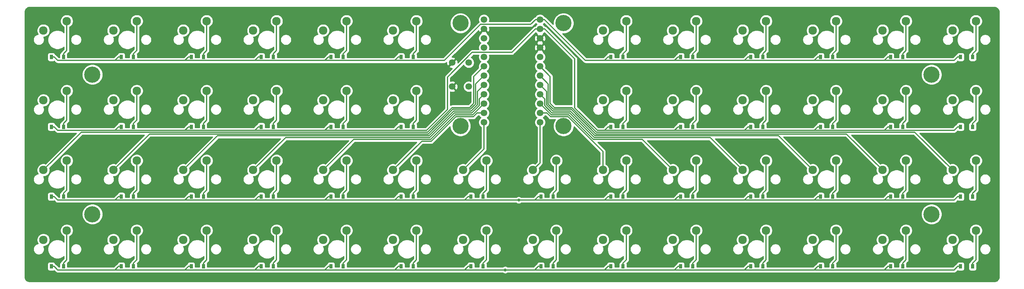
<source format=gbl>
G04 #@! TF.GenerationSoftware,KiCad,Pcbnew,(5.1.4)-1*
G04 #@! TF.CreationDate,2021-09-25T13:38:15-04:00*
G04 #@! TF.ProjectId,horizon-mx,686f7269-7a6f-46e2-9d6d-782e6b696361,rev?*
G04 #@! TF.SameCoordinates,Original*
G04 #@! TF.FileFunction,Copper,L2,Bot*
G04 #@! TF.FilePolarity,Positive*
%FSLAX46Y46*%
G04 Gerber Fmt 4.6, Leading zero omitted, Abs format (unit mm)*
G04 Created by KiCad (PCBNEW (5.1.4)-1) date 2021-09-25 13:38:15*
%MOMM*%
%LPD*%
G04 APERTURE LIST*
%ADD10C,1.800000*%
%ADD11C,2.300000*%
%ADD12C,0.700000*%
%ADD13C,4.400000*%
%ADD14R,0.900000X1.200000*%
%ADD15C,0.800000*%
%ADD16C,0.300000*%
%ADD17C,0.250000*%
G04 APERTURE END LIST*
D10*
X197250000Y-117250000D03*
X192750000Y-117250000D03*
X197250000Y-110750000D03*
X192750000Y-110750000D03*
D11*
X328690000Y-158960000D03*
X335040000Y-156420000D03*
X309690000Y-158960000D03*
X316040000Y-156420000D03*
X290690000Y-158960000D03*
X297040000Y-156420000D03*
X271690000Y-158960000D03*
X278040000Y-156420000D03*
X252690000Y-158960000D03*
X259040000Y-156420000D03*
X233690000Y-158960000D03*
X240040000Y-156420000D03*
X214690000Y-158960000D03*
X221040000Y-156420000D03*
X195690000Y-158960000D03*
X202040000Y-156420000D03*
X176690000Y-158960000D03*
X183040000Y-156420000D03*
X157690000Y-158960000D03*
X164040000Y-156420000D03*
X138690000Y-158960000D03*
X145040000Y-156420000D03*
X119690000Y-158960000D03*
X126040000Y-156420000D03*
X100690000Y-158960000D03*
X107040000Y-156420000D03*
X81690000Y-158960000D03*
X88040000Y-156420000D03*
X328690000Y-139960000D03*
X335040000Y-137420000D03*
X309690000Y-139960000D03*
X316040000Y-137420000D03*
X290690000Y-139960000D03*
X297040000Y-137420000D03*
X271690000Y-139960000D03*
X278040000Y-137420000D03*
X252690000Y-139960000D03*
X259040000Y-137420000D03*
X233690000Y-139960000D03*
X240040000Y-137420000D03*
X214690000Y-139960000D03*
X221040000Y-137420000D03*
X195690000Y-139960000D03*
X202040000Y-137420000D03*
X176690000Y-139960000D03*
X183040000Y-137420000D03*
X157690000Y-139960000D03*
X164040000Y-137420000D03*
X138690000Y-139960000D03*
X145040000Y-137420000D03*
X119690000Y-139960000D03*
X126040000Y-137420000D03*
X100690000Y-139960000D03*
X107040000Y-137420000D03*
X81690000Y-139960000D03*
X88040000Y-137420000D03*
X328690000Y-120960000D03*
X335040000Y-118420000D03*
X309690000Y-120960000D03*
X316040000Y-118420000D03*
X290690000Y-120960000D03*
X297040000Y-118420000D03*
X271690000Y-120960000D03*
X278040000Y-118420000D03*
X252690000Y-120960000D03*
X259040000Y-118420000D03*
X233690000Y-120960000D03*
X240040000Y-118420000D03*
X176690000Y-120960000D03*
X183040000Y-118420000D03*
X157690000Y-120960000D03*
X164040000Y-118420000D03*
X138690000Y-120960000D03*
X145040000Y-118420000D03*
X119690000Y-120960000D03*
X126040000Y-118420000D03*
X100690000Y-120960000D03*
X107040000Y-118420000D03*
X81690000Y-120960000D03*
X88040000Y-118420000D03*
X328690000Y-101960000D03*
X335040000Y-99420000D03*
X309690000Y-101960000D03*
X316040000Y-99420000D03*
X290690000Y-101960000D03*
X297040000Y-99420000D03*
X271690000Y-101960000D03*
X278040000Y-99420000D03*
X252690000Y-101960000D03*
X259040000Y-99420000D03*
X233690000Y-101960000D03*
X240040000Y-99420000D03*
X176690000Y-101960000D03*
X183040000Y-99420000D03*
X157690000Y-101960000D03*
X164040000Y-99420000D03*
X138690000Y-101960000D03*
X145040000Y-99420000D03*
X119690000Y-101960000D03*
X126040000Y-99420000D03*
X100690000Y-101960000D03*
X107040000Y-99420000D03*
X81690000Y-101960000D03*
X88040000Y-99420000D03*
D12*
X224166726Y-126833274D03*
X223000000Y-126350000D03*
X221833274Y-126833274D03*
X221350000Y-128000000D03*
X221833274Y-129166726D03*
X223000000Y-129650000D03*
X224166726Y-129166726D03*
X224650000Y-128000000D03*
D13*
X223000000Y-128000000D03*
D12*
X196166726Y-126833274D03*
X195000000Y-126350000D03*
X193833274Y-126833274D03*
X193350000Y-128000000D03*
X193833274Y-129166726D03*
X195000000Y-129650000D03*
X196166726Y-129166726D03*
X196650000Y-128000000D03*
D13*
X195000000Y-128000000D03*
D12*
X224166726Y-98833274D03*
X223000000Y-98350000D03*
X221833274Y-98833274D03*
X221350000Y-100000000D03*
X221833274Y-101166726D03*
X223000000Y-101650000D03*
X224166726Y-101166726D03*
X224650000Y-100000000D03*
D13*
X223000000Y-100000000D03*
D12*
X196166726Y-98833274D03*
X195000000Y-98350000D03*
X193833274Y-98833274D03*
X193350000Y-100000000D03*
X193833274Y-101166726D03*
X195000000Y-101650000D03*
X196166726Y-101166726D03*
X196650000Y-100000000D03*
D13*
X195000000Y-100000000D03*
D14*
X334150000Y-166200000D03*
X330850000Y-166200000D03*
X315150000Y-166200000D03*
X311850000Y-166200000D03*
X296150000Y-166200000D03*
X292850000Y-166200000D03*
X277150000Y-166200000D03*
X273850000Y-166200000D03*
X258150000Y-166200000D03*
X254850000Y-166200000D03*
X239150000Y-166200000D03*
X235850000Y-166200000D03*
X220150000Y-166200000D03*
X216850000Y-166200000D03*
X201150000Y-166200000D03*
X197850000Y-166200000D03*
X182150000Y-166200000D03*
X178850000Y-166200000D03*
X163150000Y-166200000D03*
X159850000Y-166200000D03*
X144150000Y-166200000D03*
X140850000Y-166200000D03*
X125150000Y-166200000D03*
X121850000Y-166200000D03*
X106150000Y-166200000D03*
X102850000Y-166200000D03*
X87150000Y-166200000D03*
X83850000Y-166200000D03*
X334150000Y-147200000D03*
X330850000Y-147200000D03*
X315150000Y-147200000D03*
X311850000Y-147200000D03*
X296150000Y-147200000D03*
X292850000Y-147200000D03*
X277150000Y-147200000D03*
X273850000Y-147200000D03*
X258150000Y-147200000D03*
X254850000Y-147200000D03*
X239150000Y-147200000D03*
X235850000Y-147200000D03*
X220150000Y-147200000D03*
X216850000Y-147200000D03*
X201150000Y-147200000D03*
X197850000Y-147200000D03*
X182150000Y-147200000D03*
X178850000Y-147200000D03*
X163150000Y-147200000D03*
X159850000Y-147200000D03*
X144150000Y-147200000D03*
X140850000Y-147200000D03*
X125150000Y-147200000D03*
X121850000Y-147200000D03*
X106150000Y-147200000D03*
X102850000Y-147200000D03*
X87150000Y-147200000D03*
X83850000Y-147200000D03*
X334150000Y-128200000D03*
X330850000Y-128200000D03*
X315150000Y-128200000D03*
X311850000Y-128200000D03*
X296150000Y-128200000D03*
X292850000Y-128200000D03*
X277150000Y-128200000D03*
X273850000Y-128200000D03*
X258150000Y-128200000D03*
X254850000Y-128200000D03*
X239150000Y-128200000D03*
X235850000Y-128200000D03*
X182150000Y-128200000D03*
X178850000Y-128200000D03*
X163150000Y-128200000D03*
X159850000Y-128200000D03*
X144150000Y-128200000D03*
X140850000Y-128200000D03*
X125150000Y-128200000D03*
X121850000Y-128200000D03*
X106150000Y-128200000D03*
X102850000Y-128200000D03*
X87150000Y-128200000D03*
X83850000Y-128200000D03*
X334150000Y-109200000D03*
X330850000Y-109200000D03*
X315150000Y-109200000D03*
X311850000Y-109200000D03*
X296150000Y-109200000D03*
X292850000Y-109200000D03*
X277150000Y-109200000D03*
X273850000Y-109200000D03*
X258150000Y-109200000D03*
X254850000Y-109200000D03*
X239150000Y-109200000D03*
X235850000Y-109200000D03*
X182150000Y-109200000D03*
X178850000Y-109200000D03*
X163150000Y-109200000D03*
X159850000Y-109200000D03*
X144150000Y-109200000D03*
X140850000Y-109200000D03*
X125150000Y-109200000D03*
X121850000Y-109200000D03*
X106150000Y-109200000D03*
X102850000Y-109200000D03*
X87150000Y-109200000D03*
X83850000Y-109200000D03*
D12*
X324166726Y-112833274D03*
X323000000Y-112350000D03*
X321833274Y-112833274D03*
X321350000Y-114000000D03*
X321833274Y-115166726D03*
X323000000Y-115650000D03*
X324166726Y-115166726D03*
X324650000Y-114000000D03*
D13*
X323000000Y-114000000D03*
D12*
X96166726Y-112833274D03*
X95000000Y-112350000D03*
X93833274Y-112833274D03*
X93350000Y-114000000D03*
X93833274Y-115166726D03*
X95000000Y-115650000D03*
X96166726Y-115166726D03*
X96650000Y-114000000D03*
D13*
X95000000Y-114000000D03*
D12*
X324166726Y-150833274D03*
X323000000Y-150350000D03*
X321833274Y-150833274D03*
X321350000Y-152000000D03*
X321833274Y-153166726D03*
X323000000Y-153650000D03*
X324166726Y-153166726D03*
X324650000Y-152000000D03*
D13*
X323000000Y-152000000D03*
D12*
X96166726Y-150833274D03*
X95000000Y-150350000D03*
X93833274Y-150833274D03*
X93350000Y-152000000D03*
X93833274Y-153166726D03*
X95000000Y-153650000D03*
X96166726Y-153166726D03*
X96650000Y-152000000D03*
D13*
X95000000Y-152000000D03*
D10*
X216620000Y-99030000D03*
X216620000Y-101570000D03*
X216620000Y-104110000D03*
X216620000Y-106650000D03*
X216620000Y-109190000D03*
X216620000Y-111730000D03*
X216620000Y-114270000D03*
X216620000Y-116810000D03*
X216620000Y-119350000D03*
X216620000Y-121890000D03*
X216620000Y-124430000D03*
X201380000Y-126970000D03*
X201380000Y-124430000D03*
X201380000Y-121890000D03*
X201380000Y-119350000D03*
X201380000Y-116810000D03*
X201380000Y-114270000D03*
X201380000Y-111730000D03*
X201380000Y-109190000D03*
X201380000Y-106650000D03*
X201380000Y-104110000D03*
X201380000Y-101570000D03*
X216620000Y-126970000D03*
X201380000Y-99030000D03*
D15*
X210849999Y-148150001D03*
X207150001Y-167150001D03*
D16*
X87150000Y-108300000D02*
X87150000Y-109200000D01*
X88040000Y-99420000D02*
X88040000Y-107410000D01*
X88040000Y-107410000D02*
X87150000Y-108300000D01*
X254850000Y-109200000D02*
X254100000Y-109200000D01*
X273100000Y-109200000D02*
X272149999Y-110150001D01*
X292100000Y-109200000D02*
X291149999Y-110150001D01*
X292850000Y-109200000D02*
X292100000Y-109200000D01*
X330850000Y-109200000D02*
X330100000Y-109200000D01*
X254100000Y-109200000D02*
X253149999Y-110150001D01*
X330100000Y-109200000D02*
X329149999Y-110150001D01*
X311850000Y-109200000D02*
X311100000Y-109200000D01*
X311100000Y-109200000D02*
X310149999Y-110150001D01*
X273850000Y-109200000D02*
X273100000Y-109200000D01*
X235100000Y-109200000D02*
X234149999Y-110150001D01*
X235850000Y-109200000D02*
X235100000Y-109200000D01*
X178850000Y-109200000D02*
X178100000Y-109200000D01*
X178100000Y-109200000D02*
X177149999Y-110150001D01*
X159850000Y-109200000D02*
X159100000Y-109200000D01*
X159100000Y-109200000D02*
X158149999Y-110150001D01*
X140850000Y-109200000D02*
X140100000Y-109200000D01*
X140100000Y-109200000D02*
X139149999Y-110150001D01*
X121850000Y-109200000D02*
X121100000Y-109200000D01*
X121100000Y-109200000D02*
X120149999Y-110150001D01*
X102100000Y-109200000D02*
X101149999Y-110150001D01*
X102850000Y-109200000D02*
X102100000Y-109200000D01*
X234149999Y-110150001D02*
X329149999Y-110150001D01*
X228940001Y-110150001D02*
X234149999Y-110150001D01*
X217820000Y-99030000D02*
X228940001Y-110150001D01*
X216620000Y-99030000D02*
X217820000Y-99030000D01*
X83850000Y-109200000D02*
X84600000Y-109200000D01*
X215420000Y-99030000D02*
X216620000Y-99030000D01*
X84600000Y-109200000D02*
X85550001Y-110150001D01*
X85550001Y-110150001D02*
X190647997Y-110150001D01*
X190647997Y-110150001D02*
X200477999Y-100319999D01*
X200477999Y-100319999D02*
X214130001Y-100319999D01*
X214130001Y-100319999D02*
X215420000Y-99030000D01*
X106150000Y-108300000D02*
X106150000Y-109200000D01*
X107040000Y-107410000D02*
X106150000Y-108300000D01*
X107040000Y-99420000D02*
X107040000Y-107410000D01*
X125150000Y-108300000D02*
X125150000Y-109200000D01*
X126040000Y-107410000D02*
X125150000Y-108300000D01*
X126040000Y-99420000D02*
X126040000Y-107410000D01*
X144150000Y-108300000D02*
X144150000Y-109200000D01*
X145040000Y-107410000D02*
X144150000Y-108300000D01*
X145040000Y-99420000D02*
X145040000Y-107410000D01*
X163150000Y-108300000D02*
X163150000Y-109200000D01*
X164040000Y-107410000D02*
X163150000Y-108300000D01*
X164040000Y-99420000D02*
X164040000Y-107410000D01*
X182150000Y-108300000D02*
X182150000Y-109200000D01*
X183040000Y-107410000D02*
X182150000Y-108300000D01*
X183040000Y-99420000D02*
X183040000Y-107410000D01*
X239150000Y-108300000D02*
X239150000Y-109200000D01*
X240040000Y-99420000D02*
X240040000Y-107410000D01*
X240040000Y-107410000D02*
X239150000Y-108300000D01*
X254850000Y-128200000D02*
X254100000Y-128200000D01*
X273100000Y-128200000D02*
X272149999Y-129150001D01*
X292100000Y-128200000D02*
X291149999Y-129150001D01*
X292850000Y-128200000D02*
X292100000Y-128200000D01*
X330850000Y-128200000D02*
X330100000Y-128200000D01*
X254100000Y-128200000D02*
X253149999Y-129150001D01*
X330100000Y-128200000D02*
X329149999Y-129150001D01*
X311850000Y-128200000D02*
X311100000Y-128200000D01*
X311100000Y-128200000D02*
X310149999Y-129150001D01*
X273850000Y-128200000D02*
X273100000Y-128200000D01*
X235100000Y-128200000D02*
X234149999Y-129150001D01*
X235850000Y-128200000D02*
X235100000Y-128200000D01*
X102850000Y-128200000D02*
X102100000Y-128200000D01*
X102100000Y-128200000D02*
X101149999Y-129150001D01*
X140100000Y-128200000D02*
X139149999Y-129150001D01*
X159100000Y-128200000D02*
X158149999Y-129150001D01*
X140850000Y-128200000D02*
X140100000Y-128200000D01*
X178850000Y-128200000D02*
X178100000Y-128200000D01*
X121100000Y-128200000D02*
X120149999Y-129150001D01*
X178100000Y-128200000D02*
X177149999Y-129150001D01*
X121850000Y-128200000D02*
X121100000Y-128200000D01*
X159850000Y-128200000D02*
X159100000Y-128200000D01*
X234149999Y-129150001D02*
X329149999Y-129150001D01*
X84600000Y-128200000D02*
X83850000Y-128200000D01*
X185833277Y-129150001D02*
X85550001Y-129150001D01*
X216620000Y-101570000D02*
X215347208Y-101570000D01*
X85550001Y-129150001D02*
X84600000Y-128200000D01*
X215347208Y-101570000D02*
X208977209Y-107939999D01*
X208977209Y-107939999D02*
X198209999Y-107939999D01*
X198209999Y-107939999D02*
X191499999Y-114649999D01*
X191499999Y-114649999D02*
X191499999Y-123483279D01*
X191499999Y-123483279D02*
X185833277Y-129150001D01*
X232166723Y-129150001D02*
X234149999Y-129150001D01*
X226050001Y-123033279D02*
X232166723Y-129150001D01*
X226050001Y-109727209D02*
X226050001Y-123033279D01*
X217892792Y-101570000D02*
X226050001Y-109727209D01*
X216620000Y-101570000D02*
X217892792Y-101570000D01*
X259040000Y-99420000D02*
X259040000Y-107410000D01*
X258150000Y-108300000D02*
X258150000Y-109200000D01*
X259040000Y-107410000D02*
X258150000Y-108300000D01*
X277150000Y-108300000D02*
X277150000Y-109200000D01*
X278040000Y-99420000D02*
X278040000Y-107410000D01*
X278040000Y-107410000D02*
X277150000Y-108300000D01*
X297040000Y-107410000D02*
X296150000Y-108300000D01*
X296150000Y-108300000D02*
X296150000Y-109200000D01*
X297040000Y-99420000D02*
X297040000Y-107410000D01*
X315150000Y-108300000D02*
X315150000Y-109200000D01*
X316040000Y-99420000D02*
X316040000Y-107410000D01*
X316040000Y-107410000D02*
X315150000Y-108300000D01*
X334150000Y-108300000D02*
X334150000Y-109200000D01*
X335040000Y-99420000D02*
X335040000Y-107410000D01*
X335040000Y-107410000D02*
X334150000Y-108300000D01*
X87150000Y-127300000D02*
X87150000Y-128200000D01*
X88040000Y-118420000D02*
X88040000Y-126410000D01*
X88040000Y-126410000D02*
X87150000Y-127300000D01*
X216850000Y-147200000D02*
X216100000Y-147200000D01*
X216100000Y-147200000D02*
X215149999Y-148150001D01*
X197100000Y-147200000D02*
X196149999Y-148150001D01*
X197850000Y-147200000D02*
X197100000Y-147200000D01*
X254850000Y-147200000D02*
X254100000Y-147200000D01*
X273100000Y-147200000D02*
X272149999Y-148150001D01*
X292100000Y-147200000D02*
X291149999Y-148150001D01*
X292850000Y-147200000D02*
X292100000Y-147200000D01*
X254100000Y-147200000D02*
X253149999Y-148150001D01*
X311850000Y-147200000D02*
X311100000Y-147200000D01*
X311100000Y-147200000D02*
X310149999Y-148150001D01*
X273850000Y-147200000D02*
X273100000Y-147200000D01*
X235100000Y-147200000D02*
X234149999Y-148150001D01*
X235850000Y-147200000D02*
X235100000Y-147200000D01*
X102850000Y-147200000D02*
X102100000Y-147200000D01*
X102100000Y-147200000D02*
X101149999Y-148150001D01*
X140100000Y-147200000D02*
X139149999Y-148150001D01*
X159100000Y-147200000D02*
X158149999Y-148150001D01*
X140850000Y-147200000D02*
X140100000Y-147200000D01*
X178850000Y-147200000D02*
X178100000Y-147200000D01*
X121100000Y-147200000D02*
X120149999Y-148150001D01*
X178100000Y-147200000D02*
X177149999Y-148150001D01*
X121850000Y-147200000D02*
X121100000Y-147200000D01*
X159850000Y-147200000D02*
X159100000Y-147200000D01*
X330100000Y-147200000D02*
X330850000Y-147200000D01*
X329149999Y-148150001D02*
X330100000Y-147200000D01*
X83850000Y-147200000D02*
X84600000Y-147200000D01*
X84600000Y-147200000D02*
X85550001Y-148150001D01*
X85550001Y-148150001D02*
X210849999Y-148150001D01*
X210849999Y-148150001D02*
X329149999Y-148150001D01*
X107040000Y-118420000D02*
X107040000Y-126410000D01*
X106150000Y-127300000D02*
X106150000Y-128200000D01*
X107040000Y-126410000D02*
X106150000Y-127300000D01*
X125150000Y-127300000D02*
X125150000Y-128200000D01*
X126040000Y-118420000D02*
X126040000Y-126410000D01*
X126040000Y-126410000D02*
X125150000Y-127300000D01*
X145040000Y-126410000D02*
X144150000Y-127300000D01*
X144150000Y-127300000D02*
X144150000Y-128200000D01*
X145040000Y-118420000D02*
X145040000Y-126410000D01*
X163150000Y-127300000D02*
X163150000Y-128200000D01*
X164040000Y-118420000D02*
X164040000Y-126410000D01*
X164040000Y-126410000D02*
X163150000Y-127300000D01*
X182150000Y-127300000D02*
X182150000Y-128200000D01*
X183040000Y-118420000D02*
X183040000Y-126410000D01*
X183040000Y-126410000D02*
X182150000Y-127300000D01*
X239150000Y-127300000D02*
X239150000Y-128200000D01*
X240040000Y-118420000D02*
X240040000Y-126410000D01*
X240040000Y-126410000D02*
X239150000Y-127300000D01*
X216850000Y-166200000D02*
X216100000Y-166200000D01*
X216100000Y-166200000D02*
X215149999Y-167150001D01*
X197100000Y-166200000D02*
X196149999Y-167150001D01*
X197850000Y-166200000D02*
X197100000Y-166200000D01*
X235850000Y-166200000D02*
X235100000Y-166200000D01*
X235100000Y-166200000D02*
X234149999Y-167150001D01*
X311850000Y-166200000D02*
X311100000Y-166200000D01*
X311100000Y-166200000D02*
X310149999Y-167150001D01*
X254850000Y-166200000D02*
X254100000Y-166200000D01*
X254100000Y-166200000D02*
X253149999Y-167150001D01*
X273100000Y-166200000D02*
X272149999Y-167150001D01*
X273850000Y-166200000D02*
X273100000Y-166200000D01*
X292100000Y-166200000D02*
X291149999Y-167150001D01*
X292850000Y-166200000D02*
X292100000Y-166200000D01*
X102850000Y-166200000D02*
X102100000Y-166200000D01*
X102100000Y-166200000D02*
X101149999Y-167150001D01*
X140100000Y-166200000D02*
X139149999Y-167150001D01*
X140850000Y-166200000D02*
X140100000Y-166200000D01*
X159100000Y-166200000D02*
X158149999Y-167150001D01*
X159850000Y-166200000D02*
X159100000Y-166200000D01*
X178850000Y-166200000D02*
X178100000Y-166200000D01*
X178100000Y-166200000D02*
X177149999Y-167150001D01*
X121100000Y-166200000D02*
X120149999Y-167150001D01*
X121850000Y-166200000D02*
X121100000Y-166200000D01*
X330100000Y-166200000D02*
X330850000Y-166200000D01*
X329149999Y-167150001D02*
X330100000Y-166200000D01*
X83850000Y-166200000D02*
X84600000Y-166200000D01*
X84600000Y-166200000D02*
X85550001Y-167150001D01*
X85550001Y-167150001D02*
X207150001Y-167150001D01*
X207150001Y-167150001D02*
X329149999Y-167150001D01*
X259040000Y-118420000D02*
X259040000Y-126410000D01*
X258150000Y-127300000D02*
X258150000Y-128200000D01*
X259040000Y-126410000D02*
X258150000Y-127300000D01*
X277150000Y-127300000D02*
X277150000Y-128200000D01*
X278040000Y-118420000D02*
X278040000Y-126410000D01*
X278040000Y-126410000D02*
X277150000Y-127300000D01*
X297040000Y-126410000D02*
X296150000Y-127300000D01*
X296150000Y-127300000D02*
X296150000Y-128200000D01*
X297040000Y-118420000D02*
X297040000Y-126410000D01*
X315150000Y-127300000D02*
X315150000Y-128200000D01*
X316040000Y-118420000D02*
X316040000Y-126410000D01*
X316040000Y-126410000D02*
X315150000Y-127300000D01*
X334150000Y-127300000D02*
X334150000Y-128200000D01*
X335040000Y-118420000D02*
X335040000Y-126410000D01*
X335040000Y-126410000D02*
X334150000Y-127300000D01*
X87150000Y-146300000D02*
X87150000Y-147200000D01*
X88040000Y-137420000D02*
X88040000Y-145410000D01*
X88040000Y-145410000D02*
X87150000Y-146300000D01*
X107040000Y-137420000D02*
X107040000Y-145410000D01*
X106150000Y-146300000D02*
X106150000Y-147200000D01*
X107040000Y-145410000D02*
X106150000Y-146300000D01*
X125150000Y-146300000D02*
X125150000Y-147200000D01*
X126040000Y-137420000D02*
X126040000Y-145410000D01*
X126040000Y-145410000D02*
X125150000Y-146300000D01*
X145040000Y-145410000D02*
X144150000Y-146300000D01*
X144150000Y-146300000D02*
X144150000Y-147200000D01*
X145040000Y-137420000D02*
X145040000Y-145410000D01*
X163150000Y-146300000D02*
X163150000Y-147200000D01*
X164040000Y-137420000D02*
X164040000Y-145410000D01*
X164040000Y-145410000D02*
X163150000Y-146300000D01*
X182150000Y-146300000D02*
X182150000Y-147200000D01*
X183040000Y-145410000D02*
X182150000Y-146300000D01*
X183040000Y-137420000D02*
X183040000Y-145410000D01*
X201150000Y-146300000D02*
X201150000Y-147200000D01*
X202040000Y-137420000D02*
X202040000Y-145410000D01*
X202040000Y-145410000D02*
X201150000Y-146300000D01*
X220150000Y-146300000D02*
X220150000Y-147200000D01*
X221040000Y-137420000D02*
X221040000Y-145410000D01*
X221040000Y-145410000D02*
X220150000Y-146300000D01*
X239150000Y-146300000D02*
X239150000Y-147200000D01*
X240040000Y-137420000D02*
X240040000Y-145410000D01*
X240040000Y-145410000D02*
X239150000Y-146300000D01*
X259040000Y-137420000D02*
X259040000Y-145410000D01*
X258150000Y-146300000D02*
X258150000Y-147200000D01*
X259040000Y-145410000D02*
X258150000Y-146300000D01*
X277150000Y-146300000D02*
X277150000Y-147200000D01*
X278040000Y-137420000D02*
X278040000Y-145410000D01*
X278040000Y-145410000D02*
X277150000Y-146300000D01*
X297040000Y-145410000D02*
X296150000Y-146300000D01*
X296150000Y-146300000D02*
X296150000Y-147200000D01*
X297040000Y-137420000D02*
X297040000Y-145410000D01*
X315150000Y-146300000D02*
X315150000Y-147200000D01*
X316040000Y-137420000D02*
X316040000Y-145410000D01*
X316040000Y-145410000D02*
X315150000Y-146300000D01*
X334150000Y-146300000D02*
X334150000Y-147200000D01*
X335040000Y-137420000D02*
X335040000Y-145410000D01*
X335040000Y-145410000D02*
X334150000Y-146300000D01*
X87150000Y-165300000D02*
X87150000Y-166200000D01*
X88040000Y-156420000D02*
X88040000Y-164410000D01*
X88040000Y-164410000D02*
X87150000Y-165300000D01*
X107040000Y-156420000D02*
X107040000Y-164410000D01*
X106150000Y-165300000D02*
X106150000Y-166200000D01*
X107040000Y-164410000D02*
X106150000Y-165300000D01*
X125150000Y-165300000D02*
X125150000Y-166200000D01*
X126040000Y-156420000D02*
X126040000Y-164410000D01*
X126040000Y-164410000D02*
X125150000Y-165300000D01*
X145040000Y-164410000D02*
X144150000Y-165300000D01*
X144150000Y-165300000D02*
X144150000Y-166200000D01*
X145040000Y-156420000D02*
X145040000Y-164410000D01*
X91999989Y-129650011D02*
X81690000Y-139960000D01*
X201380000Y-111730000D02*
X198629969Y-114480031D01*
X198629969Y-114480031D02*
X198629969Y-121811551D01*
X197491571Y-122949949D02*
X192740449Y-122949949D01*
X192740449Y-122949949D02*
X186040387Y-129650011D01*
X186040387Y-129650011D02*
X91999989Y-129650011D01*
X198629969Y-121811551D02*
X197491571Y-122949949D01*
X110499979Y-130150021D02*
X100690000Y-139960000D01*
X201380000Y-114270000D02*
X199129979Y-116520021D01*
X199129979Y-116520021D02*
X199129979Y-122018661D01*
X199129979Y-122018661D02*
X197698681Y-123449959D01*
X192947559Y-123449959D02*
X186247497Y-130150021D01*
X197698681Y-123449959D02*
X192947559Y-123449959D01*
X186247497Y-130150021D02*
X110499979Y-130150021D01*
X128999969Y-130650031D02*
X119690000Y-139960000D01*
X201380000Y-116810000D02*
X199629989Y-118560011D01*
X199629989Y-118560011D02*
X199629989Y-122225771D01*
X197905791Y-123949969D02*
X193154669Y-123949969D01*
X199629989Y-122225771D02*
X197905791Y-123949969D01*
X193154669Y-123949969D02*
X186454607Y-130650031D01*
X186454607Y-130650031D02*
X128999969Y-130650031D01*
X201380000Y-119350000D02*
X200129999Y-120600001D01*
X200129999Y-120600001D02*
X200129999Y-122432881D01*
X200129999Y-122432881D02*
X198112901Y-124449979D01*
X147499959Y-131150041D02*
X138690000Y-139960000D01*
X198112901Y-124449979D02*
X193361779Y-124449979D01*
X193361779Y-124449979D02*
X186661717Y-131150041D01*
X186661717Y-131150041D02*
X147499959Y-131150041D01*
X200480001Y-122789999D02*
X201380000Y-121890000D01*
X198320011Y-124949989D02*
X200480001Y-122789999D01*
X193568889Y-124949989D02*
X198320011Y-124949989D01*
X186868827Y-131650051D02*
X193568889Y-124949989D01*
X165999949Y-131650051D02*
X186868827Y-131650051D01*
X157690000Y-139960000D02*
X165999949Y-131650051D01*
X184499939Y-132150061D02*
X176690000Y-139960000D01*
X187075937Y-132150061D02*
X184499939Y-132150061D01*
X193775999Y-125449999D02*
X187075937Y-132150061D01*
X198527121Y-125449999D02*
X193775999Y-125449999D01*
X199547120Y-124430000D02*
X198527121Y-125449999D01*
X201380000Y-124430000D02*
X199547120Y-124430000D01*
X163150000Y-165300000D02*
X163150000Y-166200000D01*
X164040000Y-156420000D02*
X164040000Y-164410000D01*
X164040000Y-164410000D02*
X163150000Y-165300000D01*
X182150000Y-165300000D02*
X182150000Y-166200000D01*
X183040000Y-156420000D02*
X183040000Y-164410000D01*
X183040000Y-164410000D02*
X182150000Y-165300000D01*
X201150000Y-165300000D02*
X201150000Y-166200000D01*
X202040000Y-156420000D02*
X202040000Y-164410000D01*
X202040000Y-164410000D02*
X201150000Y-165300000D01*
X220150000Y-165300000D02*
X220150000Y-166200000D01*
X221040000Y-156420000D02*
X221040000Y-164410000D01*
X221040000Y-164410000D02*
X220150000Y-165300000D01*
X239150000Y-165300000D02*
X239150000Y-166200000D01*
X240040000Y-156420000D02*
X240040000Y-164410000D01*
X240040000Y-164410000D02*
X239150000Y-165300000D01*
X259040000Y-156420000D02*
X259040000Y-164410000D01*
X258150000Y-165300000D02*
X258150000Y-166200000D01*
X259040000Y-164410000D02*
X258150000Y-165300000D01*
X277150000Y-165300000D02*
X277150000Y-166200000D01*
X278040000Y-156420000D02*
X278040000Y-164410000D01*
X278040000Y-164410000D02*
X277150000Y-165300000D01*
X297040000Y-164410000D02*
X296150000Y-165300000D01*
X296150000Y-165300000D02*
X296150000Y-166200000D01*
X297040000Y-156420000D02*
X297040000Y-164410000D01*
X201380000Y-134270000D02*
X201380000Y-126970000D01*
X195690000Y-139960000D02*
X201380000Y-134270000D01*
X315150000Y-165300000D02*
X315150000Y-166200000D01*
X316040000Y-156420000D02*
X316040000Y-164410000D01*
X316040000Y-164410000D02*
X315150000Y-165300000D01*
X334150000Y-165300000D02*
X334150000Y-166200000D01*
X335040000Y-156420000D02*
X335040000Y-164410000D01*
X335040000Y-164410000D02*
X334150000Y-165300000D01*
X233690000Y-134915998D02*
X233690000Y-139960000D01*
X224224001Y-125449999D02*
X233690000Y-134915998D01*
X219472879Y-125449999D02*
X224224001Y-125449999D01*
X218452880Y-124430000D02*
X219472879Y-125449999D01*
X216620000Y-124430000D02*
X218452880Y-124430000D01*
X219679989Y-124949989D02*
X216620000Y-121890000D01*
X224431111Y-124949989D02*
X219679989Y-124949989D01*
X231131173Y-131650051D02*
X224431111Y-124949989D01*
X252690000Y-139960000D02*
X244380051Y-131650051D01*
X244380051Y-131650051D02*
X231131173Y-131650051D01*
X217519999Y-120249999D02*
X216620000Y-119350000D01*
X262880041Y-131150041D02*
X231338283Y-131150041D01*
X231338283Y-131150041D02*
X224638223Y-124449981D01*
X217870001Y-120600001D02*
X217519999Y-120249999D01*
X224638223Y-124449981D02*
X219887101Y-124449981D01*
X219887101Y-124449981D02*
X217870001Y-122432881D01*
X271690000Y-139960000D02*
X262880041Y-131150041D01*
X217870001Y-122432881D02*
X217870001Y-120600001D01*
X218370011Y-118560011D02*
X216620000Y-116810000D01*
X281380031Y-130650031D02*
X231545393Y-130650031D01*
X290690000Y-139960000D02*
X281380031Y-130650031D01*
X231545393Y-130650031D02*
X224845333Y-123949971D01*
X224845333Y-123949971D02*
X220094211Y-123949971D01*
X220094211Y-123949971D02*
X218370011Y-122225771D01*
X218370011Y-122225771D02*
X218370011Y-118560011D01*
X218870021Y-116520021D02*
X216620000Y-114270000D01*
X299880021Y-130150021D02*
X231752503Y-130150021D01*
X309690000Y-139960000D02*
X299880021Y-130150021D01*
X231752503Y-130150021D02*
X225052443Y-123449961D01*
X225052443Y-123449961D02*
X220301321Y-123449961D01*
X220301321Y-123449961D02*
X218870021Y-122018661D01*
X218870021Y-122018661D02*
X218870021Y-116520021D01*
X219370031Y-114480031D02*
X216620000Y-111730000D01*
X318380011Y-129650011D02*
X231959613Y-129650011D01*
X328690000Y-139960000D02*
X318380011Y-129650011D01*
X231959613Y-129650011D02*
X225259553Y-122949951D01*
X225259553Y-122949951D02*
X220508431Y-122949951D01*
X220508431Y-122949951D02*
X219370031Y-121811551D01*
X219370031Y-121811551D02*
X219370031Y-114480031D01*
X216620000Y-138030000D02*
X214690000Y-139960000D01*
X216620000Y-126970000D02*
X216620000Y-138030000D01*
D17*
G36*
X340261611Y-95678769D02*
G01*
X340513258Y-95754745D01*
X340745353Y-95878152D01*
X340949060Y-96044292D01*
X341116616Y-96246832D01*
X341241641Y-96478062D01*
X341319373Y-96729172D01*
X341350000Y-97020567D01*
X341350001Y-168968197D01*
X341321231Y-169261612D01*
X341245255Y-169513256D01*
X341121846Y-169745354D01*
X340955709Y-169949058D01*
X340753168Y-170116616D01*
X340521938Y-170241641D01*
X340270828Y-170319373D01*
X339979433Y-170350000D01*
X78031793Y-170350000D01*
X77738388Y-170321231D01*
X77486744Y-170245255D01*
X77254646Y-170121846D01*
X77050942Y-169955709D01*
X76883384Y-169753168D01*
X76758359Y-169521938D01*
X76680627Y-169270828D01*
X76650000Y-168979433D01*
X76650000Y-165600000D01*
X82771976Y-165600000D01*
X82771976Y-166800000D01*
X82784043Y-166922521D01*
X82819781Y-167040334D01*
X82877817Y-167148911D01*
X82955920Y-167244080D01*
X83051089Y-167322183D01*
X83159666Y-167380219D01*
X83277479Y-167415957D01*
X83400000Y-167428024D01*
X84300000Y-167428024D01*
X84422521Y-167415957D01*
X84540334Y-167380219D01*
X84634090Y-167330105D01*
X84975073Y-167671088D01*
X84999342Y-167700660D01*
X85117351Y-167797507D01*
X85251987Y-167869471D01*
X85398075Y-167913787D01*
X85511936Y-167925001D01*
X85511937Y-167925001D01*
X85550000Y-167928750D01*
X85588063Y-167925001D01*
X101111936Y-167925001D01*
X101149999Y-167928750D01*
X101188062Y-167925001D01*
X120111936Y-167925001D01*
X120149999Y-167928750D01*
X120188062Y-167925001D01*
X139111936Y-167925001D01*
X139149999Y-167928750D01*
X139188062Y-167925001D01*
X158111936Y-167925001D01*
X158149999Y-167928750D01*
X158188062Y-167925001D01*
X177111936Y-167925001D01*
X177149999Y-167928750D01*
X177188062Y-167925001D01*
X196111936Y-167925001D01*
X196149999Y-167928750D01*
X196188062Y-167925001D01*
X206475431Y-167925001D01*
X206496601Y-167946171D01*
X206664481Y-168058345D01*
X206851019Y-168135611D01*
X207049047Y-168175001D01*
X207250955Y-168175001D01*
X207448983Y-168135611D01*
X207635521Y-168058345D01*
X207803401Y-167946171D01*
X207824571Y-167925001D01*
X215111936Y-167925001D01*
X215149999Y-167928750D01*
X215188062Y-167925001D01*
X234111936Y-167925001D01*
X234149999Y-167928750D01*
X234188062Y-167925001D01*
X253111936Y-167925001D01*
X253149999Y-167928750D01*
X253188062Y-167925001D01*
X272111936Y-167925001D01*
X272149999Y-167928750D01*
X272188062Y-167925001D01*
X291111936Y-167925001D01*
X291149999Y-167928750D01*
X291188062Y-167925001D01*
X310111936Y-167925001D01*
X310149999Y-167928750D01*
X310188062Y-167925001D01*
X329111936Y-167925001D01*
X329149999Y-167928750D01*
X329188062Y-167925001D01*
X329188064Y-167925001D01*
X329301925Y-167913787D01*
X329448013Y-167869471D01*
X329582649Y-167797507D01*
X329700658Y-167700660D01*
X329724931Y-167671083D01*
X330065910Y-167330105D01*
X330159666Y-167380219D01*
X330277479Y-167415957D01*
X330400000Y-167428024D01*
X331300000Y-167428024D01*
X331422521Y-167415957D01*
X331540334Y-167380219D01*
X331648911Y-167322183D01*
X331744080Y-167244080D01*
X331822183Y-167148911D01*
X331880219Y-167040334D01*
X331915957Y-166922521D01*
X331928024Y-166800000D01*
X331928024Y-165600000D01*
X331915957Y-165477479D01*
X331880219Y-165359666D01*
X331822183Y-165251089D01*
X331744080Y-165155920D01*
X331648911Y-165077817D01*
X331540334Y-165019781D01*
X331422521Y-164984043D01*
X331300000Y-164971976D01*
X330400000Y-164971976D01*
X330277479Y-164984043D01*
X330159666Y-165019781D01*
X330051089Y-165077817D01*
X329955920Y-165155920D01*
X329877817Y-165251089D01*
X329819781Y-165359666D01*
X329784043Y-165477479D01*
X329782729Y-165490823D01*
X329667350Y-165552494D01*
X329549341Y-165649341D01*
X329525072Y-165678913D01*
X328828985Y-166375001D01*
X316228024Y-166375001D01*
X316228024Y-165600000D01*
X316215957Y-165477479D01*
X316181646Y-165364369D01*
X316561087Y-164984928D01*
X316590659Y-164960659D01*
X316667235Y-164867351D01*
X316687506Y-164842651D01*
X316759469Y-164708015D01*
X316759470Y-164708014D01*
X316803786Y-164561926D01*
X316815000Y-164448065D01*
X316815000Y-164448064D01*
X316818749Y-164410001D01*
X316815000Y-164371938D01*
X316815000Y-161352263D01*
X317080000Y-161352263D01*
X317080000Y-161647737D01*
X317137644Y-161937534D01*
X317250717Y-162210517D01*
X317414874Y-162456194D01*
X317623806Y-162665126D01*
X317869483Y-162829283D01*
X318142466Y-162942356D01*
X318432263Y-163000000D01*
X318727737Y-163000000D01*
X319017534Y-162942356D01*
X319290517Y-162829283D01*
X319536194Y-162665126D01*
X319745126Y-162456194D01*
X319909283Y-162210517D01*
X320022356Y-161937534D01*
X320080000Y-161647737D01*
X320080000Y-161352263D01*
X325920000Y-161352263D01*
X325920000Y-161647737D01*
X325977644Y-161937534D01*
X326090717Y-162210517D01*
X326254874Y-162456194D01*
X326463806Y-162665126D01*
X326709483Y-162829283D01*
X326982466Y-162942356D01*
X327272263Y-163000000D01*
X327567737Y-163000000D01*
X327857534Y-162942356D01*
X328130517Y-162829283D01*
X328376194Y-162665126D01*
X328585126Y-162456194D01*
X328749283Y-162210517D01*
X328862356Y-161937534D01*
X328920000Y-161647737D01*
X328920000Y-161352263D01*
X328897960Y-161241460D01*
X329875000Y-161241460D01*
X329875000Y-161758540D01*
X329975878Y-162265684D01*
X330173755Y-162743404D01*
X330461030Y-163173340D01*
X330826660Y-163538970D01*
X331256596Y-163826245D01*
X331734316Y-164024122D01*
X332241460Y-164125000D01*
X332758540Y-164125000D01*
X333265684Y-164024122D01*
X333743404Y-163826245D01*
X334173340Y-163538970D01*
X334265001Y-163447309D01*
X334265001Y-164088984D01*
X333628918Y-164725068D01*
X333599341Y-164749341D01*
X333528121Y-164836125D01*
X333502494Y-164867350D01*
X333468424Y-164931092D01*
X333430530Y-165001987D01*
X333418449Y-165041812D01*
X333351089Y-165077817D01*
X333255920Y-165155920D01*
X333177817Y-165251089D01*
X333119781Y-165359666D01*
X333084043Y-165477479D01*
X333071976Y-165600000D01*
X333071976Y-166800000D01*
X333084043Y-166922521D01*
X333119781Y-167040334D01*
X333177817Y-167148911D01*
X333255920Y-167244080D01*
X333351089Y-167322183D01*
X333459666Y-167380219D01*
X333577479Y-167415957D01*
X333700000Y-167428024D01*
X334600000Y-167428024D01*
X334722521Y-167415957D01*
X334840334Y-167380219D01*
X334948911Y-167322183D01*
X335044080Y-167244080D01*
X335122183Y-167148911D01*
X335180219Y-167040334D01*
X335215957Y-166922521D01*
X335228024Y-166800000D01*
X335228024Y-165600000D01*
X335215957Y-165477479D01*
X335181646Y-165364369D01*
X335561087Y-164984928D01*
X335590659Y-164960659D01*
X335667235Y-164867351D01*
X335687506Y-164842651D01*
X335759469Y-164708015D01*
X335759470Y-164708014D01*
X335803786Y-164561926D01*
X335815000Y-164448065D01*
X335815000Y-164448064D01*
X335818749Y-164410001D01*
X335815000Y-164371938D01*
X335815000Y-161352263D01*
X336080000Y-161352263D01*
X336080000Y-161647737D01*
X336137644Y-161937534D01*
X336250717Y-162210517D01*
X336414874Y-162456194D01*
X336623806Y-162665126D01*
X336869483Y-162829283D01*
X337142466Y-162942356D01*
X337432263Y-163000000D01*
X337727737Y-163000000D01*
X338017534Y-162942356D01*
X338290517Y-162829283D01*
X338536194Y-162665126D01*
X338745126Y-162456194D01*
X338909283Y-162210517D01*
X339022356Y-161937534D01*
X339080000Y-161647737D01*
X339080000Y-161352263D01*
X339022356Y-161062466D01*
X338909283Y-160789483D01*
X338745126Y-160543806D01*
X338536194Y-160334874D01*
X338290517Y-160170717D01*
X338017534Y-160057644D01*
X337727737Y-160000000D01*
X337432263Y-160000000D01*
X337142466Y-160057644D01*
X336869483Y-160170717D01*
X336623806Y-160334874D01*
X336414874Y-160543806D01*
X336250717Y-160789483D01*
X336137644Y-161062466D01*
X336080000Y-161352263D01*
X335815000Y-161352263D01*
X335815000Y-158020230D01*
X335880778Y-157992984D01*
X336171496Y-157798732D01*
X336418732Y-157551496D01*
X336612984Y-157260778D01*
X336746787Y-156937748D01*
X336815000Y-156594822D01*
X336815000Y-156245178D01*
X336746787Y-155902252D01*
X336612984Y-155579222D01*
X336418732Y-155288504D01*
X336171496Y-155041268D01*
X335880778Y-154847016D01*
X335557748Y-154713213D01*
X335214822Y-154645000D01*
X334865178Y-154645000D01*
X334522252Y-154713213D01*
X334199222Y-154847016D01*
X333908504Y-155041268D01*
X333661268Y-155288504D01*
X333467016Y-155579222D01*
X333333213Y-155902252D01*
X333265000Y-156245178D01*
X333265000Y-156594822D01*
X333333213Y-156937748D01*
X333467016Y-157260778D01*
X333661268Y-157551496D01*
X333908504Y-157798732D01*
X334199222Y-157992984D01*
X334265000Y-158020230D01*
X334265000Y-159552690D01*
X334173340Y-159461030D01*
X333743404Y-159173755D01*
X333265684Y-158975878D01*
X332758540Y-158875000D01*
X332241460Y-158875000D01*
X331734316Y-158975878D01*
X331256596Y-159173755D01*
X330826660Y-159461030D01*
X330461030Y-159826660D01*
X330173755Y-160256596D01*
X329975878Y-160734316D01*
X329875000Y-161241460D01*
X328897960Y-161241460D01*
X328862356Y-161062466D01*
X328749283Y-160789483D01*
X328712878Y-160735000D01*
X328864822Y-160735000D01*
X329207748Y-160666787D01*
X329530778Y-160532984D01*
X329821496Y-160338732D01*
X330068732Y-160091496D01*
X330262984Y-159800778D01*
X330396787Y-159477748D01*
X330465000Y-159134822D01*
X330465000Y-158785178D01*
X330396787Y-158442252D01*
X330262984Y-158119222D01*
X330068732Y-157828504D01*
X329821496Y-157581268D01*
X329530778Y-157387016D01*
X329207748Y-157253213D01*
X328864822Y-157185000D01*
X328515178Y-157185000D01*
X328172252Y-157253213D01*
X327849222Y-157387016D01*
X327558504Y-157581268D01*
X327311268Y-157828504D01*
X327117016Y-158119222D01*
X326983213Y-158442252D01*
X326915000Y-158785178D01*
X326915000Y-159134822D01*
X326983213Y-159477748D01*
X327117016Y-159800778D01*
X327252728Y-160003886D01*
X326982466Y-160057644D01*
X326709483Y-160170717D01*
X326463806Y-160334874D01*
X326254874Y-160543806D01*
X326090717Y-160789483D01*
X325977644Y-161062466D01*
X325920000Y-161352263D01*
X320080000Y-161352263D01*
X320022356Y-161062466D01*
X319909283Y-160789483D01*
X319745126Y-160543806D01*
X319536194Y-160334874D01*
X319290517Y-160170717D01*
X319017534Y-160057644D01*
X318727737Y-160000000D01*
X318432263Y-160000000D01*
X318142466Y-160057644D01*
X317869483Y-160170717D01*
X317623806Y-160334874D01*
X317414874Y-160543806D01*
X317250717Y-160789483D01*
X317137644Y-161062466D01*
X317080000Y-161352263D01*
X316815000Y-161352263D01*
X316815000Y-158020230D01*
X316880778Y-157992984D01*
X317171496Y-157798732D01*
X317418732Y-157551496D01*
X317612984Y-157260778D01*
X317746787Y-156937748D01*
X317815000Y-156594822D01*
X317815000Y-156245178D01*
X317746787Y-155902252D01*
X317612984Y-155579222D01*
X317418732Y-155288504D01*
X317171496Y-155041268D01*
X316880778Y-154847016D01*
X316557748Y-154713213D01*
X316214822Y-154645000D01*
X315865178Y-154645000D01*
X315522252Y-154713213D01*
X315199222Y-154847016D01*
X314908504Y-155041268D01*
X314661268Y-155288504D01*
X314467016Y-155579222D01*
X314333213Y-155902252D01*
X314265000Y-156245178D01*
X314265000Y-156594822D01*
X314333213Y-156937748D01*
X314467016Y-157260778D01*
X314661268Y-157551496D01*
X314908504Y-157798732D01*
X315199222Y-157992984D01*
X315265000Y-158020230D01*
X315265000Y-159552690D01*
X315173340Y-159461030D01*
X314743404Y-159173755D01*
X314265684Y-158975878D01*
X313758540Y-158875000D01*
X313241460Y-158875000D01*
X312734316Y-158975878D01*
X312256596Y-159173755D01*
X311826660Y-159461030D01*
X311461030Y-159826660D01*
X311173755Y-160256596D01*
X310975878Y-160734316D01*
X310875000Y-161241460D01*
X310875000Y-161758540D01*
X310975878Y-162265684D01*
X311173755Y-162743404D01*
X311461030Y-163173340D01*
X311826660Y-163538970D01*
X312256596Y-163826245D01*
X312734316Y-164024122D01*
X313241460Y-164125000D01*
X313758540Y-164125000D01*
X314265684Y-164024122D01*
X314743404Y-163826245D01*
X315173340Y-163538970D01*
X315265001Y-163447309D01*
X315265001Y-164088984D01*
X314628918Y-164725068D01*
X314599341Y-164749341D01*
X314528121Y-164836125D01*
X314502494Y-164867350D01*
X314468424Y-164931092D01*
X314430530Y-165001987D01*
X314418449Y-165041812D01*
X314351089Y-165077817D01*
X314255920Y-165155920D01*
X314177817Y-165251089D01*
X314119781Y-165359666D01*
X314084043Y-165477479D01*
X314071976Y-165600000D01*
X314071976Y-166375001D01*
X312928024Y-166375001D01*
X312928024Y-165600000D01*
X312915957Y-165477479D01*
X312880219Y-165359666D01*
X312822183Y-165251089D01*
X312744080Y-165155920D01*
X312648911Y-165077817D01*
X312540334Y-165019781D01*
X312422521Y-164984043D01*
X312300000Y-164971976D01*
X311400000Y-164971976D01*
X311277479Y-164984043D01*
X311159666Y-165019781D01*
X311051089Y-165077817D01*
X310955920Y-165155920D01*
X310877817Y-165251089D01*
X310819781Y-165359666D01*
X310784043Y-165477479D01*
X310782729Y-165490823D01*
X310667350Y-165552494D01*
X310549341Y-165649341D01*
X310525072Y-165678913D01*
X309828985Y-166375001D01*
X297228024Y-166375001D01*
X297228024Y-165600000D01*
X297215957Y-165477479D01*
X297181646Y-165364369D01*
X297561087Y-164984928D01*
X297590659Y-164960659D01*
X297667235Y-164867351D01*
X297687506Y-164842651D01*
X297759469Y-164708015D01*
X297759470Y-164708014D01*
X297803786Y-164561926D01*
X297815000Y-164448065D01*
X297815000Y-164448064D01*
X297818749Y-164410001D01*
X297815000Y-164371938D01*
X297815000Y-161352263D01*
X298080000Y-161352263D01*
X298080000Y-161647737D01*
X298137644Y-161937534D01*
X298250717Y-162210517D01*
X298414874Y-162456194D01*
X298623806Y-162665126D01*
X298869483Y-162829283D01*
X299142466Y-162942356D01*
X299432263Y-163000000D01*
X299727737Y-163000000D01*
X300017534Y-162942356D01*
X300290517Y-162829283D01*
X300536194Y-162665126D01*
X300745126Y-162456194D01*
X300909283Y-162210517D01*
X301022356Y-161937534D01*
X301080000Y-161647737D01*
X301080000Y-161352263D01*
X306920000Y-161352263D01*
X306920000Y-161647737D01*
X306977644Y-161937534D01*
X307090717Y-162210517D01*
X307254874Y-162456194D01*
X307463806Y-162665126D01*
X307709483Y-162829283D01*
X307982466Y-162942356D01*
X308272263Y-163000000D01*
X308567737Y-163000000D01*
X308857534Y-162942356D01*
X309130517Y-162829283D01*
X309376194Y-162665126D01*
X309585126Y-162456194D01*
X309749283Y-162210517D01*
X309862356Y-161937534D01*
X309920000Y-161647737D01*
X309920000Y-161352263D01*
X309862356Y-161062466D01*
X309749283Y-160789483D01*
X309712878Y-160735000D01*
X309864822Y-160735000D01*
X310207748Y-160666787D01*
X310530778Y-160532984D01*
X310821496Y-160338732D01*
X311068732Y-160091496D01*
X311262984Y-159800778D01*
X311396787Y-159477748D01*
X311465000Y-159134822D01*
X311465000Y-158785178D01*
X311396787Y-158442252D01*
X311262984Y-158119222D01*
X311068732Y-157828504D01*
X310821496Y-157581268D01*
X310530778Y-157387016D01*
X310207748Y-157253213D01*
X309864822Y-157185000D01*
X309515178Y-157185000D01*
X309172252Y-157253213D01*
X308849222Y-157387016D01*
X308558504Y-157581268D01*
X308311268Y-157828504D01*
X308117016Y-158119222D01*
X307983213Y-158442252D01*
X307915000Y-158785178D01*
X307915000Y-159134822D01*
X307983213Y-159477748D01*
X308117016Y-159800778D01*
X308252728Y-160003886D01*
X307982466Y-160057644D01*
X307709483Y-160170717D01*
X307463806Y-160334874D01*
X307254874Y-160543806D01*
X307090717Y-160789483D01*
X306977644Y-161062466D01*
X306920000Y-161352263D01*
X301080000Y-161352263D01*
X301022356Y-161062466D01*
X300909283Y-160789483D01*
X300745126Y-160543806D01*
X300536194Y-160334874D01*
X300290517Y-160170717D01*
X300017534Y-160057644D01*
X299727737Y-160000000D01*
X299432263Y-160000000D01*
X299142466Y-160057644D01*
X298869483Y-160170717D01*
X298623806Y-160334874D01*
X298414874Y-160543806D01*
X298250717Y-160789483D01*
X298137644Y-161062466D01*
X298080000Y-161352263D01*
X297815000Y-161352263D01*
X297815000Y-158020230D01*
X297880778Y-157992984D01*
X298171496Y-157798732D01*
X298418732Y-157551496D01*
X298612984Y-157260778D01*
X298746787Y-156937748D01*
X298815000Y-156594822D01*
X298815000Y-156245178D01*
X298746787Y-155902252D01*
X298612984Y-155579222D01*
X298418732Y-155288504D01*
X298171496Y-155041268D01*
X297880778Y-154847016D01*
X297557748Y-154713213D01*
X297214822Y-154645000D01*
X296865178Y-154645000D01*
X296522252Y-154713213D01*
X296199222Y-154847016D01*
X295908504Y-155041268D01*
X295661268Y-155288504D01*
X295467016Y-155579222D01*
X295333213Y-155902252D01*
X295265000Y-156245178D01*
X295265000Y-156594822D01*
X295333213Y-156937748D01*
X295467016Y-157260778D01*
X295661268Y-157551496D01*
X295908504Y-157798732D01*
X296199222Y-157992984D01*
X296265000Y-158020230D01*
X296265000Y-159552690D01*
X296173340Y-159461030D01*
X295743404Y-159173755D01*
X295265684Y-158975878D01*
X294758540Y-158875000D01*
X294241460Y-158875000D01*
X293734316Y-158975878D01*
X293256596Y-159173755D01*
X292826660Y-159461030D01*
X292461030Y-159826660D01*
X292173755Y-160256596D01*
X291975878Y-160734316D01*
X291875000Y-161241460D01*
X291875000Y-161758540D01*
X291975878Y-162265684D01*
X292173755Y-162743404D01*
X292461030Y-163173340D01*
X292826660Y-163538970D01*
X293256596Y-163826245D01*
X293734316Y-164024122D01*
X294241460Y-164125000D01*
X294758540Y-164125000D01*
X295265684Y-164024122D01*
X295743404Y-163826245D01*
X296173340Y-163538970D01*
X296265001Y-163447309D01*
X296265001Y-164088984D01*
X295628918Y-164725068D01*
X295599341Y-164749341D01*
X295528121Y-164836125D01*
X295502494Y-164867350D01*
X295468424Y-164931092D01*
X295430530Y-165001987D01*
X295418449Y-165041812D01*
X295351089Y-165077817D01*
X295255920Y-165155920D01*
X295177817Y-165251089D01*
X295119781Y-165359666D01*
X295084043Y-165477479D01*
X295071976Y-165600000D01*
X295071976Y-166375001D01*
X293928024Y-166375001D01*
X293928024Y-165600000D01*
X293915957Y-165477479D01*
X293880219Y-165359666D01*
X293822183Y-165251089D01*
X293744080Y-165155920D01*
X293648911Y-165077817D01*
X293540334Y-165019781D01*
X293422521Y-164984043D01*
X293300000Y-164971976D01*
X292400000Y-164971976D01*
X292277479Y-164984043D01*
X292159666Y-165019781D01*
X292051089Y-165077817D01*
X291955920Y-165155920D01*
X291877817Y-165251089D01*
X291819781Y-165359666D01*
X291784043Y-165477479D01*
X291782729Y-165490823D01*
X291667350Y-165552494D01*
X291549341Y-165649341D01*
X291525072Y-165678913D01*
X290828985Y-166375001D01*
X278228024Y-166375001D01*
X278228024Y-165600000D01*
X278215957Y-165477479D01*
X278181646Y-165364369D01*
X278561087Y-164984928D01*
X278590659Y-164960659D01*
X278667235Y-164867351D01*
X278687506Y-164842651D01*
X278759469Y-164708015D01*
X278759470Y-164708014D01*
X278803786Y-164561926D01*
X278815000Y-164448065D01*
X278815000Y-164448064D01*
X278818749Y-164410001D01*
X278815000Y-164371938D01*
X278815000Y-161352263D01*
X279080000Y-161352263D01*
X279080000Y-161647737D01*
X279137644Y-161937534D01*
X279250717Y-162210517D01*
X279414874Y-162456194D01*
X279623806Y-162665126D01*
X279869483Y-162829283D01*
X280142466Y-162942356D01*
X280432263Y-163000000D01*
X280727737Y-163000000D01*
X281017534Y-162942356D01*
X281290517Y-162829283D01*
X281536194Y-162665126D01*
X281745126Y-162456194D01*
X281909283Y-162210517D01*
X282022356Y-161937534D01*
X282080000Y-161647737D01*
X282080000Y-161352263D01*
X287920000Y-161352263D01*
X287920000Y-161647737D01*
X287977644Y-161937534D01*
X288090717Y-162210517D01*
X288254874Y-162456194D01*
X288463806Y-162665126D01*
X288709483Y-162829283D01*
X288982466Y-162942356D01*
X289272263Y-163000000D01*
X289567737Y-163000000D01*
X289857534Y-162942356D01*
X290130517Y-162829283D01*
X290376194Y-162665126D01*
X290585126Y-162456194D01*
X290749283Y-162210517D01*
X290862356Y-161937534D01*
X290920000Y-161647737D01*
X290920000Y-161352263D01*
X290862356Y-161062466D01*
X290749283Y-160789483D01*
X290712878Y-160735000D01*
X290864822Y-160735000D01*
X291207748Y-160666787D01*
X291530778Y-160532984D01*
X291821496Y-160338732D01*
X292068732Y-160091496D01*
X292262984Y-159800778D01*
X292396787Y-159477748D01*
X292465000Y-159134822D01*
X292465000Y-158785178D01*
X292396787Y-158442252D01*
X292262984Y-158119222D01*
X292068732Y-157828504D01*
X291821496Y-157581268D01*
X291530778Y-157387016D01*
X291207748Y-157253213D01*
X290864822Y-157185000D01*
X290515178Y-157185000D01*
X290172252Y-157253213D01*
X289849222Y-157387016D01*
X289558504Y-157581268D01*
X289311268Y-157828504D01*
X289117016Y-158119222D01*
X288983213Y-158442252D01*
X288915000Y-158785178D01*
X288915000Y-159134822D01*
X288983213Y-159477748D01*
X289117016Y-159800778D01*
X289252728Y-160003886D01*
X288982466Y-160057644D01*
X288709483Y-160170717D01*
X288463806Y-160334874D01*
X288254874Y-160543806D01*
X288090717Y-160789483D01*
X287977644Y-161062466D01*
X287920000Y-161352263D01*
X282080000Y-161352263D01*
X282022356Y-161062466D01*
X281909283Y-160789483D01*
X281745126Y-160543806D01*
X281536194Y-160334874D01*
X281290517Y-160170717D01*
X281017534Y-160057644D01*
X280727737Y-160000000D01*
X280432263Y-160000000D01*
X280142466Y-160057644D01*
X279869483Y-160170717D01*
X279623806Y-160334874D01*
X279414874Y-160543806D01*
X279250717Y-160789483D01*
X279137644Y-161062466D01*
X279080000Y-161352263D01*
X278815000Y-161352263D01*
X278815000Y-158020230D01*
X278880778Y-157992984D01*
X279171496Y-157798732D01*
X279418732Y-157551496D01*
X279612984Y-157260778D01*
X279746787Y-156937748D01*
X279815000Y-156594822D01*
X279815000Y-156245178D01*
X279746787Y-155902252D01*
X279612984Y-155579222D01*
X279418732Y-155288504D01*
X279171496Y-155041268D01*
X278880778Y-154847016D01*
X278557748Y-154713213D01*
X278214822Y-154645000D01*
X277865178Y-154645000D01*
X277522252Y-154713213D01*
X277199222Y-154847016D01*
X276908504Y-155041268D01*
X276661268Y-155288504D01*
X276467016Y-155579222D01*
X276333213Y-155902252D01*
X276265000Y-156245178D01*
X276265000Y-156594822D01*
X276333213Y-156937748D01*
X276467016Y-157260778D01*
X276661268Y-157551496D01*
X276908504Y-157798732D01*
X277199222Y-157992984D01*
X277265000Y-158020230D01*
X277265000Y-159552690D01*
X277173340Y-159461030D01*
X276743404Y-159173755D01*
X276265684Y-158975878D01*
X275758540Y-158875000D01*
X275241460Y-158875000D01*
X274734316Y-158975878D01*
X274256596Y-159173755D01*
X273826660Y-159461030D01*
X273461030Y-159826660D01*
X273173755Y-160256596D01*
X272975878Y-160734316D01*
X272875000Y-161241460D01*
X272875000Y-161758540D01*
X272975878Y-162265684D01*
X273173755Y-162743404D01*
X273461030Y-163173340D01*
X273826660Y-163538970D01*
X274256596Y-163826245D01*
X274734316Y-164024122D01*
X275241460Y-164125000D01*
X275758540Y-164125000D01*
X276265684Y-164024122D01*
X276743404Y-163826245D01*
X277173340Y-163538970D01*
X277265001Y-163447309D01*
X277265001Y-164088984D01*
X276628918Y-164725068D01*
X276599341Y-164749341D01*
X276528121Y-164836125D01*
X276502494Y-164867350D01*
X276468424Y-164931092D01*
X276430530Y-165001987D01*
X276418449Y-165041812D01*
X276351089Y-165077817D01*
X276255920Y-165155920D01*
X276177817Y-165251089D01*
X276119781Y-165359666D01*
X276084043Y-165477479D01*
X276071976Y-165600000D01*
X276071976Y-166375001D01*
X274928024Y-166375001D01*
X274928024Y-165600000D01*
X274915957Y-165477479D01*
X274880219Y-165359666D01*
X274822183Y-165251089D01*
X274744080Y-165155920D01*
X274648911Y-165077817D01*
X274540334Y-165019781D01*
X274422521Y-164984043D01*
X274300000Y-164971976D01*
X273400000Y-164971976D01*
X273277479Y-164984043D01*
X273159666Y-165019781D01*
X273051089Y-165077817D01*
X272955920Y-165155920D01*
X272877817Y-165251089D01*
X272819781Y-165359666D01*
X272784043Y-165477479D01*
X272782729Y-165490823D01*
X272667350Y-165552494D01*
X272549341Y-165649341D01*
X272525072Y-165678913D01*
X271828985Y-166375001D01*
X259228024Y-166375001D01*
X259228024Y-165600000D01*
X259215957Y-165477479D01*
X259181646Y-165364369D01*
X259561087Y-164984928D01*
X259590659Y-164960659D01*
X259667235Y-164867351D01*
X259687506Y-164842651D01*
X259759469Y-164708015D01*
X259759470Y-164708014D01*
X259803786Y-164561926D01*
X259815000Y-164448065D01*
X259815000Y-164448064D01*
X259818749Y-164410001D01*
X259815000Y-164371938D01*
X259815000Y-161352263D01*
X260080000Y-161352263D01*
X260080000Y-161647737D01*
X260137644Y-161937534D01*
X260250717Y-162210517D01*
X260414874Y-162456194D01*
X260623806Y-162665126D01*
X260869483Y-162829283D01*
X261142466Y-162942356D01*
X261432263Y-163000000D01*
X261727737Y-163000000D01*
X262017534Y-162942356D01*
X262290517Y-162829283D01*
X262536194Y-162665126D01*
X262745126Y-162456194D01*
X262909283Y-162210517D01*
X263022356Y-161937534D01*
X263080000Y-161647737D01*
X263080000Y-161352263D01*
X268920000Y-161352263D01*
X268920000Y-161647737D01*
X268977644Y-161937534D01*
X269090717Y-162210517D01*
X269254874Y-162456194D01*
X269463806Y-162665126D01*
X269709483Y-162829283D01*
X269982466Y-162942356D01*
X270272263Y-163000000D01*
X270567737Y-163000000D01*
X270857534Y-162942356D01*
X271130517Y-162829283D01*
X271376194Y-162665126D01*
X271585126Y-162456194D01*
X271749283Y-162210517D01*
X271862356Y-161937534D01*
X271920000Y-161647737D01*
X271920000Y-161352263D01*
X271862356Y-161062466D01*
X271749283Y-160789483D01*
X271712878Y-160735000D01*
X271864822Y-160735000D01*
X272207748Y-160666787D01*
X272530778Y-160532984D01*
X272821496Y-160338732D01*
X273068732Y-160091496D01*
X273262984Y-159800778D01*
X273396787Y-159477748D01*
X273465000Y-159134822D01*
X273465000Y-158785178D01*
X273396787Y-158442252D01*
X273262984Y-158119222D01*
X273068732Y-157828504D01*
X272821496Y-157581268D01*
X272530778Y-157387016D01*
X272207748Y-157253213D01*
X271864822Y-157185000D01*
X271515178Y-157185000D01*
X271172252Y-157253213D01*
X270849222Y-157387016D01*
X270558504Y-157581268D01*
X270311268Y-157828504D01*
X270117016Y-158119222D01*
X269983213Y-158442252D01*
X269915000Y-158785178D01*
X269915000Y-159134822D01*
X269983213Y-159477748D01*
X270117016Y-159800778D01*
X270252728Y-160003886D01*
X269982466Y-160057644D01*
X269709483Y-160170717D01*
X269463806Y-160334874D01*
X269254874Y-160543806D01*
X269090717Y-160789483D01*
X268977644Y-161062466D01*
X268920000Y-161352263D01*
X263080000Y-161352263D01*
X263022356Y-161062466D01*
X262909283Y-160789483D01*
X262745126Y-160543806D01*
X262536194Y-160334874D01*
X262290517Y-160170717D01*
X262017534Y-160057644D01*
X261727737Y-160000000D01*
X261432263Y-160000000D01*
X261142466Y-160057644D01*
X260869483Y-160170717D01*
X260623806Y-160334874D01*
X260414874Y-160543806D01*
X260250717Y-160789483D01*
X260137644Y-161062466D01*
X260080000Y-161352263D01*
X259815000Y-161352263D01*
X259815000Y-158020230D01*
X259880778Y-157992984D01*
X260171496Y-157798732D01*
X260418732Y-157551496D01*
X260612984Y-157260778D01*
X260746787Y-156937748D01*
X260815000Y-156594822D01*
X260815000Y-156245178D01*
X260746787Y-155902252D01*
X260612984Y-155579222D01*
X260418732Y-155288504D01*
X260171496Y-155041268D01*
X259880778Y-154847016D01*
X259557748Y-154713213D01*
X259214822Y-154645000D01*
X258865178Y-154645000D01*
X258522252Y-154713213D01*
X258199222Y-154847016D01*
X257908504Y-155041268D01*
X257661268Y-155288504D01*
X257467016Y-155579222D01*
X257333213Y-155902252D01*
X257265000Y-156245178D01*
X257265000Y-156594822D01*
X257333213Y-156937748D01*
X257467016Y-157260778D01*
X257661268Y-157551496D01*
X257908504Y-157798732D01*
X258199222Y-157992984D01*
X258265000Y-158020230D01*
X258265000Y-159552690D01*
X258173340Y-159461030D01*
X257743404Y-159173755D01*
X257265684Y-158975878D01*
X256758540Y-158875000D01*
X256241460Y-158875000D01*
X255734316Y-158975878D01*
X255256596Y-159173755D01*
X254826660Y-159461030D01*
X254461030Y-159826660D01*
X254173755Y-160256596D01*
X253975878Y-160734316D01*
X253875000Y-161241460D01*
X253875000Y-161758540D01*
X253975878Y-162265684D01*
X254173755Y-162743404D01*
X254461030Y-163173340D01*
X254826660Y-163538970D01*
X255256596Y-163826245D01*
X255734316Y-164024122D01*
X256241460Y-164125000D01*
X256758540Y-164125000D01*
X257265684Y-164024122D01*
X257743404Y-163826245D01*
X258173340Y-163538970D01*
X258265001Y-163447309D01*
X258265001Y-164088984D01*
X257628918Y-164725068D01*
X257599341Y-164749341D01*
X257528121Y-164836125D01*
X257502494Y-164867350D01*
X257468424Y-164931092D01*
X257430530Y-165001987D01*
X257418449Y-165041812D01*
X257351089Y-165077817D01*
X257255920Y-165155920D01*
X257177817Y-165251089D01*
X257119781Y-165359666D01*
X257084043Y-165477479D01*
X257071976Y-165600000D01*
X257071976Y-166375001D01*
X255928024Y-166375001D01*
X255928024Y-165600000D01*
X255915957Y-165477479D01*
X255880219Y-165359666D01*
X255822183Y-165251089D01*
X255744080Y-165155920D01*
X255648911Y-165077817D01*
X255540334Y-165019781D01*
X255422521Y-164984043D01*
X255300000Y-164971976D01*
X254400000Y-164971976D01*
X254277479Y-164984043D01*
X254159666Y-165019781D01*
X254051089Y-165077817D01*
X253955920Y-165155920D01*
X253877817Y-165251089D01*
X253819781Y-165359666D01*
X253784043Y-165477479D01*
X253782729Y-165490823D01*
X253667350Y-165552494D01*
X253549341Y-165649341D01*
X253525072Y-165678913D01*
X252828985Y-166375001D01*
X240228024Y-166375001D01*
X240228024Y-165600000D01*
X240215957Y-165477479D01*
X240181646Y-165364369D01*
X240561087Y-164984928D01*
X240590659Y-164960659D01*
X240667235Y-164867351D01*
X240687506Y-164842651D01*
X240759469Y-164708015D01*
X240759470Y-164708014D01*
X240803786Y-164561926D01*
X240815000Y-164448065D01*
X240815000Y-164448064D01*
X240818749Y-164410001D01*
X240815000Y-164371938D01*
X240815000Y-161352263D01*
X241080000Y-161352263D01*
X241080000Y-161647737D01*
X241137644Y-161937534D01*
X241250717Y-162210517D01*
X241414874Y-162456194D01*
X241623806Y-162665126D01*
X241869483Y-162829283D01*
X242142466Y-162942356D01*
X242432263Y-163000000D01*
X242727737Y-163000000D01*
X243017534Y-162942356D01*
X243290517Y-162829283D01*
X243536194Y-162665126D01*
X243745126Y-162456194D01*
X243909283Y-162210517D01*
X244022356Y-161937534D01*
X244080000Y-161647737D01*
X244080000Y-161352263D01*
X249920000Y-161352263D01*
X249920000Y-161647737D01*
X249977644Y-161937534D01*
X250090717Y-162210517D01*
X250254874Y-162456194D01*
X250463806Y-162665126D01*
X250709483Y-162829283D01*
X250982466Y-162942356D01*
X251272263Y-163000000D01*
X251567737Y-163000000D01*
X251857534Y-162942356D01*
X252130517Y-162829283D01*
X252376194Y-162665126D01*
X252585126Y-162456194D01*
X252749283Y-162210517D01*
X252862356Y-161937534D01*
X252920000Y-161647737D01*
X252920000Y-161352263D01*
X252862356Y-161062466D01*
X252749283Y-160789483D01*
X252712878Y-160735000D01*
X252864822Y-160735000D01*
X253207748Y-160666787D01*
X253530778Y-160532984D01*
X253821496Y-160338732D01*
X254068732Y-160091496D01*
X254262984Y-159800778D01*
X254396787Y-159477748D01*
X254465000Y-159134822D01*
X254465000Y-158785178D01*
X254396787Y-158442252D01*
X254262984Y-158119222D01*
X254068732Y-157828504D01*
X253821496Y-157581268D01*
X253530778Y-157387016D01*
X253207748Y-157253213D01*
X252864822Y-157185000D01*
X252515178Y-157185000D01*
X252172252Y-157253213D01*
X251849222Y-157387016D01*
X251558504Y-157581268D01*
X251311268Y-157828504D01*
X251117016Y-158119222D01*
X250983213Y-158442252D01*
X250915000Y-158785178D01*
X250915000Y-159134822D01*
X250983213Y-159477748D01*
X251117016Y-159800778D01*
X251252728Y-160003886D01*
X250982466Y-160057644D01*
X250709483Y-160170717D01*
X250463806Y-160334874D01*
X250254874Y-160543806D01*
X250090717Y-160789483D01*
X249977644Y-161062466D01*
X249920000Y-161352263D01*
X244080000Y-161352263D01*
X244022356Y-161062466D01*
X243909283Y-160789483D01*
X243745126Y-160543806D01*
X243536194Y-160334874D01*
X243290517Y-160170717D01*
X243017534Y-160057644D01*
X242727737Y-160000000D01*
X242432263Y-160000000D01*
X242142466Y-160057644D01*
X241869483Y-160170717D01*
X241623806Y-160334874D01*
X241414874Y-160543806D01*
X241250717Y-160789483D01*
X241137644Y-161062466D01*
X241080000Y-161352263D01*
X240815000Y-161352263D01*
X240815000Y-158020230D01*
X240880778Y-157992984D01*
X241171496Y-157798732D01*
X241418732Y-157551496D01*
X241612984Y-157260778D01*
X241746787Y-156937748D01*
X241815000Y-156594822D01*
X241815000Y-156245178D01*
X241746787Y-155902252D01*
X241612984Y-155579222D01*
X241418732Y-155288504D01*
X241171496Y-155041268D01*
X240880778Y-154847016D01*
X240557748Y-154713213D01*
X240214822Y-154645000D01*
X239865178Y-154645000D01*
X239522252Y-154713213D01*
X239199222Y-154847016D01*
X238908504Y-155041268D01*
X238661268Y-155288504D01*
X238467016Y-155579222D01*
X238333213Y-155902252D01*
X238265000Y-156245178D01*
X238265000Y-156594822D01*
X238333213Y-156937748D01*
X238467016Y-157260778D01*
X238661268Y-157551496D01*
X238908504Y-157798732D01*
X239199222Y-157992984D01*
X239265000Y-158020230D01*
X239265000Y-159552690D01*
X239173340Y-159461030D01*
X238743404Y-159173755D01*
X238265684Y-158975878D01*
X237758540Y-158875000D01*
X237241460Y-158875000D01*
X236734316Y-158975878D01*
X236256596Y-159173755D01*
X235826660Y-159461030D01*
X235461030Y-159826660D01*
X235173755Y-160256596D01*
X234975878Y-160734316D01*
X234875000Y-161241460D01*
X234875000Y-161758540D01*
X234975878Y-162265684D01*
X235173755Y-162743404D01*
X235461030Y-163173340D01*
X235826660Y-163538970D01*
X236256596Y-163826245D01*
X236734316Y-164024122D01*
X237241460Y-164125000D01*
X237758540Y-164125000D01*
X238265684Y-164024122D01*
X238743404Y-163826245D01*
X239173340Y-163538970D01*
X239265001Y-163447309D01*
X239265001Y-164088984D01*
X238628918Y-164725068D01*
X238599341Y-164749341D01*
X238528121Y-164836125D01*
X238502494Y-164867350D01*
X238468424Y-164931092D01*
X238430530Y-165001987D01*
X238418449Y-165041812D01*
X238351089Y-165077817D01*
X238255920Y-165155920D01*
X238177817Y-165251089D01*
X238119781Y-165359666D01*
X238084043Y-165477479D01*
X238071976Y-165600000D01*
X238071976Y-166375001D01*
X236928024Y-166375001D01*
X236928024Y-165600000D01*
X236915957Y-165477479D01*
X236880219Y-165359666D01*
X236822183Y-165251089D01*
X236744080Y-165155920D01*
X236648911Y-165077817D01*
X236540334Y-165019781D01*
X236422521Y-164984043D01*
X236300000Y-164971976D01*
X235400000Y-164971976D01*
X235277479Y-164984043D01*
X235159666Y-165019781D01*
X235051089Y-165077817D01*
X234955920Y-165155920D01*
X234877817Y-165251089D01*
X234819781Y-165359666D01*
X234784043Y-165477479D01*
X234782729Y-165490823D01*
X234667350Y-165552494D01*
X234549341Y-165649341D01*
X234525072Y-165678913D01*
X233828985Y-166375001D01*
X221228024Y-166375001D01*
X221228024Y-165600000D01*
X221215957Y-165477479D01*
X221181646Y-165364369D01*
X221561087Y-164984928D01*
X221590659Y-164960659D01*
X221667235Y-164867351D01*
X221687506Y-164842651D01*
X221759469Y-164708015D01*
X221759470Y-164708014D01*
X221803786Y-164561926D01*
X221815000Y-164448065D01*
X221815000Y-164448064D01*
X221818749Y-164410001D01*
X221815000Y-164371938D01*
X221815000Y-161352263D01*
X222080000Y-161352263D01*
X222080000Y-161647737D01*
X222137644Y-161937534D01*
X222250717Y-162210517D01*
X222414874Y-162456194D01*
X222623806Y-162665126D01*
X222869483Y-162829283D01*
X223142466Y-162942356D01*
X223432263Y-163000000D01*
X223727737Y-163000000D01*
X224017534Y-162942356D01*
X224290517Y-162829283D01*
X224536194Y-162665126D01*
X224745126Y-162456194D01*
X224909283Y-162210517D01*
X225022356Y-161937534D01*
X225080000Y-161647737D01*
X225080000Y-161352263D01*
X230920000Y-161352263D01*
X230920000Y-161647737D01*
X230977644Y-161937534D01*
X231090717Y-162210517D01*
X231254874Y-162456194D01*
X231463806Y-162665126D01*
X231709483Y-162829283D01*
X231982466Y-162942356D01*
X232272263Y-163000000D01*
X232567737Y-163000000D01*
X232857534Y-162942356D01*
X233130517Y-162829283D01*
X233376194Y-162665126D01*
X233585126Y-162456194D01*
X233749283Y-162210517D01*
X233862356Y-161937534D01*
X233920000Y-161647737D01*
X233920000Y-161352263D01*
X233862356Y-161062466D01*
X233749283Y-160789483D01*
X233712878Y-160735000D01*
X233864822Y-160735000D01*
X234207748Y-160666787D01*
X234530778Y-160532984D01*
X234821496Y-160338732D01*
X235068732Y-160091496D01*
X235262984Y-159800778D01*
X235396787Y-159477748D01*
X235465000Y-159134822D01*
X235465000Y-158785178D01*
X235396787Y-158442252D01*
X235262984Y-158119222D01*
X235068732Y-157828504D01*
X234821496Y-157581268D01*
X234530778Y-157387016D01*
X234207748Y-157253213D01*
X233864822Y-157185000D01*
X233515178Y-157185000D01*
X233172252Y-157253213D01*
X232849222Y-157387016D01*
X232558504Y-157581268D01*
X232311268Y-157828504D01*
X232117016Y-158119222D01*
X231983213Y-158442252D01*
X231915000Y-158785178D01*
X231915000Y-159134822D01*
X231983213Y-159477748D01*
X232117016Y-159800778D01*
X232252728Y-160003886D01*
X231982466Y-160057644D01*
X231709483Y-160170717D01*
X231463806Y-160334874D01*
X231254874Y-160543806D01*
X231090717Y-160789483D01*
X230977644Y-161062466D01*
X230920000Y-161352263D01*
X225080000Y-161352263D01*
X225022356Y-161062466D01*
X224909283Y-160789483D01*
X224745126Y-160543806D01*
X224536194Y-160334874D01*
X224290517Y-160170717D01*
X224017534Y-160057644D01*
X223727737Y-160000000D01*
X223432263Y-160000000D01*
X223142466Y-160057644D01*
X222869483Y-160170717D01*
X222623806Y-160334874D01*
X222414874Y-160543806D01*
X222250717Y-160789483D01*
X222137644Y-161062466D01*
X222080000Y-161352263D01*
X221815000Y-161352263D01*
X221815000Y-158020230D01*
X221880778Y-157992984D01*
X222171496Y-157798732D01*
X222418732Y-157551496D01*
X222612984Y-157260778D01*
X222746787Y-156937748D01*
X222815000Y-156594822D01*
X222815000Y-156245178D01*
X222746787Y-155902252D01*
X222612984Y-155579222D01*
X222418732Y-155288504D01*
X222171496Y-155041268D01*
X221880778Y-154847016D01*
X221557748Y-154713213D01*
X221214822Y-154645000D01*
X220865178Y-154645000D01*
X220522252Y-154713213D01*
X220199222Y-154847016D01*
X219908504Y-155041268D01*
X219661268Y-155288504D01*
X219467016Y-155579222D01*
X219333213Y-155902252D01*
X219265000Y-156245178D01*
X219265000Y-156594822D01*
X219333213Y-156937748D01*
X219467016Y-157260778D01*
X219661268Y-157551496D01*
X219908504Y-157798732D01*
X220199222Y-157992984D01*
X220265000Y-158020230D01*
X220265000Y-159552690D01*
X220173340Y-159461030D01*
X219743404Y-159173755D01*
X219265684Y-158975878D01*
X218758540Y-158875000D01*
X218241460Y-158875000D01*
X217734316Y-158975878D01*
X217256596Y-159173755D01*
X216826660Y-159461030D01*
X216461030Y-159826660D01*
X216173755Y-160256596D01*
X215975878Y-160734316D01*
X215875000Y-161241460D01*
X215875000Y-161758540D01*
X215975878Y-162265684D01*
X216173755Y-162743404D01*
X216461030Y-163173340D01*
X216826660Y-163538970D01*
X217256596Y-163826245D01*
X217734316Y-164024122D01*
X218241460Y-164125000D01*
X218758540Y-164125000D01*
X219265684Y-164024122D01*
X219743404Y-163826245D01*
X220173340Y-163538970D01*
X220265001Y-163447309D01*
X220265001Y-164088984D01*
X219628918Y-164725068D01*
X219599341Y-164749341D01*
X219528121Y-164836125D01*
X219502494Y-164867350D01*
X219468424Y-164931092D01*
X219430530Y-165001987D01*
X219418449Y-165041812D01*
X219351089Y-165077817D01*
X219255920Y-165155920D01*
X219177817Y-165251089D01*
X219119781Y-165359666D01*
X219084043Y-165477479D01*
X219071976Y-165600000D01*
X219071976Y-166375001D01*
X217928024Y-166375001D01*
X217928024Y-165600000D01*
X217915957Y-165477479D01*
X217880219Y-165359666D01*
X217822183Y-165251089D01*
X217744080Y-165155920D01*
X217648911Y-165077817D01*
X217540334Y-165019781D01*
X217422521Y-164984043D01*
X217300000Y-164971976D01*
X216400000Y-164971976D01*
X216277479Y-164984043D01*
X216159666Y-165019781D01*
X216051089Y-165077817D01*
X215955920Y-165155920D01*
X215877817Y-165251089D01*
X215819781Y-165359666D01*
X215784043Y-165477479D01*
X215782729Y-165490823D01*
X215667350Y-165552494D01*
X215549341Y-165649341D01*
X215525072Y-165678913D01*
X214828985Y-166375001D01*
X207824571Y-166375001D01*
X207803401Y-166353831D01*
X207635521Y-166241657D01*
X207448983Y-166164391D01*
X207250955Y-166125001D01*
X207049047Y-166125001D01*
X206851019Y-166164391D01*
X206664481Y-166241657D01*
X206496601Y-166353831D01*
X206475431Y-166375001D01*
X202228024Y-166375001D01*
X202228024Y-165600000D01*
X202215957Y-165477479D01*
X202181646Y-165364369D01*
X202561087Y-164984928D01*
X202590659Y-164960659D01*
X202667235Y-164867351D01*
X202687506Y-164842651D01*
X202759469Y-164708015D01*
X202759470Y-164708014D01*
X202803786Y-164561926D01*
X202815000Y-164448065D01*
X202815000Y-164448064D01*
X202818749Y-164410001D01*
X202815000Y-164371938D01*
X202815000Y-161352263D01*
X203080000Y-161352263D01*
X203080000Y-161647737D01*
X203137644Y-161937534D01*
X203250717Y-162210517D01*
X203414874Y-162456194D01*
X203623806Y-162665126D01*
X203869483Y-162829283D01*
X204142466Y-162942356D01*
X204432263Y-163000000D01*
X204727737Y-163000000D01*
X205017534Y-162942356D01*
X205290517Y-162829283D01*
X205536194Y-162665126D01*
X205745126Y-162456194D01*
X205909283Y-162210517D01*
X206022356Y-161937534D01*
X206080000Y-161647737D01*
X206080000Y-161352263D01*
X211920000Y-161352263D01*
X211920000Y-161647737D01*
X211977644Y-161937534D01*
X212090717Y-162210517D01*
X212254874Y-162456194D01*
X212463806Y-162665126D01*
X212709483Y-162829283D01*
X212982466Y-162942356D01*
X213272263Y-163000000D01*
X213567737Y-163000000D01*
X213857534Y-162942356D01*
X214130517Y-162829283D01*
X214376194Y-162665126D01*
X214585126Y-162456194D01*
X214749283Y-162210517D01*
X214862356Y-161937534D01*
X214920000Y-161647737D01*
X214920000Y-161352263D01*
X214862356Y-161062466D01*
X214749283Y-160789483D01*
X214712878Y-160735000D01*
X214864822Y-160735000D01*
X215207748Y-160666787D01*
X215530778Y-160532984D01*
X215821496Y-160338732D01*
X216068732Y-160091496D01*
X216262984Y-159800778D01*
X216396787Y-159477748D01*
X216465000Y-159134822D01*
X216465000Y-158785178D01*
X216396787Y-158442252D01*
X216262984Y-158119222D01*
X216068732Y-157828504D01*
X215821496Y-157581268D01*
X215530778Y-157387016D01*
X215207748Y-157253213D01*
X214864822Y-157185000D01*
X214515178Y-157185000D01*
X214172252Y-157253213D01*
X213849222Y-157387016D01*
X213558504Y-157581268D01*
X213311268Y-157828504D01*
X213117016Y-158119222D01*
X212983213Y-158442252D01*
X212915000Y-158785178D01*
X212915000Y-159134822D01*
X212983213Y-159477748D01*
X213117016Y-159800778D01*
X213252728Y-160003886D01*
X212982466Y-160057644D01*
X212709483Y-160170717D01*
X212463806Y-160334874D01*
X212254874Y-160543806D01*
X212090717Y-160789483D01*
X211977644Y-161062466D01*
X211920000Y-161352263D01*
X206080000Y-161352263D01*
X206022356Y-161062466D01*
X205909283Y-160789483D01*
X205745126Y-160543806D01*
X205536194Y-160334874D01*
X205290517Y-160170717D01*
X205017534Y-160057644D01*
X204727737Y-160000000D01*
X204432263Y-160000000D01*
X204142466Y-160057644D01*
X203869483Y-160170717D01*
X203623806Y-160334874D01*
X203414874Y-160543806D01*
X203250717Y-160789483D01*
X203137644Y-161062466D01*
X203080000Y-161352263D01*
X202815000Y-161352263D01*
X202815000Y-158020230D01*
X202880778Y-157992984D01*
X203171496Y-157798732D01*
X203418732Y-157551496D01*
X203612984Y-157260778D01*
X203746787Y-156937748D01*
X203815000Y-156594822D01*
X203815000Y-156245178D01*
X203746787Y-155902252D01*
X203612984Y-155579222D01*
X203418732Y-155288504D01*
X203171496Y-155041268D01*
X202880778Y-154847016D01*
X202557748Y-154713213D01*
X202214822Y-154645000D01*
X201865178Y-154645000D01*
X201522252Y-154713213D01*
X201199222Y-154847016D01*
X200908504Y-155041268D01*
X200661268Y-155288504D01*
X200467016Y-155579222D01*
X200333213Y-155902252D01*
X200265000Y-156245178D01*
X200265000Y-156594822D01*
X200333213Y-156937748D01*
X200467016Y-157260778D01*
X200661268Y-157551496D01*
X200908504Y-157798732D01*
X201199222Y-157992984D01*
X201265000Y-158020230D01*
X201265000Y-159552690D01*
X201173340Y-159461030D01*
X200743404Y-159173755D01*
X200265684Y-158975878D01*
X199758540Y-158875000D01*
X199241460Y-158875000D01*
X198734316Y-158975878D01*
X198256596Y-159173755D01*
X197826660Y-159461030D01*
X197461030Y-159826660D01*
X197173755Y-160256596D01*
X196975878Y-160734316D01*
X196875000Y-161241460D01*
X196875000Y-161758540D01*
X196975878Y-162265684D01*
X197173755Y-162743404D01*
X197461030Y-163173340D01*
X197826660Y-163538970D01*
X198256596Y-163826245D01*
X198734316Y-164024122D01*
X199241460Y-164125000D01*
X199758540Y-164125000D01*
X200265684Y-164024122D01*
X200743404Y-163826245D01*
X201173340Y-163538970D01*
X201265001Y-163447309D01*
X201265001Y-164088984D01*
X200628918Y-164725068D01*
X200599341Y-164749341D01*
X200528121Y-164836125D01*
X200502494Y-164867350D01*
X200468424Y-164931092D01*
X200430530Y-165001987D01*
X200418449Y-165041812D01*
X200351089Y-165077817D01*
X200255920Y-165155920D01*
X200177817Y-165251089D01*
X200119781Y-165359666D01*
X200084043Y-165477479D01*
X200071976Y-165600000D01*
X200071976Y-166375001D01*
X198928024Y-166375001D01*
X198928024Y-165600000D01*
X198915957Y-165477479D01*
X198880219Y-165359666D01*
X198822183Y-165251089D01*
X198744080Y-165155920D01*
X198648911Y-165077817D01*
X198540334Y-165019781D01*
X198422521Y-164984043D01*
X198300000Y-164971976D01*
X197400000Y-164971976D01*
X197277479Y-164984043D01*
X197159666Y-165019781D01*
X197051089Y-165077817D01*
X196955920Y-165155920D01*
X196877817Y-165251089D01*
X196819781Y-165359666D01*
X196784043Y-165477479D01*
X196782729Y-165490823D01*
X196667350Y-165552494D01*
X196549341Y-165649341D01*
X196525072Y-165678913D01*
X195828985Y-166375001D01*
X183228024Y-166375001D01*
X183228024Y-165600000D01*
X183215957Y-165477479D01*
X183181646Y-165364369D01*
X183561087Y-164984928D01*
X183590659Y-164960659D01*
X183667235Y-164867351D01*
X183687506Y-164842651D01*
X183759469Y-164708015D01*
X183759470Y-164708014D01*
X183803786Y-164561926D01*
X183815000Y-164448065D01*
X183815000Y-164448064D01*
X183818749Y-164410001D01*
X183815000Y-164371938D01*
X183815000Y-161352263D01*
X184080000Y-161352263D01*
X184080000Y-161647737D01*
X184137644Y-161937534D01*
X184250717Y-162210517D01*
X184414874Y-162456194D01*
X184623806Y-162665126D01*
X184869483Y-162829283D01*
X185142466Y-162942356D01*
X185432263Y-163000000D01*
X185727737Y-163000000D01*
X186017534Y-162942356D01*
X186290517Y-162829283D01*
X186536194Y-162665126D01*
X186745126Y-162456194D01*
X186909283Y-162210517D01*
X187022356Y-161937534D01*
X187080000Y-161647737D01*
X187080000Y-161352263D01*
X192920000Y-161352263D01*
X192920000Y-161647737D01*
X192977644Y-161937534D01*
X193090717Y-162210517D01*
X193254874Y-162456194D01*
X193463806Y-162665126D01*
X193709483Y-162829283D01*
X193982466Y-162942356D01*
X194272263Y-163000000D01*
X194567737Y-163000000D01*
X194857534Y-162942356D01*
X195130517Y-162829283D01*
X195376194Y-162665126D01*
X195585126Y-162456194D01*
X195749283Y-162210517D01*
X195862356Y-161937534D01*
X195920000Y-161647737D01*
X195920000Y-161352263D01*
X195862356Y-161062466D01*
X195749283Y-160789483D01*
X195712878Y-160735000D01*
X195864822Y-160735000D01*
X196207748Y-160666787D01*
X196530778Y-160532984D01*
X196821496Y-160338732D01*
X197068732Y-160091496D01*
X197262984Y-159800778D01*
X197396787Y-159477748D01*
X197465000Y-159134822D01*
X197465000Y-158785178D01*
X197396787Y-158442252D01*
X197262984Y-158119222D01*
X197068732Y-157828504D01*
X196821496Y-157581268D01*
X196530778Y-157387016D01*
X196207748Y-157253213D01*
X195864822Y-157185000D01*
X195515178Y-157185000D01*
X195172252Y-157253213D01*
X194849222Y-157387016D01*
X194558504Y-157581268D01*
X194311268Y-157828504D01*
X194117016Y-158119222D01*
X193983213Y-158442252D01*
X193915000Y-158785178D01*
X193915000Y-159134822D01*
X193983213Y-159477748D01*
X194117016Y-159800778D01*
X194252728Y-160003886D01*
X193982466Y-160057644D01*
X193709483Y-160170717D01*
X193463806Y-160334874D01*
X193254874Y-160543806D01*
X193090717Y-160789483D01*
X192977644Y-161062466D01*
X192920000Y-161352263D01*
X187080000Y-161352263D01*
X187022356Y-161062466D01*
X186909283Y-160789483D01*
X186745126Y-160543806D01*
X186536194Y-160334874D01*
X186290517Y-160170717D01*
X186017534Y-160057644D01*
X185727737Y-160000000D01*
X185432263Y-160000000D01*
X185142466Y-160057644D01*
X184869483Y-160170717D01*
X184623806Y-160334874D01*
X184414874Y-160543806D01*
X184250717Y-160789483D01*
X184137644Y-161062466D01*
X184080000Y-161352263D01*
X183815000Y-161352263D01*
X183815000Y-158020230D01*
X183880778Y-157992984D01*
X184171496Y-157798732D01*
X184418732Y-157551496D01*
X184612984Y-157260778D01*
X184746787Y-156937748D01*
X184815000Y-156594822D01*
X184815000Y-156245178D01*
X184746787Y-155902252D01*
X184612984Y-155579222D01*
X184418732Y-155288504D01*
X184171496Y-155041268D01*
X183880778Y-154847016D01*
X183557748Y-154713213D01*
X183214822Y-154645000D01*
X182865178Y-154645000D01*
X182522252Y-154713213D01*
X182199222Y-154847016D01*
X181908504Y-155041268D01*
X181661268Y-155288504D01*
X181467016Y-155579222D01*
X181333213Y-155902252D01*
X181265000Y-156245178D01*
X181265000Y-156594822D01*
X181333213Y-156937748D01*
X181467016Y-157260778D01*
X181661268Y-157551496D01*
X181908504Y-157798732D01*
X182199222Y-157992984D01*
X182265000Y-158020230D01*
X182265000Y-159552690D01*
X182173340Y-159461030D01*
X181743404Y-159173755D01*
X181265684Y-158975878D01*
X180758540Y-158875000D01*
X180241460Y-158875000D01*
X179734316Y-158975878D01*
X179256596Y-159173755D01*
X178826660Y-159461030D01*
X178461030Y-159826660D01*
X178173755Y-160256596D01*
X177975878Y-160734316D01*
X177875000Y-161241460D01*
X177875000Y-161758540D01*
X177975878Y-162265684D01*
X178173755Y-162743404D01*
X178461030Y-163173340D01*
X178826660Y-163538970D01*
X179256596Y-163826245D01*
X179734316Y-164024122D01*
X180241460Y-164125000D01*
X180758540Y-164125000D01*
X181265684Y-164024122D01*
X181743404Y-163826245D01*
X182173340Y-163538970D01*
X182265001Y-163447309D01*
X182265001Y-164088984D01*
X181628918Y-164725068D01*
X181599341Y-164749341D01*
X181528121Y-164836125D01*
X181502494Y-164867350D01*
X181468424Y-164931092D01*
X181430530Y-165001987D01*
X181418449Y-165041812D01*
X181351089Y-165077817D01*
X181255920Y-165155920D01*
X181177817Y-165251089D01*
X181119781Y-165359666D01*
X181084043Y-165477479D01*
X181071976Y-165600000D01*
X181071976Y-166375001D01*
X179928024Y-166375001D01*
X179928024Y-165600000D01*
X179915957Y-165477479D01*
X179880219Y-165359666D01*
X179822183Y-165251089D01*
X179744080Y-165155920D01*
X179648911Y-165077817D01*
X179540334Y-165019781D01*
X179422521Y-164984043D01*
X179300000Y-164971976D01*
X178400000Y-164971976D01*
X178277479Y-164984043D01*
X178159666Y-165019781D01*
X178051089Y-165077817D01*
X177955920Y-165155920D01*
X177877817Y-165251089D01*
X177819781Y-165359666D01*
X177784043Y-165477479D01*
X177782729Y-165490823D01*
X177667350Y-165552494D01*
X177549341Y-165649341D01*
X177525072Y-165678913D01*
X176828985Y-166375001D01*
X164228024Y-166375001D01*
X164228024Y-165600000D01*
X164215957Y-165477479D01*
X164181646Y-165364369D01*
X164561087Y-164984928D01*
X164590659Y-164960659D01*
X164667235Y-164867351D01*
X164687506Y-164842651D01*
X164759469Y-164708015D01*
X164759470Y-164708014D01*
X164803786Y-164561926D01*
X164815000Y-164448065D01*
X164815000Y-164448064D01*
X164818749Y-164410001D01*
X164815000Y-164371938D01*
X164815000Y-161352263D01*
X165080000Y-161352263D01*
X165080000Y-161647737D01*
X165137644Y-161937534D01*
X165250717Y-162210517D01*
X165414874Y-162456194D01*
X165623806Y-162665126D01*
X165869483Y-162829283D01*
X166142466Y-162942356D01*
X166432263Y-163000000D01*
X166727737Y-163000000D01*
X167017534Y-162942356D01*
X167290517Y-162829283D01*
X167536194Y-162665126D01*
X167745126Y-162456194D01*
X167909283Y-162210517D01*
X168022356Y-161937534D01*
X168080000Y-161647737D01*
X168080000Y-161352263D01*
X173920000Y-161352263D01*
X173920000Y-161647737D01*
X173977644Y-161937534D01*
X174090717Y-162210517D01*
X174254874Y-162456194D01*
X174463806Y-162665126D01*
X174709483Y-162829283D01*
X174982466Y-162942356D01*
X175272263Y-163000000D01*
X175567737Y-163000000D01*
X175857534Y-162942356D01*
X176130517Y-162829283D01*
X176376194Y-162665126D01*
X176585126Y-162456194D01*
X176749283Y-162210517D01*
X176862356Y-161937534D01*
X176920000Y-161647737D01*
X176920000Y-161352263D01*
X176862356Y-161062466D01*
X176749283Y-160789483D01*
X176712878Y-160735000D01*
X176864822Y-160735000D01*
X177207748Y-160666787D01*
X177530778Y-160532984D01*
X177821496Y-160338732D01*
X178068732Y-160091496D01*
X178262984Y-159800778D01*
X178396787Y-159477748D01*
X178465000Y-159134822D01*
X178465000Y-158785178D01*
X178396787Y-158442252D01*
X178262984Y-158119222D01*
X178068732Y-157828504D01*
X177821496Y-157581268D01*
X177530778Y-157387016D01*
X177207748Y-157253213D01*
X176864822Y-157185000D01*
X176515178Y-157185000D01*
X176172252Y-157253213D01*
X175849222Y-157387016D01*
X175558504Y-157581268D01*
X175311268Y-157828504D01*
X175117016Y-158119222D01*
X174983213Y-158442252D01*
X174915000Y-158785178D01*
X174915000Y-159134822D01*
X174983213Y-159477748D01*
X175117016Y-159800778D01*
X175252728Y-160003886D01*
X174982466Y-160057644D01*
X174709483Y-160170717D01*
X174463806Y-160334874D01*
X174254874Y-160543806D01*
X174090717Y-160789483D01*
X173977644Y-161062466D01*
X173920000Y-161352263D01*
X168080000Y-161352263D01*
X168022356Y-161062466D01*
X167909283Y-160789483D01*
X167745126Y-160543806D01*
X167536194Y-160334874D01*
X167290517Y-160170717D01*
X167017534Y-160057644D01*
X166727737Y-160000000D01*
X166432263Y-160000000D01*
X166142466Y-160057644D01*
X165869483Y-160170717D01*
X165623806Y-160334874D01*
X165414874Y-160543806D01*
X165250717Y-160789483D01*
X165137644Y-161062466D01*
X165080000Y-161352263D01*
X164815000Y-161352263D01*
X164815000Y-158020230D01*
X164880778Y-157992984D01*
X165171496Y-157798732D01*
X165418732Y-157551496D01*
X165612984Y-157260778D01*
X165746787Y-156937748D01*
X165815000Y-156594822D01*
X165815000Y-156245178D01*
X165746787Y-155902252D01*
X165612984Y-155579222D01*
X165418732Y-155288504D01*
X165171496Y-155041268D01*
X164880778Y-154847016D01*
X164557748Y-154713213D01*
X164214822Y-154645000D01*
X163865178Y-154645000D01*
X163522252Y-154713213D01*
X163199222Y-154847016D01*
X162908504Y-155041268D01*
X162661268Y-155288504D01*
X162467016Y-155579222D01*
X162333213Y-155902252D01*
X162265000Y-156245178D01*
X162265000Y-156594822D01*
X162333213Y-156937748D01*
X162467016Y-157260778D01*
X162661268Y-157551496D01*
X162908504Y-157798732D01*
X163199222Y-157992984D01*
X163265000Y-158020230D01*
X163265000Y-159552690D01*
X163173340Y-159461030D01*
X162743404Y-159173755D01*
X162265684Y-158975878D01*
X161758540Y-158875000D01*
X161241460Y-158875000D01*
X160734316Y-158975878D01*
X160256596Y-159173755D01*
X159826660Y-159461030D01*
X159461030Y-159826660D01*
X159173755Y-160256596D01*
X158975878Y-160734316D01*
X158875000Y-161241460D01*
X158875000Y-161758540D01*
X158975878Y-162265684D01*
X159173755Y-162743404D01*
X159461030Y-163173340D01*
X159826660Y-163538970D01*
X160256596Y-163826245D01*
X160734316Y-164024122D01*
X161241460Y-164125000D01*
X161758540Y-164125000D01*
X162265684Y-164024122D01*
X162743404Y-163826245D01*
X163173340Y-163538970D01*
X163265001Y-163447309D01*
X163265001Y-164088984D01*
X162628918Y-164725068D01*
X162599341Y-164749341D01*
X162528121Y-164836125D01*
X162502494Y-164867350D01*
X162468424Y-164931092D01*
X162430530Y-165001987D01*
X162418449Y-165041812D01*
X162351089Y-165077817D01*
X162255920Y-165155920D01*
X162177817Y-165251089D01*
X162119781Y-165359666D01*
X162084043Y-165477479D01*
X162071976Y-165600000D01*
X162071976Y-166375001D01*
X160928024Y-166375001D01*
X160928024Y-165600000D01*
X160915957Y-165477479D01*
X160880219Y-165359666D01*
X160822183Y-165251089D01*
X160744080Y-165155920D01*
X160648911Y-165077817D01*
X160540334Y-165019781D01*
X160422521Y-164984043D01*
X160300000Y-164971976D01*
X159400000Y-164971976D01*
X159277479Y-164984043D01*
X159159666Y-165019781D01*
X159051089Y-165077817D01*
X158955920Y-165155920D01*
X158877817Y-165251089D01*
X158819781Y-165359666D01*
X158784043Y-165477479D01*
X158782729Y-165490823D01*
X158667350Y-165552494D01*
X158549341Y-165649341D01*
X158525072Y-165678913D01*
X157828985Y-166375001D01*
X145228024Y-166375001D01*
X145228024Y-165600000D01*
X145215957Y-165477479D01*
X145181646Y-165364369D01*
X145561087Y-164984928D01*
X145590659Y-164960659D01*
X145667235Y-164867351D01*
X145687506Y-164842651D01*
X145759469Y-164708015D01*
X145759470Y-164708014D01*
X145803786Y-164561926D01*
X145815000Y-164448065D01*
X145815000Y-164448064D01*
X145818749Y-164410001D01*
X145815000Y-164371938D01*
X145815000Y-161352263D01*
X146080000Y-161352263D01*
X146080000Y-161647737D01*
X146137644Y-161937534D01*
X146250717Y-162210517D01*
X146414874Y-162456194D01*
X146623806Y-162665126D01*
X146869483Y-162829283D01*
X147142466Y-162942356D01*
X147432263Y-163000000D01*
X147727737Y-163000000D01*
X148017534Y-162942356D01*
X148290517Y-162829283D01*
X148536194Y-162665126D01*
X148745126Y-162456194D01*
X148909283Y-162210517D01*
X149022356Y-161937534D01*
X149080000Y-161647737D01*
X149080000Y-161352263D01*
X154920000Y-161352263D01*
X154920000Y-161647737D01*
X154977644Y-161937534D01*
X155090717Y-162210517D01*
X155254874Y-162456194D01*
X155463806Y-162665126D01*
X155709483Y-162829283D01*
X155982466Y-162942356D01*
X156272263Y-163000000D01*
X156567737Y-163000000D01*
X156857534Y-162942356D01*
X157130517Y-162829283D01*
X157376194Y-162665126D01*
X157585126Y-162456194D01*
X157749283Y-162210517D01*
X157862356Y-161937534D01*
X157920000Y-161647737D01*
X157920000Y-161352263D01*
X157862356Y-161062466D01*
X157749283Y-160789483D01*
X157712878Y-160735000D01*
X157864822Y-160735000D01*
X158207748Y-160666787D01*
X158530778Y-160532984D01*
X158821496Y-160338732D01*
X159068732Y-160091496D01*
X159262984Y-159800778D01*
X159396787Y-159477748D01*
X159465000Y-159134822D01*
X159465000Y-158785178D01*
X159396787Y-158442252D01*
X159262984Y-158119222D01*
X159068732Y-157828504D01*
X158821496Y-157581268D01*
X158530778Y-157387016D01*
X158207748Y-157253213D01*
X157864822Y-157185000D01*
X157515178Y-157185000D01*
X157172252Y-157253213D01*
X156849222Y-157387016D01*
X156558504Y-157581268D01*
X156311268Y-157828504D01*
X156117016Y-158119222D01*
X155983213Y-158442252D01*
X155915000Y-158785178D01*
X155915000Y-159134822D01*
X155983213Y-159477748D01*
X156117016Y-159800778D01*
X156252728Y-160003886D01*
X155982466Y-160057644D01*
X155709483Y-160170717D01*
X155463806Y-160334874D01*
X155254874Y-160543806D01*
X155090717Y-160789483D01*
X154977644Y-161062466D01*
X154920000Y-161352263D01*
X149080000Y-161352263D01*
X149022356Y-161062466D01*
X148909283Y-160789483D01*
X148745126Y-160543806D01*
X148536194Y-160334874D01*
X148290517Y-160170717D01*
X148017534Y-160057644D01*
X147727737Y-160000000D01*
X147432263Y-160000000D01*
X147142466Y-160057644D01*
X146869483Y-160170717D01*
X146623806Y-160334874D01*
X146414874Y-160543806D01*
X146250717Y-160789483D01*
X146137644Y-161062466D01*
X146080000Y-161352263D01*
X145815000Y-161352263D01*
X145815000Y-158020230D01*
X145880778Y-157992984D01*
X146171496Y-157798732D01*
X146418732Y-157551496D01*
X146612984Y-157260778D01*
X146746787Y-156937748D01*
X146815000Y-156594822D01*
X146815000Y-156245178D01*
X146746787Y-155902252D01*
X146612984Y-155579222D01*
X146418732Y-155288504D01*
X146171496Y-155041268D01*
X145880778Y-154847016D01*
X145557748Y-154713213D01*
X145214822Y-154645000D01*
X144865178Y-154645000D01*
X144522252Y-154713213D01*
X144199222Y-154847016D01*
X143908504Y-155041268D01*
X143661268Y-155288504D01*
X143467016Y-155579222D01*
X143333213Y-155902252D01*
X143265000Y-156245178D01*
X143265000Y-156594822D01*
X143333213Y-156937748D01*
X143467016Y-157260778D01*
X143661268Y-157551496D01*
X143908504Y-157798732D01*
X144199222Y-157992984D01*
X144265000Y-158020230D01*
X144265000Y-159552690D01*
X144173340Y-159461030D01*
X143743404Y-159173755D01*
X143265684Y-158975878D01*
X142758540Y-158875000D01*
X142241460Y-158875000D01*
X141734316Y-158975878D01*
X141256596Y-159173755D01*
X140826660Y-159461030D01*
X140461030Y-159826660D01*
X140173755Y-160256596D01*
X139975878Y-160734316D01*
X139875000Y-161241460D01*
X139875000Y-161758540D01*
X139975878Y-162265684D01*
X140173755Y-162743404D01*
X140461030Y-163173340D01*
X140826660Y-163538970D01*
X141256596Y-163826245D01*
X141734316Y-164024122D01*
X142241460Y-164125000D01*
X142758540Y-164125000D01*
X143265684Y-164024122D01*
X143743404Y-163826245D01*
X144173340Y-163538970D01*
X144265001Y-163447309D01*
X144265001Y-164088984D01*
X143628918Y-164725068D01*
X143599341Y-164749341D01*
X143528121Y-164836125D01*
X143502494Y-164867350D01*
X143468424Y-164931092D01*
X143430530Y-165001987D01*
X143418449Y-165041812D01*
X143351089Y-165077817D01*
X143255920Y-165155920D01*
X143177817Y-165251089D01*
X143119781Y-165359666D01*
X143084043Y-165477479D01*
X143071976Y-165600000D01*
X143071976Y-166375001D01*
X141928024Y-166375001D01*
X141928024Y-165600000D01*
X141915957Y-165477479D01*
X141880219Y-165359666D01*
X141822183Y-165251089D01*
X141744080Y-165155920D01*
X141648911Y-165077817D01*
X141540334Y-165019781D01*
X141422521Y-164984043D01*
X141300000Y-164971976D01*
X140400000Y-164971976D01*
X140277479Y-164984043D01*
X140159666Y-165019781D01*
X140051089Y-165077817D01*
X139955920Y-165155920D01*
X139877817Y-165251089D01*
X139819781Y-165359666D01*
X139784043Y-165477479D01*
X139782729Y-165490823D01*
X139667350Y-165552494D01*
X139549341Y-165649341D01*
X139525072Y-165678913D01*
X138828985Y-166375001D01*
X126228024Y-166375001D01*
X126228024Y-165600000D01*
X126215957Y-165477479D01*
X126181646Y-165364369D01*
X126561087Y-164984928D01*
X126590659Y-164960659D01*
X126667235Y-164867351D01*
X126687506Y-164842651D01*
X126759469Y-164708015D01*
X126759470Y-164708014D01*
X126803786Y-164561926D01*
X126815000Y-164448065D01*
X126815000Y-164448064D01*
X126818749Y-164410001D01*
X126815000Y-164371938D01*
X126815000Y-161352263D01*
X127080000Y-161352263D01*
X127080000Y-161647737D01*
X127137644Y-161937534D01*
X127250717Y-162210517D01*
X127414874Y-162456194D01*
X127623806Y-162665126D01*
X127869483Y-162829283D01*
X128142466Y-162942356D01*
X128432263Y-163000000D01*
X128727737Y-163000000D01*
X129017534Y-162942356D01*
X129290517Y-162829283D01*
X129536194Y-162665126D01*
X129745126Y-162456194D01*
X129909283Y-162210517D01*
X130022356Y-161937534D01*
X130080000Y-161647737D01*
X130080000Y-161352263D01*
X135920000Y-161352263D01*
X135920000Y-161647737D01*
X135977644Y-161937534D01*
X136090717Y-162210517D01*
X136254874Y-162456194D01*
X136463806Y-162665126D01*
X136709483Y-162829283D01*
X136982466Y-162942356D01*
X137272263Y-163000000D01*
X137567737Y-163000000D01*
X137857534Y-162942356D01*
X138130517Y-162829283D01*
X138376194Y-162665126D01*
X138585126Y-162456194D01*
X138749283Y-162210517D01*
X138862356Y-161937534D01*
X138920000Y-161647737D01*
X138920000Y-161352263D01*
X138862356Y-161062466D01*
X138749283Y-160789483D01*
X138712878Y-160735000D01*
X138864822Y-160735000D01*
X139207748Y-160666787D01*
X139530778Y-160532984D01*
X139821496Y-160338732D01*
X140068732Y-160091496D01*
X140262984Y-159800778D01*
X140396787Y-159477748D01*
X140465000Y-159134822D01*
X140465000Y-158785178D01*
X140396787Y-158442252D01*
X140262984Y-158119222D01*
X140068732Y-157828504D01*
X139821496Y-157581268D01*
X139530778Y-157387016D01*
X139207748Y-157253213D01*
X138864822Y-157185000D01*
X138515178Y-157185000D01*
X138172252Y-157253213D01*
X137849222Y-157387016D01*
X137558504Y-157581268D01*
X137311268Y-157828504D01*
X137117016Y-158119222D01*
X136983213Y-158442252D01*
X136915000Y-158785178D01*
X136915000Y-159134822D01*
X136983213Y-159477748D01*
X137117016Y-159800778D01*
X137252728Y-160003886D01*
X136982466Y-160057644D01*
X136709483Y-160170717D01*
X136463806Y-160334874D01*
X136254874Y-160543806D01*
X136090717Y-160789483D01*
X135977644Y-161062466D01*
X135920000Y-161352263D01*
X130080000Y-161352263D01*
X130022356Y-161062466D01*
X129909283Y-160789483D01*
X129745126Y-160543806D01*
X129536194Y-160334874D01*
X129290517Y-160170717D01*
X129017534Y-160057644D01*
X128727737Y-160000000D01*
X128432263Y-160000000D01*
X128142466Y-160057644D01*
X127869483Y-160170717D01*
X127623806Y-160334874D01*
X127414874Y-160543806D01*
X127250717Y-160789483D01*
X127137644Y-161062466D01*
X127080000Y-161352263D01*
X126815000Y-161352263D01*
X126815000Y-158020230D01*
X126880778Y-157992984D01*
X127171496Y-157798732D01*
X127418732Y-157551496D01*
X127612984Y-157260778D01*
X127746787Y-156937748D01*
X127815000Y-156594822D01*
X127815000Y-156245178D01*
X127746787Y-155902252D01*
X127612984Y-155579222D01*
X127418732Y-155288504D01*
X127171496Y-155041268D01*
X126880778Y-154847016D01*
X126557748Y-154713213D01*
X126214822Y-154645000D01*
X125865178Y-154645000D01*
X125522252Y-154713213D01*
X125199222Y-154847016D01*
X124908504Y-155041268D01*
X124661268Y-155288504D01*
X124467016Y-155579222D01*
X124333213Y-155902252D01*
X124265000Y-156245178D01*
X124265000Y-156594822D01*
X124333213Y-156937748D01*
X124467016Y-157260778D01*
X124661268Y-157551496D01*
X124908504Y-157798732D01*
X125199222Y-157992984D01*
X125265000Y-158020230D01*
X125265000Y-159552690D01*
X125173340Y-159461030D01*
X124743404Y-159173755D01*
X124265684Y-158975878D01*
X123758540Y-158875000D01*
X123241460Y-158875000D01*
X122734316Y-158975878D01*
X122256596Y-159173755D01*
X121826660Y-159461030D01*
X121461030Y-159826660D01*
X121173755Y-160256596D01*
X120975878Y-160734316D01*
X120875000Y-161241460D01*
X120875000Y-161758540D01*
X120975878Y-162265684D01*
X121173755Y-162743404D01*
X121461030Y-163173340D01*
X121826660Y-163538970D01*
X122256596Y-163826245D01*
X122734316Y-164024122D01*
X123241460Y-164125000D01*
X123758540Y-164125000D01*
X124265684Y-164024122D01*
X124743404Y-163826245D01*
X125173340Y-163538970D01*
X125265001Y-163447309D01*
X125265001Y-164088984D01*
X124628918Y-164725068D01*
X124599341Y-164749341D01*
X124528121Y-164836125D01*
X124502494Y-164867350D01*
X124468424Y-164931092D01*
X124430530Y-165001987D01*
X124418449Y-165041812D01*
X124351089Y-165077817D01*
X124255920Y-165155920D01*
X124177817Y-165251089D01*
X124119781Y-165359666D01*
X124084043Y-165477479D01*
X124071976Y-165600000D01*
X124071976Y-166375001D01*
X122928024Y-166375001D01*
X122928024Y-165600000D01*
X122915957Y-165477479D01*
X122880219Y-165359666D01*
X122822183Y-165251089D01*
X122744080Y-165155920D01*
X122648911Y-165077817D01*
X122540334Y-165019781D01*
X122422521Y-164984043D01*
X122300000Y-164971976D01*
X121400000Y-164971976D01*
X121277479Y-164984043D01*
X121159666Y-165019781D01*
X121051089Y-165077817D01*
X120955920Y-165155920D01*
X120877817Y-165251089D01*
X120819781Y-165359666D01*
X120784043Y-165477479D01*
X120782729Y-165490823D01*
X120667350Y-165552494D01*
X120549341Y-165649341D01*
X120525072Y-165678913D01*
X119828985Y-166375001D01*
X107228024Y-166375001D01*
X107228024Y-165600000D01*
X107215957Y-165477479D01*
X107181646Y-165364369D01*
X107561087Y-164984928D01*
X107590659Y-164960659D01*
X107667235Y-164867351D01*
X107687506Y-164842651D01*
X107759469Y-164708015D01*
X107759470Y-164708014D01*
X107803786Y-164561926D01*
X107815000Y-164448065D01*
X107815000Y-164448064D01*
X107818749Y-164410001D01*
X107815000Y-164371938D01*
X107815000Y-161352263D01*
X108080000Y-161352263D01*
X108080000Y-161647737D01*
X108137644Y-161937534D01*
X108250717Y-162210517D01*
X108414874Y-162456194D01*
X108623806Y-162665126D01*
X108869483Y-162829283D01*
X109142466Y-162942356D01*
X109432263Y-163000000D01*
X109727737Y-163000000D01*
X110017534Y-162942356D01*
X110290517Y-162829283D01*
X110536194Y-162665126D01*
X110745126Y-162456194D01*
X110909283Y-162210517D01*
X111022356Y-161937534D01*
X111080000Y-161647737D01*
X111080000Y-161352263D01*
X116920000Y-161352263D01*
X116920000Y-161647737D01*
X116977644Y-161937534D01*
X117090717Y-162210517D01*
X117254874Y-162456194D01*
X117463806Y-162665126D01*
X117709483Y-162829283D01*
X117982466Y-162942356D01*
X118272263Y-163000000D01*
X118567737Y-163000000D01*
X118857534Y-162942356D01*
X119130517Y-162829283D01*
X119376194Y-162665126D01*
X119585126Y-162456194D01*
X119749283Y-162210517D01*
X119862356Y-161937534D01*
X119920000Y-161647737D01*
X119920000Y-161352263D01*
X119862356Y-161062466D01*
X119749283Y-160789483D01*
X119712878Y-160735000D01*
X119864822Y-160735000D01*
X120207748Y-160666787D01*
X120530778Y-160532984D01*
X120821496Y-160338732D01*
X121068732Y-160091496D01*
X121262984Y-159800778D01*
X121396787Y-159477748D01*
X121465000Y-159134822D01*
X121465000Y-158785178D01*
X121396787Y-158442252D01*
X121262984Y-158119222D01*
X121068732Y-157828504D01*
X120821496Y-157581268D01*
X120530778Y-157387016D01*
X120207748Y-157253213D01*
X119864822Y-157185000D01*
X119515178Y-157185000D01*
X119172252Y-157253213D01*
X118849222Y-157387016D01*
X118558504Y-157581268D01*
X118311268Y-157828504D01*
X118117016Y-158119222D01*
X117983213Y-158442252D01*
X117915000Y-158785178D01*
X117915000Y-159134822D01*
X117983213Y-159477748D01*
X118117016Y-159800778D01*
X118252728Y-160003886D01*
X117982466Y-160057644D01*
X117709483Y-160170717D01*
X117463806Y-160334874D01*
X117254874Y-160543806D01*
X117090717Y-160789483D01*
X116977644Y-161062466D01*
X116920000Y-161352263D01*
X111080000Y-161352263D01*
X111022356Y-161062466D01*
X110909283Y-160789483D01*
X110745126Y-160543806D01*
X110536194Y-160334874D01*
X110290517Y-160170717D01*
X110017534Y-160057644D01*
X109727737Y-160000000D01*
X109432263Y-160000000D01*
X109142466Y-160057644D01*
X108869483Y-160170717D01*
X108623806Y-160334874D01*
X108414874Y-160543806D01*
X108250717Y-160789483D01*
X108137644Y-161062466D01*
X108080000Y-161352263D01*
X107815000Y-161352263D01*
X107815000Y-158020230D01*
X107880778Y-157992984D01*
X108171496Y-157798732D01*
X108418732Y-157551496D01*
X108612984Y-157260778D01*
X108746787Y-156937748D01*
X108815000Y-156594822D01*
X108815000Y-156245178D01*
X108746787Y-155902252D01*
X108612984Y-155579222D01*
X108418732Y-155288504D01*
X108171496Y-155041268D01*
X107880778Y-154847016D01*
X107557748Y-154713213D01*
X107214822Y-154645000D01*
X106865178Y-154645000D01*
X106522252Y-154713213D01*
X106199222Y-154847016D01*
X105908504Y-155041268D01*
X105661268Y-155288504D01*
X105467016Y-155579222D01*
X105333213Y-155902252D01*
X105265000Y-156245178D01*
X105265000Y-156594822D01*
X105333213Y-156937748D01*
X105467016Y-157260778D01*
X105661268Y-157551496D01*
X105908504Y-157798732D01*
X106199222Y-157992984D01*
X106265000Y-158020230D01*
X106265000Y-159552690D01*
X106173340Y-159461030D01*
X105743404Y-159173755D01*
X105265684Y-158975878D01*
X104758540Y-158875000D01*
X104241460Y-158875000D01*
X103734316Y-158975878D01*
X103256596Y-159173755D01*
X102826660Y-159461030D01*
X102461030Y-159826660D01*
X102173755Y-160256596D01*
X101975878Y-160734316D01*
X101875000Y-161241460D01*
X101875000Y-161758540D01*
X101975878Y-162265684D01*
X102173755Y-162743404D01*
X102461030Y-163173340D01*
X102826660Y-163538970D01*
X103256596Y-163826245D01*
X103734316Y-164024122D01*
X104241460Y-164125000D01*
X104758540Y-164125000D01*
X105265684Y-164024122D01*
X105743404Y-163826245D01*
X106173340Y-163538970D01*
X106265001Y-163447309D01*
X106265001Y-164088984D01*
X105628918Y-164725068D01*
X105599341Y-164749341D01*
X105528121Y-164836125D01*
X105502494Y-164867350D01*
X105468424Y-164931092D01*
X105430530Y-165001987D01*
X105418449Y-165041812D01*
X105351089Y-165077817D01*
X105255920Y-165155920D01*
X105177817Y-165251089D01*
X105119781Y-165359666D01*
X105084043Y-165477479D01*
X105071976Y-165600000D01*
X105071976Y-166375001D01*
X103928024Y-166375001D01*
X103928024Y-165600000D01*
X103915957Y-165477479D01*
X103880219Y-165359666D01*
X103822183Y-165251089D01*
X103744080Y-165155920D01*
X103648911Y-165077817D01*
X103540334Y-165019781D01*
X103422521Y-164984043D01*
X103300000Y-164971976D01*
X102400000Y-164971976D01*
X102277479Y-164984043D01*
X102159666Y-165019781D01*
X102051089Y-165077817D01*
X101955920Y-165155920D01*
X101877817Y-165251089D01*
X101819781Y-165359666D01*
X101784043Y-165477479D01*
X101782729Y-165490823D01*
X101667350Y-165552494D01*
X101549341Y-165649341D01*
X101525072Y-165678913D01*
X100828985Y-166375001D01*
X88228024Y-166375001D01*
X88228024Y-165600000D01*
X88215957Y-165477479D01*
X88181646Y-165364369D01*
X88561087Y-164984928D01*
X88590659Y-164960659D01*
X88667235Y-164867351D01*
X88687506Y-164842651D01*
X88759469Y-164708015D01*
X88759470Y-164708014D01*
X88803786Y-164561926D01*
X88815000Y-164448065D01*
X88815000Y-164448064D01*
X88818749Y-164410001D01*
X88815000Y-164371938D01*
X88815000Y-161352263D01*
X89080000Y-161352263D01*
X89080000Y-161647737D01*
X89137644Y-161937534D01*
X89250717Y-162210517D01*
X89414874Y-162456194D01*
X89623806Y-162665126D01*
X89869483Y-162829283D01*
X90142466Y-162942356D01*
X90432263Y-163000000D01*
X90727737Y-163000000D01*
X91017534Y-162942356D01*
X91290517Y-162829283D01*
X91536194Y-162665126D01*
X91745126Y-162456194D01*
X91909283Y-162210517D01*
X92022356Y-161937534D01*
X92080000Y-161647737D01*
X92080000Y-161352263D01*
X97920000Y-161352263D01*
X97920000Y-161647737D01*
X97977644Y-161937534D01*
X98090717Y-162210517D01*
X98254874Y-162456194D01*
X98463806Y-162665126D01*
X98709483Y-162829283D01*
X98982466Y-162942356D01*
X99272263Y-163000000D01*
X99567737Y-163000000D01*
X99857534Y-162942356D01*
X100130517Y-162829283D01*
X100376194Y-162665126D01*
X100585126Y-162456194D01*
X100749283Y-162210517D01*
X100862356Y-161937534D01*
X100920000Y-161647737D01*
X100920000Y-161352263D01*
X100862356Y-161062466D01*
X100749283Y-160789483D01*
X100712878Y-160735000D01*
X100864822Y-160735000D01*
X101207748Y-160666787D01*
X101530778Y-160532984D01*
X101821496Y-160338732D01*
X102068732Y-160091496D01*
X102262984Y-159800778D01*
X102396787Y-159477748D01*
X102465000Y-159134822D01*
X102465000Y-158785178D01*
X102396787Y-158442252D01*
X102262984Y-158119222D01*
X102068732Y-157828504D01*
X101821496Y-157581268D01*
X101530778Y-157387016D01*
X101207748Y-157253213D01*
X100864822Y-157185000D01*
X100515178Y-157185000D01*
X100172252Y-157253213D01*
X99849222Y-157387016D01*
X99558504Y-157581268D01*
X99311268Y-157828504D01*
X99117016Y-158119222D01*
X98983213Y-158442252D01*
X98915000Y-158785178D01*
X98915000Y-159134822D01*
X98983213Y-159477748D01*
X99117016Y-159800778D01*
X99252728Y-160003886D01*
X98982466Y-160057644D01*
X98709483Y-160170717D01*
X98463806Y-160334874D01*
X98254874Y-160543806D01*
X98090717Y-160789483D01*
X97977644Y-161062466D01*
X97920000Y-161352263D01*
X92080000Y-161352263D01*
X92022356Y-161062466D01*
X91909283Y-160789483D01*
X91745126Y-160543806D01*
X91536194Y-160334874D01*
X91290517Y-160170717D01*
X91017534Y-160057644D01*
X90727737Y-160000000D01*
X90432263Y-160000000D01*
X90142466Y-160057644D01*
X89869483Y-160170717D01*
X89623806Y-160334874D01*
X89414874Y-160543806D01*
X89250717Y-160789483D01*
X89137644Y-161062466D01*
X89080000Y-161352263D01*
X88815000Y-161352263D01*
X88815000Y-158020230D01*
X88880778Y-157992984D01*
X89171496Y-157798732D01*
X89418732Y-157551496D01*
X89612984Y-157260778D01*
X89746787Y-156937748D01*
X89815000Y-156594822D01*
X89815000Y-156245178D01*
X89746787Y-155902252D01*
X89612984Y-155579222D01*
X89418732Y-155288504D01*
X89171496Y-155041268D01*
X88880778Y-154847016D01*
X88557748Y-154713213D01*
X88214822Y-154645000D01*
X87865178Y-154645000D01*
X87522252Y-154713213D01*
X87199222Y-154847016D01*
X86908504Y-155041268D01*
X86661268Y-155288504D01*
X86467016Y-155579222D01*
X86333213Y-155902252D01*
X86265000Y-156245178D01*
X86265000Y-156594822D01*
X86333213Y-156937748D01*
X86467016Y-157260778D01*
X86661268Y-157551496D01*
X86908504Y-157798732D01*
X87199222Y-157992984D01*
X87265000Y-158020230D01*
X87265000Y-159552690D01*
X87173340Y-159461030D01*
X86743404Y-159173755D01*
X86265684Y-158975878D01*
X85758540Y-158875000D01*
X85241460Y-158875000D01*
X84734316Y-158975878D01*
X84256596Y-159173755D01*
X83826660Y-159461030D01*
X83461030Y-159826660D01*
X83173755Y-160256596D01*
X82975878Y-160734316D01*
X82875000Y-161241460D01*
X82875000Y-161758540D01*
X82975878Y-162265684D01*
X83173755Y-162743404D01*
X83461030Y-163173340D01*
X83826660Y-163538970D01*
X84256596Y-163826245D01*
X84734316Y-164024122D01*
X85241460Y-164125000D01*
X85758540Y-164125000D01*
X86265684Y-164024122D01*
X86743404Y-163826245D01*
X87173340Y-163538970D01*
X87265001Y-163447309D01*
X87265001Y-164088984D01*
X86628918Y-164725068D01*
X86599341Y-164749341D01*
X86528121Y-164836125D01*
X86502494Y-164867350D01*
X86468424Y-164931092D01*
X86430530Y-165001987D01*
X86418449Y-165041812D01*
X86351089Y-165077817D01*
X86255920Y-165155920D01*
X86177817Y-165251089D01*
X86119781Y-165359666D01*
X86084043Y-165477479D01*
X86071976Y-165600000D01*
X86071976Y-166375001D01*
X85871016Y-166375001D01*
X85174932Y-165678918D01*
X85150659Y-165649341D01*
X85032650Y-165552494D01*
X84917271Y-165490823D01*
X84915957Y-165477479D01*
X84880219Y-165359666D01*
X84822183Y-165251089D01*
X84744080Y-165155920D01*
X84648911Y-165077817D01*
X84540334Y-165019781D01*
X84422521Y-164984043D01*
X84300000Y-164971976D01*
X83400000Y-164971976D01*
X83277479Y-164984043D01*
X83159666Y-165019781D01*
X83051089Y-165077817D01*
X82955920Y-165155920D01*
X82877817Y-165251089D01*
X82819781Y-165359666D01*
X82784043Y-165477479D01*
X82771976Y-165600000D01*
X76650000Y-165600000D01*
X76650000Y-161352263D01*
X78920000Y-161352263D01*
X78920000Y-161647737D01*
X78977644Y-161937534D01*
X79090717Y-162210517D01*
X79254874Y-162456194D01*
X79463806Y-162665126D01*
X79709483Y-162829283D01*
X79982466Y-162942356D01*
X80272263Y-163000000D01*
X80567737Y-163000000D01*
X80857534Y-162942356D01*
X81130517Y-162829283D01*
X81376194Y-162665126D01*
X81585126Y-162456194D01*
X81749283Y-162210517D01*
X81862356Y-161937534D01*
X81920000Y-161647737D01*
X81920000Y-161352263D01*
X81862356Y-161062466D01*
X81749283Y-160789483D01*
X81712878Y-160735000D01*
X81864822Y-160735000D01*
X82207748Y-160666787D01*
X82530778Y-160532984D01*
X82821496Y-160338732D01*
X83068732Y-160091496D01*
X83262984Y-159800778D01*
X83396787Y-159477748D01*
X83465000Y-159134822D01*
X83465000Y-158785178D01*
X83396787Y-158442252D01*
X83262984Y-158119222D01*
X83068732Y-157828504D01*
X82821496Y-157581268D01*
X82530778Y-157387016D01*
X82207748Y-157253213D01*
X81864822Y-157185000D01*
X81515178Y-157185000D01*
X81172252Y-157253213D01*
X80849222Y-157387016D01*
X80558504Y-157581268D01*
X80311268Y-157828504D01*
X80117016Y-158119222D01*
X79983213Y-158442252D01*
X79915000Y-158785178D01*
X79915000Y-159134822D01*
X79983213Y-159477748D01*
X80117016Y-159800778D01*
X80252728Y-160003886D01*
X79982466Y-160057644D01*
X79709483Y-160170717D01*
X79463806Y-160334874D01*
X79254874Y-160543806D01*
X79090717Y-160789483D01*
X78977644Y-161062466D01*
X78920000Y-161352263D01*
X76650000Y-161352263D01*
X76650000Y-151721762D01*
X92175000Y-151721762D01*
X92175000Y-152278238D01*
X92283563Y-152824022D01*
X92496517Y-153338139D01*
X92805679Y-153800833D01*
X93199167Y-154194321D01*
X93661861Y-154503483D01*
X94175978Y-154716437D01*
X94721762Y-154825000D01*
X95278238Y-154825000D01*
X95824022Y-154716437D01*
X96338139Y-154503483D01*
X96800833Y-154194321D01*
X97194321Y-153800833D01*
X97503483Y-153338139D01*
X97716437Y-152824022D01*
X97825000Y-152278238D01*
X97825000Y-151721762D01*
X320175000Y-151721762D01*
X320175000Y-152278238D01*
X320283563Y-152824022D01*
X320496517Y-153338139D01*
X320805679Y-153800833D01*
X321199167Y-154194321D01*
X321661861Y-154503483D01*
X322175978Y-154716437D01*
X322721762Y-154825000D01*
X323278238Y-154825000D01*
X323824022Y-154716437D01*
X324338139Y-154503483D01*
X324800833Y-154194321D01*
X325194321Y-153800833D01*
X325503483Y-153338139D01*
X325716437Y-152824022D01*
X325825000Y-152278238D01*
X325825000Y-151721762D01*
X325716437Y-151175978D01*
X325503483Y-150661861D01*
X325194321Y-150199167D01*
X324800833Y-149805679D01*
X324338139Y-149496517D01*
X323824022Y-149283563D01*
X323278238Y-149175000D01*
X322721762Y-149175000D01*
X322175978Y-149283563D01*
X321661861Y-149496517D01*
X321199167Y-149805679D01*
X320805679Y-150199167D01*
X320496517Y-150661861D01*
X320283563Y-151175978D01*
X320175000Y-151721762D01*
X97825000Y-151721762D01*
X97716437Y-151175978D01*
X97503483Y-150661861D01*
X97194321Y-150199167D01*
X96800833Y-149805679D01*
X96338139Y-149496517D01*
X95824022Y-149283563D01*
X95278238Y-149175000D01*
X94721762Y-149175000D01*
X94175978Y-149283563D01*
X93661861Y-149496517D01*
X93199167Y-149805679D01*
X92805679Y-150199167D01*
X92496517Y-150661861D01*
X92283563Y-151175978D01*
X92175000Y-151721762D01*
X76650000Y-151721762D01*
X76650000Y-146600000D01*
X82771976Y-146600000D01*
X82771976Y-147800000D01*
X82784043Y-147922521D01*
X82819781Y-148040334D01*
X82877817Y-148148911D01*
X82955920Y-148244080D01*
X83051089Y-148322183D01*
X83159666Y-148380219D01*
X83277479Y-148415957D01*
X83400000Y-148428024D01*
X84300000Y-148428024D01*
X84422521Y-148415957D01*
X84540334Y-148380219D01*
X84634090Y-148330105D01*
X84975073Y-148671088D01*
X84999342Y-148700660D01*
X85117351Y-148797507D01*
X85251987Y-148869471D01*
X85398075Y-148913787D01*
X85511936Y-148925001D01*
X85511937Y-148925001D01*
X85550000Y-148928750D01*
X85588063Y-148925001D01*
X101111936Y-148925001D01*
X101149999Y-148928750D01*
X101188062Y-148925001D01*
X120111936Y-148925001D01*
X120149999Y-148928750D01*
X120188062Y-148925001D01*
X139111936Y-148925001D01*
X139149999Y-148928750D01*
X139188062Y-148925001D01*
X158111936Y-148925001D01*
X158149999Y-148928750D01*
X158188062Y-148925001D01*
X177111936Y-148925001D01*
X177149999Y-148928750D01*
X177188062Y-148925001D01*
X196111936Y-148925001D01*
X196149999Y-148928750D01*
X196188062Y-148925001D01*
X210175429Y-148925001D01*
X210196599Y-148946171D01*
X210364479Y-149058345D01*
X210551017Y-149135611D01*
X210749045Y-149175001D01*
X210950953Y-149175001D01*
X211148981Y-149135611D01*
X211335519Y-149058345D01*
X211503399Y-148946171D01*
X211524569Y-148925001D01*
X215111936Y-148925001D01*
X215149999Y-148928750D01*
X215188062Y-148925001D01*
X234111936Y-148925001D01*
X234149999Y-148928750D01*
X234188062Y-148925001D01*
X253111936Y-148925001D01*
X253149999Y-148928750D01*
X253188062Y-148925001D01*
X272111936Y-148925001D01*
X272149999Y-148928750D01*
X272188062Y-148925001D01*
X291111936Y-148925001D01*
X291149999Y-148928750D01*
X291188062Y-148925001D01*
X310111936Y-148925001D01*
X310149999Y-148928750D01*
X310188062Y-148925001D01*
X329111936Y-148925001D01*
X329149999Y-148928750D01*
X329188062Y-148925001D01*
X329188064Y-148925001D01*
X329301925Y-148913787D01*
X329448013Y-148869471D01*
X329582649Y-148797507D01*
X329700658Y-148700660D01*
X329724931Y-148671083D01*
X330065910Y-148330105D01*
X330159666Y-148380219D01*
X330277479Y-148415957D01*
X330400000Y-148428024D01*
X331300000Y-148428024D01*
X331422521Y-148415957D01*
X331540334Y-148380219D01*
X331648911Y-148322183D01*
X331744080Y-148244080D01*
X331822183Y-148148911D01*
X331880219Y-148040334D01*
X331915957Y-147922521D01*
X331928024Y-147800000D01*
X331928024Y-146600000D01*
X331915957Y-146477479D01*
X331880219Y-146359666D01*
X331822183Y-146251089D01*
X331744080Y-146155920D01*
X331648911Y-146077817D01*
X331540334Y-146019781D01*
X331422521Y-145984043D01*
X331300000Y-145971976D01*
X330400000Y-145971976D01*
X330277479Y-145984043D01*
X330159666Y-146019781D01*
X330051089Y-146077817D01*
X329955920Y-146155920D01*
X329877817Y-146251089D01*
X329819781Y-146359666D01*
X329784043Y-146477479D01*
X329782729Y-146490823D01*
X329667350Y-146552494D01*
X329549341Y-146649341D01*
X329525072Y-146678913D01*
X328828985Y-147375001D01*
X316228024Y-147375001D01*
X316228024Y-146600000D01*
X316215957Y-146477479D01*
X316181646Y-146364369D01*
X316561087Y-145984928D01*
X316590659Y-145960659D01*
X316667235Y-145867351D01*
X316687506Y-145842651D01*
X316759469Y-145708015D01*
X316759470Y-145708014D01*
X316803786Y-145561926D01*
X316815000Y-145448065D01*
X316815000Y-145448064D01*
X316818749Y-145410001D01*
X316815000Y-145371938D01*
X316815000Y-142352263D01*
X317080000Y-142352263D01*
X317080000Y-142647737D01*
X317137644Y-142937534D01*
X317250717Y-143210517D01*
X317414874Y-143456194D01*
X317623806Y-143665126D01*
X317869483Y-143829283D01*
X318142466Y-143942356D01*
X318432263Y-144000000D01*
X318727737Y-144000000D01*
X319017534Y-143942356D01*
X319290517Y-143829283D01*
X319536194Y-143665126D01*
X319745126Y-143456194D01*
X319909283Y-143210517D01*
X320022356Y-142937534D01*
X320080000Y-142647737D01*
X320080000Y-142352263D01*
X320022356Y-142062466D01*
X319909283Y-141789483D01*
X319745126Y-141543806D01*
X319536194Y-141334874D01*
X319290517Y-141170717D01*
X319017534Y-141057644D01*
X318727737Y-141000000D01*
X318432263Y-141000000D01*
X318142466Y-141057644D01*
X317869483Y-141170717D01*
X317623806Y-141334874D01*
X317414874Y-141543806D01*
X317250717Y-141789483D01*
X317137644Y-142062466D01*
X317080000Y-142352263D01*
X316815000Y-142352263D01*
X316815000Y-139020230D01*
X316880778Y-138992984D01*
X317171496Y-138798732D01*
X317418732Y-138551496D01*
X317612984Y-138260778D01*
X317746787Y-137937748D01*
X317815000Y-137594822D01*
X317815000Y-137245178D01*
X317746787Y-136902252D01*
X317612984Y-136579222D01*
X317418732Y-136288504D01*
X317171496Y-136041268D01*
X316880778Y-135847016D01*
X316557748Y-135713213D01*
X316214822Y-135645000D01*
X315865178Y-135645000D01*
X315522252Y-135713213D01*
X315199222Y-135847016D01*
X314908504Y-136041268D01*
X314661268Y-136288504D01*
X314467016Y-136579222D01*
X314333213Y-136902252D01*
X314265000Y-137245178D01*
X314265000Y-137594822D01*
X314333213Y-137937748D01*
X314467016Y-138260778D01*
X314661268Y-138551496D01*
X314908504Y-138798732D01*
X315199222Y-138992984D01*
X315265000Y-139020230D01*
X315265000Y-140552690D01*
X315173340Y-140461030D01*
X314743404Y-140173755D01*
X314265684Y-139975878D01*
X313758540Y-139875000D01*
X313241460Y-139875000D01*
X312734316Y-139975878D01*
X312256596Y-140173755D01*
X311826660Y-140461030D01*
X311461030Y-140826660D01*
X311173755Y-141256596D01*
X310975878Y-141734316D01*
X310875000Y-142241460D01*
X310875000Y-142758540D01*
X310975878Y-143265684D01*
X311173755Y-143743404D01*
X311461030Y-144173340D01*
X311826660Y-144538970D01*
X312256596Y-144826245D01*
X312734316Y-145024122D01*
X313241460Y-145125000D01*
X313758540Y-145125000D01*
X314265684Y-145024122D01*
X314743404Y-144826245D01*
X315173340Y-144538970D01*
X315265001Y-144447309D01*
X315265001Y-145088984D01*
X314628918Y-145725068D01*
X314599341Y-145749341D01*
X314528121Y-145836125D01*
X314502494Y-145867350D01*
X314468424Y-145931092D01*
X314430530Y-146001987D01*
X314418449Y-146041812D01*
X314351089Y-146077817D01*
X314255920Y-146155920D01*
X314177817Y-146251089D01*
X314119781Y-146359666D01*
X314084043Y-146477479D01*
X314071976Y-146600000D01*
X314071976Y-147375001D01*
X312928024Y-147375001D01*
X312928024Y-146600000D01*
X312915957Y-146477479D01*
X312880219Y-146359666D01*
X312822183Y-146251089D01*
X312744080Y-146155920D01*
X312648911Y-146077817D01*
X312540334Y-146019781D01*
X312422521Y-145984043D01*
X312300000Y-145971976D01*
X311400000Y-145971976D01*
X311277479Y-145984043D01*
X311159666Y-146019781D01*
X311051089Y-146077817D01*
X310955920Y-146155920D01*
X310877817Y-146251089D01*
X310819781Y-146359666D01*
X310784043Y-146477479D01*
X310782729Y-146490823D01*
X310667350Y-146552494D01*
X310549341Y-146649341D01*
X310525072Y-146678913D01*
X309828985Y-147375001D01*
X297228024Y-147375001D01*
X297228024Y-146600000D01*
X297215957Y-146477479D01*
X297181646Y-146364369D01*
X297561087Y-145984928D01*
X297590659Y-145960659D01*
X297667235Y-145867351D01*
X297687506Y-145842651D01*
X297759469Y-145708015D01*
X297759470Y-145708014D01*
X297803786Y-145561926D01*
X297815000Y-145448065D01*
X297815000Y-145448064D01*
X297818749Y-145410001D01*
X297815000Y-145371938D01*
X297815000Y-142352263D01*
X298080000Y-142352263D01*
X298080000Y-142647737D01*
X298137644Y-142937534D01*
X298250717Y-143210517D01*
X298414874Y-143456194D01*
X298623806Y-143665126D01*
X298869483Y-143829283D01*
X299142466Y-143942356D01*
X299432263Y-144000000D01*
X299727737Y-144000000D01*
X300017534Y-143942356D01*
X300290517Y-143829283D01*
X300536194Y-143665126D01*
X300745126Y-143456194D01*
X300909283Y-143210517D01*
X301022356Y-142937534D01*
X301080000Y-142647737D01*
X301080000Y-142352263D01*
X301022356Y-142062466D01*
X300909283Y-141789483D01*
X300745126Y-141543806D01*
X300536194Y-141334874D01*
X300290517Y-141170717D01*
X300017534Y-141057644D01*
X299727737Y-141000000D01*
X299432263Y-141000000D01*
X299142466Y-141057644D01*
X298869483Y-141170717D01*
X298623806Y-141334874D01*
X298414874Y-141543806D01*
X298250717Y-141789483D01*
X298137644Y-142062466D01*
X298080000Y-142352263D01*
X297815000Y-142352263D01*
X297815000Y-139020230D01*
X297880778Y-138992984D01*
X298171496Y-138798732D01*
X298418732Y-138551496D01*
X298612984Y-138260778D01*
X298746787Y-137937748D01*
X298815000Y-137594822D01*
X298815000Y-137245178D01*
X298746787Y-136902252D01*
X298612984Y-136579222D01*
X298418732Y-136288504D01*
X298171496Y-136041268D01*
X297880778Y-135847016D01*
X297557748Y-135713213D01*
X297214822Y-135645000D01*
X296865178Y-135645000D01*
X296522252Y-135713213D01*
X296199222Y-135847016D01*
X295908504Y-136041268D01*
X295661268Y-136288504D01*
X295467016Y-136579222D01*
X295333213Y-136902252D01*
X295265000Y-137245178D01*
X295265000Y-137594822D01*
X295333213Y-137937748D01*
X295467016Y-138260778D01*
X295661268Y-138551496D01*
X295908504Y-138798732D01*
X296199222Y-138992984D01*
X296265000Y-139020230D01*
X296265000Y-140552690D01*
X296173340Y-140461030D01*
X295743404Y-140173755D01*
X295265684Y-139975878D01*
X294758540Y-139875000D01*
X294241460Y-139875000D01*
X293734316Y-139975878D01*
X293256596Y-140173755D01*
X292826660Y-140461030D01*
X292461030Y-140826660D01*
X292173755Y-141256596D01*
X291975878Y-141734316D01*
X291875000Y-142241460D01*
X291875000Y-142758540D01*
X291975878Y-143265684D01*
X292173755Y-143743404D01*
X292461030Y-144173340D01*
X292826660Y-144538970D01*
X293256596Y-144826245D01*
X293734316Y-145024122D01*
X294241460Y-145125000D01*
X294758540Y-145125000D01*
X295265684Y-145024122D01*
X295743404Y-144826245D01*
X296173340Y-144538970D01*
X296265001Y-144447309D01*
X296265001Y-145088984D01*
X295628918Y-145725068D01*
X295599341Y-145749341D01*
X295528121Y-145836125D01*
X295502494Y-145867350D01*
X295468424Y-145931092D01*
X295430530Y-146001987D01*
X295418449Y-146041812D01*
X295351089Y-146077817D01*
X295255920Y-146155920D01*
X295177817Y-146251089D01*
X295119781Y-146359666D01*
X295084043Y-146477479D01*
X295071976Y-146600000D01*
X295071976Y-147375001D01*
X293928024Y-147375001D01*
X293928024Y-146600000D01*
X293915957Y-146477479D01*
X293880219Y-146359666D01*
X293822183Y-146251089D01*
X293744080Y-146155920D01*
X293648911Y-146077817D01*
X293540334Y-146019781D01*
X293422521Y-145984043D01*
X293300000Y-145971976D01*
X292400000Y-145971976D01*
X292277479Y-145984043D01*
X292159666Y-146019781D01*
X292051089Y-146077817D01*
X291955920Y-146155920D01*
X291877817Y-146251089D01*
X291819781Y-146359666D01*
X291784043Y-146477479D01*
X291782729Y-146490823D01*
X291667350Y-146552494D01*
X291549341Y-146649341D01*
X291525072Y-146678913D01*
X290828985Y-147375001D01*
X278228024Y-147375001D01*
X278228024Y-146600000D01*
X278215957Y-146477479D01*
X278181646Y-146364369D01*
X278561087Y-145984928D01*
X278590659Y-145960659D01*
X278667235Y-145867351D01*
X278687506Y-145842651D01*
X278759469Y-145708015D01*
X278759470Y-145708014D01*
X278803786Y-145561926D01*
X278815000Y-145448065D01*
X278815000Y-145448064D01*
X278818749Y-145410001D01*
X278815000Y-145371938D01*
X278815000Y-142352263D01*
X279080000Y-142352263D01*
X279080000Y-142647737D01*
X279137644Y-142937534D01*
X279250717Y-143210517D01*
X279414874Y-143456194D01*
X279623806Y-143665126D01*
X279869483Y-143829283D01*
X280142466Y-143942356D01*
X280432263Y-144000000D01*
X280727737Y-144000000D01*
X281017534Y-143942356D01*
X281290517Y-143829283D01*
X281536194Y-143665126D01*
X281745126Y-143456194D01*
X281909283Y-143210517D01*
X282022356Y-142937534D01*
X282080000Y-142647737D01*
X282080000Y-142352263D01*
X282022356Y-142062466D01*
X281909283Y-141789483D01*
X281745126Y-141543806D01*
X281536194Y-141334874D01*
X281290517Y-141170717D01*
X281017534Y-141057644D01*
X280727737Y-141000000D01*
X280432263Y-141000000D01*
X280142466Y-141057644D01*
X279869483Y-141170717D01*
X279623806Y-141334874D01*
X279414874Y-141543806D01*
X279250717Y-141789483D01*
X279137644Y-142062466D01*
X279080000Y-142352263D01*
X278815000Y-142352263D01*
X278815000Y-139020230D01*
X278880778Y-138992984D01*
X279171496Y-138798732D01*
X279418732Y-138551496D01*
X279612984Y-138260778D01*
X279746787Y-137937748D01*
X279815000Y-137594822D01*
X279815000Y-137245178D01*
X279746787Y-136902252D01*
X279612984Y-136579222D01*
X279418732Y-136288504D01*
X279171496Y-136041268D01*
X278880778Y-135847016D01*
X278557748Y-135713213D01*
X278214822Y-135645000D01*
X277865178Y-135645000D01*
X277522252Y-135713213D01*
X277199222Y-135847016D01*
X276908504Y-136041268D01*
X276661268Y-136288504D01*
X276467016Y-136579222D01*
X276333213Y-136902252D01*
X276265000Y-137245178D01*
X276265000Y-137594822D01*
X276333213Y-137937748D01*
X276467016Y-138260778D01*
X276661268Y-138551496D01*
X276908504Y-138798732D01*
X277199222Y-138992984D01*
X277265000Y-139020230D01*
X277265000Y-140552690D01*
X277173340Y-140461030D01*
X276743404Y-140173755D01*
X276265684Y-139975878D01*
X275758540Y-139875000D01*
X275241460Y-139875000D01*
X274734316Y-139975878D01*
X274256596Y-140173755D01*
X273826660Y-140461030D01*
X273461030Y-140826660D01*
X273173755Y-141256596D01*
X272975878Y-141734316D01*
X272875000Y-142241460D01*
X272875000Y-142758540D01*
X272975878Y-143265684D01*
X273173755Y-143743404D01*
X273461030Y-144173340D01*
X273826660Y-144538970D01*
X274256596Y-144826245D01*
X274734316Y-145024122D01*
X275241460Y-145125000D01*
X275758540Y-145125000D01*
X276265684Y-145024122D01*
X276743404Y-144826245D01*
X277173340Y-144538970D01*
X277265001Y-144447309D01*
X277265001Y-145088984D01*
X276628918Y-145725068D01*
X276599341Y-145749341D01*
X276528121Y-145836125D01*
X276502494Y-145867350D01*
X276468424Y-145931092D01*
X276430530Y-146001987D01*
X276418449Y-146041812D01*
X276351089Y-146077817D01*
X276255920Y-146155920D01*
X276177817Y-146251089D01*
X276119781Y-146359666D01*
X276084043Y-146477479D01*
X276071976Y-146600000D01*
X276071976Y-147375001D01*
X274928024Y-147375001D01*
X274928024Y-146600000D01*
X274915957Y-146477479D01*
X274880219Y-146359666D01*
X274822183Y-146251089D01*
X274744080Y-146155920D01*
X274648911Y-146077817D01*
X274540334Y-146019781D01*
X274422521Y-145984043D01*
X274300000Y-145971976D01*
X273400000Y-145971976D01*
X273277479Y-145984043D01*
X273159666Y-146019781D01*
X273051089Y-146077817D01*
X272955920Y-146155920D01*
X272877817Y-146251089D01*
X272819781Y-146359666D01*
X272784043Y-146477479D01*
X272782729Y-146490823D01*
X272667350Y-146552494D01*
X272549341Y-146649341D01*
X272525072Y-146678913D01*
X271828985Y-147375001D01*
X259228024Y-147375001D01*
X259228024Y-146600000D01*
X259215957Y-146477479D01*
X259181646Y-146364369D01*
X259561087Y-145984928D01*
X259590659Y-145960659D01*
X259667235Y-145867351D01*
X259687506Y-145842651D01*
X259759469Y-145708015D01*
X259759470Y-145708014D01*
X259803786Y-145561926D01*
X259815000Y-145448065D01*
X259815000Y-145448064D01*
X259818749Y-145410001D01*
X259815000Y-145371938D01*
X259815000Y-142352263D01*
X260080000Y-142352263D01*
X260080000Y-142647737D01*
X260137644Y-142937534D01*
X260250717Y-143210517D01*
X260414874Y-143456194D01*
X260623806Y-143665126D01*
X260869483Y-143829283D01*
X261142466Y-143942356D01*
X261432263Y-144000000D01*
X261727737Y-144000000D01*
X262017534Y-143942356D01*
X262290517Y-143829283D01*
X262536194Y-143665126D01*
X262745126Y-143456194D01*
X262909283Y-143210517D01*
X263022356Y-142937534D01*
X263080000Y-142647737D01*
X263080000Y-142352263D01*
X263022356Y-142062466D01*
X262909283Y-141789483D01*
X262745126Y-141543806D01*
X262536194Y-141334874D01*
X262290517Y-141170717D01*
X262017534Y-141057644D01*
X261727737Y-141000000D01*
X261432263Y-141000000D01*
X261142466Y-141057644D01*
X260869483Y-141170717D01*
X260623806Y-141334874D01*
X260414874Y-141543806D01*
X260250717Y-141789483D01*
X260137644Y-142062466D01*
X260080000Y-142352263D01*
X259815000Y-142352263D01*
X259815000Y-139020230D01*
X259880778Y-138992984D01*
X260171496Y-138798732D01*
X260418732Y-138551496D01*
X260612984Y-138260778D01*
X260746787Y-137937748D01*
X260815000Y-137594822D01*
X260815000Y-137245178D01*
X260746787Y-136902252D01*
X260612984Y-136579222D01*
X260418732Y-136288504D01*
X260171496Y-136041268D01*
X259880778Y-135847016D01*
X259557748Y-135713213D01*
X259214822Y-135645000D01*
X258865178Y-135645000D01*
X258522252Y-135713213D01*
X258199222Y-135847016D01*
X257908504Y-136041268D01*
X257661268Y-136288504D01*
X257467016Y-136579222D01*
X257333213Y-136902252D01*
X257265000Y-137245178D01*
X257265000Y-137594822D01*
X257333213Y-137937748D01*
X257467016Y-138260778D01*
X257661268Y-138551496D01*
X257908504Y-138798732D01*
X258199222Y-138992984D01*
X258265000Y-139020230D01*
X258265000Y-140552690D01*
X258173340Y-140461030D01*
X257743404Y-140173755D01*
X257265684Y-139975878D01*
X256758540Y-139875000D01*
X256241460Y-139875000D01*
X255734316Y-139975878D01*
X255256596Y-140173755D01*
X254826660Y-140461030D01*
X254461030Y-140826660D01*
X254173755Y-141256596D01*
X253975878Y-141734316D01*
X253875000Y-142241460D01*
X253875000Y-142758540D01*
X253975878Y-143265684D01*
X254173755Y-143743404D01*
X254461030Y-144173340D01*
X254826660Y-144538970D01*
X255256596Y-144826245D01*
X255734316Y-145024122D01*
X256241460Y-145125000D01*
X256758540Y-145125000D01*
X257265684Y-145024122D01*
X257743404Y-144826245D01*
X258173340Y-144538970D01*
X258265001Y-144447309D01*
X258265001Y-145088984D01*
X257628918Y-145725068D01*
X257599341Y-145749341D01*
X257528121Y-145836125D01*
X257502494Y-145867350D01*
X257468424Y-145931092D01*
X257430530Y-146001987D01*
X257418449Y-146041812D01*
X257351089Y-146077817D01*
X257255920Y-146155920D01*
X257177817Y-146251089D01*
X257119781Y-146359666D01*
X257084043Y-146477479D01*
X257071976Y-146600000D01*
X257071976Y-147375001D01*
X255928024Y-147375001D01*
X255928024Y-146600000D01*
X255915957Y-146477479D01*
X255880219Y-146359666D01*
X255822183Y-146251089D01*
X255744080Y-146155920D01*
X255648911Y-146077817D01*
X255540334Y-146019781D01*
X255422521Y-145984043D01*
X255300000Y-145971976D01*
X254400000Y-145971976D01*
X254277479Y-145984043D01*
X254159666Y-146019781D01*
X254051089Y-146077817D01*
X253955920Y-146155920D01*
X253877817Y-146251089D01*
X253819781Y-146359666D01*
X253784043Y-146477479D01*
X253782729Y-146490823D01*
X253667350Y-146552494D01*
X253549341Y-146649341D01*
X253525072Y-146678913D01*
X252828985Y-147375001D01*
X240228024Y-147375001D01*
X240228024Y-146600000D01*
X240215957Y-146477479D01*
X240181646Y-146364369D01*
X240561087Y-145984928D01*
X240590659Y-145960659D01*
X240667235Y-145867351D01*
X240687506Y-145842651D01*
X240759469Y-145708015D01*
X240759470Y-145708014D01*
X240803786Y-145561926D01*
X240815000Y-145448065D01*
X240815000Y-145448064D01*
X240818749Y-145410001D01*
X240815000Y-145371938D01*
X240815000Y-142352263D01*
X241080000Y-142352263D01*
X241080000Y-142647737D01*
X241137644Y-142937534D01*
X241250717Y-143210517D01*
X241414874Y-143456194D01*
X241623806Y-143665126D01*
X241869483Y-143829283D01*
X242142466Y-143942356D01*
X242432263Y-144000000D01*
X242727737Y-144000000D01*
X243017534Y-143942356D01*
X243290517Y-143829283D01*
X243536194Y-143665126D01*
X243745126Y-143456194D01*
X243909283Y-143210517D01*
X244022356Y-142937534D01*
X244080000Y-142647737D01*
X244080000Y-142352263D01*
X244022356Y-142062466D01*
X243909283Y-141789483D01*
X243745126Y-141543806D01*
X243536194Y-141334874D01*
X243290517Y-141170717D01*
X243017534Y-141057644D01*
X242727737Y-141000000D01*
X242432263Y-141000000D01*
X242142466Y-141057644D01*
X241869483Y-141170717D01*
X241623806Y-141334874D01*
X241414874Y-141543806D01*
X241250717Y-141789483D01*
X241137644Y-142062466D01*
X241080000Y-142352263D01*
X240815000Y-142352263D01*
X240815000Y-139020230D01*
X240880778Y-138992984D01*
X241171496Y-138798732D01*
X241418732Y-138551496D01*
X241612984Y-138260778D01*
X241746787Y-137937748D01*
X241815000Y-137594822D01*
X241815000Y-137245178D01*
X241746787Y-136902252D01*
X241612984Y-136579222D01*
X241418732Y-136288504D01*
X241171496Y-136041268D01*
X240880778Y-135847016D01*
X240557748Y-135713213D01*
X240214822Y-135645000D01*
X239865178Y-135645000D01*
X239522252Y-135713213D01*
X239199222Y-135847016D01*
X238908504Y-136041268D01*
X238661268Y-136288504D01*
X238467016Y-136579222D01*
X238333213Y-136902252D01*
X238265000Y-137245178D01*
X238265000Y-137594822D01*
X238333213Y-137937748D01*
X238467016Y-138260778D01*
X238661268Y-138551496D01*
X238908504Y-138798732D01*
X239199222Y-138992984D01*
X239265000Y-139020230D01*
X239265000Y-140552690D01*
X239173340Y-140461030D01*
X238743404Y-140173755D01*
X238265684Y-139975878D01*
X237758540Y-139875000D01*
X237241460Y-139875000D01*
X236734316Y-139975878D01*
X236256596Y-140173755D01*
X235826660Y-140461030D01*
X235461030Y-140826660D01*
X235173755Y-141256596D01*
X234975878Y-141734316D01*
X234875000Y-142241460D01*
X234875000Y-142758540D01*
X234975878Y-143265684D01*
X235173755Y-143743404D01*
X235461030Y-144173340D01*
X235826660Y-144538970D01*
X236256596Y-144826245D01*
X236734316Y-145024122D01*
X237241460Y-145125000D01*
X237758540Y-145125000D01*
X238265684Y-145024122D01*
X238743404Y-144826245D01*
X239173340Y-144538970D01*
X239265001Y-144447309D01*
X239265001Y-145088984D01*
X238628918Y-145725068D01*
X238599341Y-145749341D01*
X238528121Y-145836125D01*
X238502494Y-145867350D01*
X238468424Y-145931092D01*
X238430530Y-146001987D01*
X238418449Y-146041812D01*
X238351089Y-146077817D01*
X238255920Y-146155920D01*
X238177817Y-146251089D01*
X238119781Y-146359666D01*
X238084043Y-146477479D01*
X238071976Y-146600000D01*
X238071976Y-147375001D01*
X236928024Y-147375001D01*
X236928024Y-146600000D01*
X236915957Y-146477479D01*
X236880219Y-146359666D01*
X236822183Y-146251089D01*
X236744080Y-146155920D01*
X236648911Y-146077817D01*
X236540334Y-146019781D01*
X236422521Y-145984043D01*
X236300000Y-145971976D01*
X235400000Y-145971976D01*
X235277479Y-145984043D01*
X235159666Y-146019781D01*
X235051089Y-146077817D01*
X234955920Y-146155920D01*
X234877817Y-146251089D01*
X234819781Y-146359666D01*
X234784043Y-146477479D01*
X234782729Y-146490823D01*
X234667350Y-146552494D01*
X234549341Y-146649341D01*
X234525072Y-146678913D01*
X233828985Y-147375001D01*
X221228024Y-147375001D01*
X221228024Y-146600000D01*
X221215957Y-146477479D01*
X221181646Y-146364369D01*
X221561087Y-145984928D01*
X221590659Y-145960659D01*
X221667235Y-145867351D01*
X221687506Y-145842651D01*
X221759469Y-145708015D01*
X221759470Y-145708014D01*
X221803786Y-145561926D01*
X221815000Y-145448065D01*
X221815000Y-145448064D01*
X221818749Y-145410001D01*
X221815000Y-145371938D01*
X221815000Y-142352263D01*
X222080000Y-142352263D01*
X222080000Y-142647737D01*
X222137644Y-142937534D01*
X222250717Y-143210517D01*
X222414874Y-143456194D01*
X222623806Y-143665126D01*
X222869483Y-143829283D01*
X223142466Y-143942356D01*
X223432263Y-144000000D01*
X223727737Y-144000000D01*
X224017534Y-143942356D01*
X224290517Y-143829283D01*
X224536194Y-143665126D01*
X224745126Y-143456194D01*
X224909283Y-143210517D01*
X225022356Y-142937534D01*
X225080000Y-142647737D01*
X225080000Y-142352263D01*
X225022356Y-142062466D01*
X224909283Y-141789483D01*
X224745126Y-141543806D01*
X224536194Y-141334874D01*
X224290517Y-141170717D01*
X224017534Y-141057644D01*
X223727737Y-141000000D01*
X223432263Y-141000000D01*
X223142466Y-141057644D01*
X222869483Y-141170717D01*
X222623806Y-141334874D01*
X222414874Y-141543806D01*
X222250717Y-141789483D01*
X222137644Y-142062466D01*
X222080000Y-142352263D01*
X221815000Y-142352263D01*
X221815000Y-139020230D01*
X221880778Y-138992984D01*
X222171496Y-138798732D01*
X222418732Y-138551496D01*
X222612984Y-138260778D01*
X222746787Y-137937748D01*
X222815000Y-137594822D01*
X222815000Y-137245178D01*
X222746787Y-136902252D01*
X222612984Y-136579222D01*
X222418732Y-136288504D01*
X222171496Y-136041268D01*
X221880778Y-135847016D01*
X221557748Y-135713213D01*
X221214822Y-135645000D01*
X220865178Y-135645000D01*
X220522252Y-135713213D01*
X220199222Y-135847016D01*
X219908504Y-136041268D01*
X219661268Y-136288504D01*
X219467016Y-136579222D01*
X219333213Y-136902252D01*
X219265000Y-137245178D01*
X219265000Y-137594822D01*
X219333213Y-137937748D01*
X219467016Y-138260778D01*
X219661268Y-138551496D01*
X219908504Y-138798732D01*
X220199222Y-138992984D01*
X220265000Y-139020230D01*
X220265000Y-140552690D01*
X220173340Y-140461030D01*
X219743404Y-140173755D01*
X219265684Y-139975878D01*
X218758540Y-139875000D01*
X218241460Y-139875000D01*
X217734316Y-139975878D01*
X217256596Y-140173755D01*
X216826660Y-140461030D01*
X216461030Y-140826660D01*
X216173755Y-141256596D01*
X215975878Y-141734316D01*
X215875000Y-142241460D01*
X215875000Y-142758540D01*
X215975878Y-143265684D01*
X216173755Y-143743404D01*
X216461030Y-144173340D01*
X216826660Y-144538970D01*
X217256596Y-144826245D01*
X217734316Y-145024122D01*
X218241460Y-145125000D01*
X218758540Y-145125000D01*
X219265684Y-145024122D01*
X219743404Y-144826245D01*
X220173340Y-144538970D01*
X220265001Y-144447309D01*
X220265001Y-145088984D01*
X219628918Y-145725068D01*
X219599341Y-145749341D01*
X219528121Y-145836125D01*
X219502494Y-145867350D01*
X219468424Y-145931092D01*
X219430530Y-146001987D01*
X219418449Y-146041812D01*
X219351089Y-146077817D01*
X219255920Y-146155920D01*
X219177817Y-146251089D01*
X219119781Y-146359666D01*
X219084043Y-146477479D01*
X219071976Y-146600000D01*
X219071976Y-147375001D01*
X217928024Y-147375001D01*
X217928024Y-146600000D01*
X217915957Y-146477479D01*
X217880219Y-146359666D01*
X217822183Y-146251089D01*
X217744080Y-146155920D01*
X217648911Y-146077817D01*
X217540334Y-146019781D01*
X217422521Y-145984043D01*
X217300000Y-145971976D01*
X216400000Y-145971976D01*
X216277479Y-145984043D01*
X216159666Y-146019781D01*
X216051089Y-146077817D01*
X215955920Y-146155920D01*
X215877817Y-146251089D01*
X215819781Y-146359666D01*
X215784043Y-146477479D01*
X215782729Y-146490823D01*
X215667350Y-146552494D01*
X215549341Y-146649341D01*
X215525072Y-146678913D01*
X214828985Y-147375001D01*
X211524569Y-147375001D01*
X211503399Y-147353831D01*
X211335519Y-147241657D01*
X211148981Y-147164391D01*
X210950953Y-147125001D01*
X210749045Y-147125001D01*
X210551017Y-147164391D01*
X210364479Y-147241657D01*
X210196599Y-147353831D01*
X210175429Y-147375001D01*
X202228024Y-147375001D01*
X202228024Y-146600000D01*
X202215957Y-146477479D01*
X202181646Y-146364369D01*
X202561087Y-145984928D01*
X202590659Y-145960659D01*
X202667235Y-145867351D01*
X202687506Y-145842651D01*
X202759469Y-145708015D01*
X202759470Y-145708014D01*
X202803786Y-145561926D01*
X202815000Y-145448065D01*
X202815000Y-145448064D01*
X202818749Y-145410001D01*
X202815000Y-145371938D01*
X202815000Y-142352263D01*
X203080000Y-142352263D01*
X203080000Y-142647737D01*
X203137644Y-142937534D01*
X203250717Y-143210517D01*
X203414874Y-143456194D01*
X203623806Y-143665126D01*
X203869483Y-143829283D01*
X204142466Y-143942356D01*
X204432263Y-144000000D01*
X204727737Y-144000000D01*
X205017534Y-143942356D01*
X205290517Y-143829283D01*
X205536194Y-143665126D01*
X205745126Y-143456194D01*
X205909283Y-143210517D01*
X206022356Y-142937534D01*
X206080000Y-142647737D01*
X206080000Y-142352263D01*
X206022356Y-142062466D01*
X205909283Y-141789483D01*
X205745126Y-141543806D01*
X205536194Y-141334874D01*
X205290517Y-141170717D01*
X205017534Y-141057644D01*
X204727737Y-141000000D01*
X204432263Y-141000000D01*
X204142466Y-141057644D01*
X203869483Y-141170717D01*
X203623806Y-141334874D01*
X203414874Y-141543806D01*
X203250717Y-141789483D01*
X203137644Y-142062466D01*
X203080000Y-142352263D01*
X202815000Y-142352263D01*
X202815000Y-139020230D01*
X202880778Y-138992984D01*
X203171496Y-138798732D01*
X203418732Y-138551496D01*
X203612984Y-138260778D01*
X203746787Y-137937748D01*
X203815000Y-137594822D01*
X203815000Y-137245178D01*
X203746787Y-136902252D01*
X203612984Y-136579222D01*
X203418732Y-136288504D01*
X203171496Y-136041268D01*
X202880778Y-135847016D01*
X202557748Y-135713213D01*
X202214822Y-135645000D01*
X201865178Y-135645000D01*
X201522252Y-135713213D01*
X201199222Y-135847016D01*
X200908504Y-136041268D01*
X200661268Y-136288504D01*
X200467016Y-136579222D01*
X200333213Y-136902252D01*
X200265000Y-137245178D01*
X200265000Y-137594822D01*
X200333213Y-137937748D01*
X200467016Y-138260778D01*
X200661268Y-138551496D01*
X200908504Y-138798732D01*
X201199222Y-138992984D01*
X201265000Y-139020230D01*
X201265000Y-140552690D01*
X201173340Y-140461030D01*
X200743404Y-140173755D01*
X200265684Y-139975878D01*
X199758540Y-139875000D01*
X199241460Y-139875000D01*
X198734316Y-139975878D01*
X198256596Y-140173755D01*
X197826660Y-140461030D01*
X197461030Y-140826660D01*
X197173755Y-141256596D01*
X196975878Y-141734316D01*
X196875000Y-142241460D01*
X196875000Y-142758540D01*
X196975878Y-143265684D01*
X197173755Y-143743404D01*
X197461030Y-144173340D01*
X197826660Y-144538970D01*
X198256596Y-144826245D01*
X198734316Y-145024122D01*
X199241460Y-145125000D01*
X199758540Y-145125000D01*
X200265684Y-145024122D01*
X200743404Y-144826245D01*
X201173340Y-144538970D01*
X201265001Y-144447309D01*
X201265001Y-145088984D01*
X200628918Y-145725068D01*
X200599341Y-145749341D01*
X200528121Y-145836125D01*
X200502494Y-145867350D01*
X200468424Y-145931092D01*
X200430530Y-146001987D01*
X200418449Y-146041812D01*
X200351089Y-146077817D01*
X200255920Y-146155920D01*
X200177817Y-146251089D01*
X200119781Y-146359666D01*
X200084043Y-146477479D01*
X200071976Y-146600000D01*
X200071976Y-147375001D01*
X198928024Y-147375001D01*
X198928024Y-146600000D01*
X198915957Y-146477479D01*
X198880219Y-146359666D01*
X198822183Y-146251089D01*
X198744080Y-146155920D01*
X198648911Y-146077817D01*
X198540334Y-146019781D01*
X198422521Y-145984043D01*
X198300000Y-145971976D01*
X197400000Y-145971976D01*
X197277479Y-145984043D01*
X197159666Y-146019781D01*
X197051089Y-146077817D01*
X196955920Y-146155920D01*
X196877817Y-146251089D01*
X196819781Y-146359666D01*
X196784043Y-146477479D01*
X196782729Y-146490823D01*
X196667350Y-146552494D01*
X196549341Y-146649341D01*
X196525072Y-146678913D01*
X195828985Y-147375001D01*
X183228024Y-147375001D01*
X183228024Y-146600000D01*
X183215957Y-146477479D01*
X183181646Y-146364369D01*
X183561087Y-145984928D01*
X183590659Y-145960659D01*
X183667235Y-145867351D01*
X183687506Y-145842651D01*
X183759469Y-145708015D01*
X183759470Y-145708014D01*
X183803786Y-145561926D01*
X183815000Y-145448065D01*
X183815000Y-145448064D01*
X183818749Y-145410001D01*
X183815000Y-145371938D01*
X183815000Y-142352263D01*
X184080000Y-142352263D01*
X184080000Y-142647737D01*
X184137644Y-142937534D01*
X184250717Y-143210517D01*
X184414874Y-143456194D01*
X184623806Y-143665126D01*
X184869483Y-143829283D01*
X185142466Y-143942356D01*
X185432263Y-144000000D01*
X185727737Y-144000000D01*
X186017534Y-143942356D01*
X186290517Y-143829283D01*
X186536194Y-143665126D01*
X186745126Y-143456194D01*
X186909283Y-143210517D01*
X187022356Y-142937534D01*
X187080000Y-142647737D01*
X187080000Y-142352263D01*
X187022356Y-142062466D01*
X186909283Y-141789483D01*
X186745126Y-141543806D01*
X186536194Y-141334874D01*
X186290517Y-141170717D01*
X186017534Y-141057644D01*
X185727737Y-141000000D01*
X185432263Y-141000000D01*
X185142466Y-141057644D01*
X184869483Y-141170717D01*
X184623806Y-141334874D01*
X184414874Y-141543806D01*
X184250717Y-141789483D01*
X184137644Y-142062466D01*
X184080000Y-142352263D01*
X183815000Y-142352263D01*
X183815000Y-139020230D01*
X183880778Y-138992984D01*
X184171496Y-138798732D01*
X184418732Y-138551496D01*
X184612984Y-138260778D01*
X184746787Y-137937748D01*
X184815000Y-137594822D01*
X184815000Y-137245178D01*
X184746787Y-136902252D01*
X184612984Y-136579222D01*
X184418732Y-136288504D01*
X184171496Y-136041268D01*
X183880778Y-135847016D01*
X183557748Y-135713213D01*
X183214822Y-135645000D01*
X182865178Y-135645000D01*
X182522252Y-135713213D01*
X182199222Y-135847016D01*
X181908504Y-136041268D01*
X181661268Y-136288504D01*
X181467016Y-136579222D01*
X181333213Y-136902252D01*
X181265000Y-137245178D01*
X181265000Y-137594822D01*
X181333213Y-137937748D01*
X181467016Y-138260778D01*
X181661268Y-138551496D01*
X181908504Y-138798732D01*
X182199222Y-138992984D01*
X182265000Y-139020230D01*
X182265000Y-140552690D01*
X182173340Y-140461030D01*
X181743404Y-140173755D01*
X181265684Y-139975878D01*
X180758540Y-139875000D01*
X180241460Y-139875000D01*
X179734316Y-139975878D01*
X179256596Y-140173755D01*
X178826660Y-140461030D01*
X178461030Y-140826660D01*
X178173755Y-141256596D01*
X177975878Y-141734316D01*
X177875000Y-142241460D01*
X177875000Y-142758540D01*
X177975878Y-143265684D01*
X178173755Y-143743404D01*
X178461030Y-144173340D01*
X178826660Y-144538970D01*
X179256596Y-144826245D01*
X179734316Y-145024122D01*
X180241460Y-145125000D01*
X180758540Y-145125000D01*
X181265684Y-145024122D01*
X181743404Y-144826245D01*
X182173340Y-144538970D01*
X182265001Y-144447309D01*
X182265001Y-145088984D01*
X181628918Y-145725068D01*
X181599341Y-145749341D01*
X181528121Y-145836125D01*
X181502494Y-145867350D01*
X181468424Y-145931092D01*
X181430530Y-146001987D01*
X181418449Y-146041812D01*
X181351089Y-146077817D01*
X181255920Y-146155920D01*
X181177817Y-146251089D01*
X181119781Y-146359666D01*
X181084043Y-146477479D01*
X181071976Y-146600000D01*
X181071976Y-147375001D01*
X179928024Y-147375001D01*
X179928024Y-146600000D01*
X179915957Y-146477479D01*
X179880219Y-146359666D01*
X179822183Y-146251089D01*
X179744080Y-146155920D01*
X179648911Y-146077817D01*
X179540334Y-146019781D01*
X179422521Y-145984043D01*
X179300000Y-145971976D01*
X178400000Y-145971976D01*
X178277479Y-145984043D01*
X178159666Y-146019781D01*
X178051089Y-146077817D01*
X177955920Y-146155920D01*
X177877817Y-146251089D01*
X177819781Y-146359666D01*
X177784043Y-146477479D01*
X177782729Y-146490823D01*
X177667350Y-146552494D01*
X177549341Y-146649341D01*
X177525072Y-146678913D01*
X176828985Y-147375001D01*
X164228024Y-147375001D01*
X164228024Y-146600000D01*
X164215957Y-146477479D01*
X164181646Y-146364369D01*
X164561087Y-145984928D01*
X164590659Y-145960659D01*
X164667235Y-145867351D01*
X164687506Y-145842651D01*
X164759469Y-145708015D01*
X164759470Y-145708014D01*
X164803786Y-145561926D01*
X164815000Y-145448065D01*
X164815000Y-145448064D01*
X164818749Y-145410001D01*
X164815000Y-145371938D01*
X164815000Y-142352263D01*
X165080000Y-142352263D01*
X165080000Y-142647737D01*
X165137644Y-142937534D01*
X165250717Y-143210517D01*
X165414874Y-143456194D01*
X165623806Y-143665126D01*
X165869483Y-143829283D01*
X166142466Y-143942356D01*
X166432263Y-144000000D01*
X166727737Y-144000000D01*
X167017534Y-143942356D01*
X167290517Y-143829283D01*
X167536194Y-143665126D01*
X167745126Y-143456194D01*
X167909283Y-143210517D01*
X168022356Y-142937534D01*
X168080000Y-142647737D01*
X168080000Y-142352263D01*
X168022356Y-142062466D01*
X167909283Y-141789483D01*
X167745126Y-141543806D01*
X167536194Y-141334874D01*
X167290517Y-141170717D01*
X167017534Y-141057644D01*
X166727737Y-141000000D01*
X166432263Y-141000000D01*
X166142466Y-141057644D01*
X165869483Y-141170717D01*
X165623806Y-141334874D01*
X165414874Y-141543806D01*
X165250717Y-141789483D01*
X165137644Y-142062466D01*
X165080000Y-142352263D01*
X164815000Y-142352263D01*
X164815000Y-139020230D01*
X164880778Y-138992984D01*
X165171496Y-138798732D01*
X165418732Y-138551496D01*
X165612984Y-138260778D01*
X165746787Y-137937748D01*
X165815000Y-137594822D01*
X165815000Y-137245178D01*
X165746787Y-136902252D01*
X165612984Y-136579222D01*
X165418732Y-136288504D01*
X165171496Y-136041268D01*
X164880778Y-135847016D01*
X164557748Y-135713213D01*
X164214822Y-135645000D01*
X163865178Y-135645000D01*
X163522252Y-135713213D01*
X163199222Y-135847016D01*
X162908504Y-136041268D01*
X162661268Y-136288504D01*
X162467016Y-136579222D01*
X162333213Y-136902252D01*
X162265000Y-137245178D01*
X162265000Y-137594822D01*
X162333213Y-137937748D01*
X162467016Y-138260778D01*
X162661268Y-138551496D01*
X162908504Y-138798732D01*
X163199222Y-138992984D01*
X163265000Y-139020230D01*
X163265000Y-140552690D01*
X163173340Y-140461030D01*
X162743404Y-140173755D01*
X162265684Y-139975878D01*
X161758540Y-139875000D01*
X161241460Y-139875000D01*
X160734316Y-139975878D01*
X160256596Y-140173755D01*
X159826660Y-140461030D01*
X159461030Y-140826660D01*
X159173755Y-141256596D01*
X158975878Y-141734316D01*
X158875000Y-142241460D01*
X158875000Y-142758540D01*
X158975878Y-143265684D01*
X159173755Y-143743404D01*
X159461030Y-144173340D01*
X159826660Y-144538970D01*
X160256596Y-144826245D01*
X160734316Y-145024122D01*
X161241460Y-145125000D01*
X161758540Y-145125000D01*
X162265684Y-145024122D01*
X162743404Y-144826245D01*
X163173340Y-144538970D01*
X163265001Y-144447309D01*
X163265001Y-145088984D01*
X162628918Y-145725068D01*
X162599341Y-145749341D01*
X162528121Y-145836125D01*
X162502494Y-145867350D01*
X162468424Y-145931092D01*
X162430530Y-146001987D01*
X162418449Y-146041812D01*
X162351089Y-146077817D01*
X162255920Y-146155920D01*
X162177817Y-146251089D01*
X162119781Y-146359666D01*
X162084043Y-146477479D01*
X162071976Y-146600000D01*
X162071976Y-147375001D01*
X160928024Y-147375001D01*
X160928024Y-146600000D01*
X160915957Y-146477479D01*
X160880219Y-146359666D01*
X160822183Y-146251089D01*
X160744080Y-146155920D01*
X160648911Y-146077817D01*
X160540334Y-146019781D01*
X160422521Y-145984043D01*
X160300000Y-145971976D01*
X159400000Y-145971976D01*
X159277479Y-145984043D01*
X159159666Y-146019781D01*
X159051089Y-146077817D01*
X158955920Y-146155920D01*
X158877817Y-146251089D01*
X158819781Y-146359666D01*
X158784043Y-146477479D01*
X158782729Y-146490823D01*
X158667350Y-146552494D01*
X158549341Y-146649341D01*
X158525072Y-146678913D01*
X157828985Y-147375001D01*
X145228024Y-147375001D01*
X145228024Y-146600000D01*
X145215957Y-146477479D01*
X145181646Y-146364369D01*
X145561087Y-145984928D01*
X145590659Y-145960659D01*
X145667235Y-145867351D01*
X145687506Y-145842651D01*
X145759469Y-145708015D01*
X145759470Y-145708014D01*
X145803786Y-145561926D01*
X145815000Y-145448065D01*
X145815000Y-145448064D01*
X145818749Y-145410001D01*
X145815000Y-145371938D01*
X145815000Y-142352263D01*
X146080000Y-142352263D01*
X146080000Y-142647737D01*
X146137644Y-142937534D01*
X146250717Y-143210517D01*
X146414874Y-143456194D01*
X146623806Y-143665126D01*
X146869483Y-143829283D01*
X147142466Y-143942356D01*
X147432263Y-144000000D01*
X147727737Y-144000000D01*
X148017534Y-143942356D01*
X148290517Y-143829283D01*
X148536194Y-143665126D01*
X148745126Y-143456194D01*
X148909283Y-143210517D01*
X149022356Y-142937534D01*
X149080000Y-142647737D01*
X149080000Y-142352263D01*
X149022356Y-142062466D01*
X148909283Y-141789483D01*
X148745126Y-141543806D01*
X148536194Y-141334874D01*
X148290517Y-141170717D01*
X148017534Y-141057644D01*
X147727737Y-141000000D01*
X147432263Y-141000000D01*
X147142466Y-141057644D01*
X146869483Y-141170717D01*
X146623806Y-141334874D01*
X146414874Y-141543806D01*
X146250717Y-141789483D01*
X146137644Y-142062466D01*
X146080000Y-142352263D01*
X145815000Y-142352263D01*
X145815000Y-139020230D01*
X145880778Y-138992984D01*
X146171496Y-138798732D01*
X146418732Y-138551496D01*
X146612984Y-138260778D01*
X146746787Y-137937748D01*
X146815000Y-137594822D01*
X146815000Y-137245178D01*
X146746787Y-136902252D01*
X146612984Y-136579222D01*
X146418732Y-136288504D01*
X146171496Y-136041268D01*
X145880778Y-135847016D01*
X145557748Y-135713213D01*
X145214822Y-135645000D01*
X144865178Y-135645000D01*
X144522252Y-135713213D01*
X144199222Y-135847016D01*
X143908504Y-136041268D01*
X143661268Y-136288504D01*
X143467016Y-136579222D01*
X143333213Y-136902252D01*
X143265000Y-137245178D01*
X143265000Y-137594822D01*
X143333213Y-137937748D01*
X143467016Y-138260778D01*
X143661268Y-138551496D01*
X143908504Y-138798732D01*
X144199222Y-138992984D01*
X144265000Y-139020230D01*
X144265000Y-140552690D01*
X144173340Y-140461030D01*
X143743404Y-140173755D01*
X143265684Y-139975878D01*
X142758540Y-139875000D01*
X142241460Y-139875000D01*
X141734316Y-139975878D01*
X141256596Y-140173755D01*
X140826660Y-140461030D01*
X140461030Y-140826660D01*
X140173755Y-141256596D01*
X139975878Y-141734316D01*
X139875000Y-142241460D01*
X139875000Y-142758540D01*
X139975878Y-143265684D01*
X140173755Y-143743404D01*
X140461030Y-144173340D01*
X140826660Y-144538970D01*
X141256596Y-144826245D01*
X141734316Y-145024122D01*
X142241460Y-145125000D01*
X142758540Y-145125000D01*
X143265684Y-145024122D01*
X143743404Y-144826245D01*
X144173340Y-144538970D01*
X144265001Y-144447309D01*
X144265001Y-145088984D01*
X143628918Y-145725068D01*
X143599341Y-145749341D01*
X143528121Y-145836125D01*
X143502494Y-145867350D01*
X143468424Y-145931092D01*
X143430530Y-146001987D01*
X143418449Y-146041812D01*
X143351089Y-146077817D01*
X143255920Y-146155920D01*
X143177817Y-146251089D01*
X143119781Y-146359666D01*
X143084043Y-146477479D01*
X143071976Y-146600000D01*
X143071976Y-147375001D01*
X141928024Y-147375001D01*
X141928024Y-146600000D01*
X141915957Y-146477479D01*
X141880219Y-146359666D01*
X141822183Y-146251089D01*
X141744080Y-146155920D01*
X141648911Y-146077817D01*
X141540334Y-146019781D01*
X141422521Y-145984043D01*
X141300000Y-145971976D01*
X140400000Y-145971976D01*
X140277479Y-145984043D01*
X140159666Y-146019781D01*
X140051089Y-146077817D01*
X139955920Y-146155920D01*
X139877817Y-146251089D01*
X139819781Y-146359666D01*
X139784043Y-146477479D01*
X139782729Y-146490823D01*
X139667350Y-146552494D01*
X139549341Y-146649341D01*
X139525072Y-146678913D01*
X138828985Y-147375001D01*
X126228024Y-147375001D01*
X126228024Y-146600000D01*
X126215957Y-146477479D01*
X126181646Y-146364369D01*
X126561087Y-145984928D01*
X126590659Y-145960659D01*
X126667235Y-145867351D01*
X126687506Y-145842651D01*
X126759469Y-145708015D01*
X126759470Y-145708014D01*
X126803786Y-145561926D01*
X126815000Y-145448065D01*
X126815000Y-145448064D01*
X126818749Y-145410001D01*
X126815000Y-145371938D01*
X126815000Y-142352263D01*
X127080000Y-142352263D01*
X127080000Y-142647737D01*
X127137644Y-142937534D01*
X127250717Y-143210517D01*
X127414874Y-143456194D01*
X127623806Y-143665126D01*
X127869483Y-143829283D01*
X128142466Y-143942356D01*
X128432263Y-144000000D01*
X128727737Y-144000000D01*
X129017534Y-143942356D01*
X129290517Y-143829283D01*
X129536194Y-143665126D01*
X129745126Y-143456194D01*
X129909283Y-143210517D01*
X130022356Y-142937534D01*
X130080000Y-142647737D01*
X130080000Y-142352263D01*
X130022356Y-142062466D01*
X129909283Y-141789483D01*
X129745126Y-141543806D01*
X129536194Y-141334874D01*
X129290517Y-141170717D01*
X129017534Y-141057644D01*
X128727737Y-141000000D01*
X128432263Y-141000000D01*
X128142466Y-141057644D01*
X127869483Y-141170717D01*
X127623806Y-141334874D01*
X127414874Y-141543806D01*
X127250717Y-141789483D01*
X127137644Y-142062466D01*
X127080000Y-142352263D01*
X126815000Y-142352263D01*
X126815000Y-139020230D01*
X126880778Y-138992984D01*
X127171496Y-138798732D01*
X127418732Y-138551496D01*
X127612984Y-138260778D01*
X127746787Y-137937748D01*
X127815000Y-137594822D01*
X127815000Y-137245178D01*
X127746787Y-136902252D01*
X127612984Y-136579222D01*
X127418732Y-136288504D01*
X127171496Y-136041268D01*
X126880778Y-135847016D01*
X126557748Y-135713213D01*
X126214822Y-135645000D01*
X125865178Y-135645000D01*
X125522252Y-135713213D01*
X125199222Y-135847016D01*
X124908504Y-136041268D01*
X124661268Y-136288504D01*
X124467016Y-136579222D01*
X124333213Y-136902252D01*
X124265000Y-137245178D01*
X124265000Y-137594822D01*
X124333213Y-137937748D01*
X124467016Y-138260778D01*
X124661268Y-138551496D01*
X124908504Y-138798732D01*
X125199222Y-138992984D01*
X125265000Y-139020230D01*
X125265000Y-140552690D01*
X125173340Y-140461030D01*
X124743404Y-140173755D01*
X124265684Y-139975878D01*
X123758540Y-139875000D01*
X123241460Y-139875000D01*
X122734316Y-139975878D01*
X122256596Y-140173755D01*
X121826660Y-140461030D01*
X121461030Y-140826660D01*
X121173755Y-141256596D01*
X120975878Y-141734316D01*
X120875000Y-142241460D01*
X120875000Y-142758540D01*
X120975878Y-143265684D01*
X121173755Y-143743404D01*
X121461030Y-144173340D01*
X121826660Y-144538970D01*
X122256596Y-144826245D01*
X122734316Y-145024122D01*
X123241460Y-145125000D01*
X123758540Y-145125000D01*
X124265684Y-145024122D01*
X124743404Y-144826245D01*
X125173340Y-144538970D01*
X125265001Y-144447309D01*
X125265001Y-145088984D01*
X124628918Y-145725068D01*
X124599341Y-145749341D01*
X124528121Y-145836125D01*
X124502494Y-145867350D01*
X124468424Y-145931092D01*
X124430530Y-146001987D01*
X124418449Y-146041812D01*
X124351089Y-146077817D01*
X124255920Y-146155920D01*
X124177817Y-146251089D01*
X124119781Y-146359666D01*
X124084043Y-146477479D01*
X124071976Y-146600000D01*
X124071976Y-147375001D01*
X122928024Y-147375001D01*
X122928024Y-146600000D01*
X122915957Y-146477479D01*
X122880219Y-146359666D01*
X122822183Y-146251089D01*
X122744080Y-146155920D01*
X122648911Y-146077817D01*
X122540334Y-146019781D01*
X122422521Y-145984043D01*
X122300000Y-145971976D01*
X121400000Y-145971976D01*
X121277479Y-145984043D01*
X121159666Y-146019781D01*
X121051089Y-146077817D01*
X120955920Y-146155920D01*
X120877817Y-146251089D01*
X120819781Y-146359666D01*
X120784043Y-146477479D01*
X120782729Y-146490823D01*
X120667350Y-146552494D01*
X120549341Y-146649341D01*
X120525072Y-146678913D01*
X119828985Y-147375001D01*
X107228024Y-147375001D01*
X107228024Y-146600000D01*
X107215957Y-146477479D01*
X107181646Y-146364369D01*
X107561087Y-145984928D01*
X107590659Y-145960659D01*
X107667235Y-145867351D01*
X107687506Y-145842651D01*
X107759469Y-145708015D01*
X107759470Y-145708014D01*
X107803786Y-145561926D01*
X107815000Y-145448065D01*
X107815000Y-145448064D01*
X107818749Y-145410001D01*
X107815000Y-145371938D01*
X107815000Y-142352263D01*
X108080000Y-142352263D01*
X108080000Y-142647737D01*
X108137644Y-142937534D01*
X108250717Y-143210517D01*
X108414874Y-143456194D01*
X108623806Y-143665126D01*
X108869483Y-143829283D01*
X109142466Y-143942356D01*
X109432263Y-144000000D01*
X109727737Y-144000000D01*
X110017534Y-143942356D01*
X110290517Y-143829283D01*
X110536194Y-143665126D01*
X110745126Y-143456194D01*
X110909283Y-143210517D01*
X111022356Y-142937534D01*
X111080000Y-142647737D01*
X111080000Y-142352263D01*
X111022356Y-142062466D01*
X110909283Y-141789483D01*
X110745126Y-141543806D01*
X110536194Y-141334874D01*
X110290517Y-141170717D01*
X110017534Y-141057644D01*
X109727737Y-141000000D01*
X109432263Y-141000000D01*
X109142466Y-141057644D01*
X108869483Y-141170717D01*
X108623806Y-141334874D01*
X108414874Y-141543806D01*
X108250717Y-141789483D01*
X108137644Y-142062466D01*
X108080000Y-142352263D01*
X107815000Y-142352263D01*
X107815000Y-139020230D01*
X107880778Y-138992984D01*
X108171496Y-138798732D01*
X108418732Y-138551496D01*
X108612984Y-138260778D01*
X108746787Y-137937748D01*
X108815000Y-137594822D01*
X108815000Y-137245178D01*
X108746787Y-136902252D01*
X108612984Y-136579222D01*
X108418732Y-136288504D01*
X108171496Y-136041268D01*
X107880778Y-135847016D01*
X107557748Y-135713213D01*
X107214822Y-135645000D01*
X106865178Y-135645000D01*
X106522252Y-135713213D01*
X106199222Y-135847016D01*
X105908504Y-136041268D01*
X105661268Y-136288504D01*
X105467016Y-136579222D01*
X105333213Y-136902252D01*
X105265000Y-137245178D01*
X105265000Y-137594822D01*
X105333213Y-137937748D01*
X105467016Y-138260778D01*
X105661268Y-138551496D01*
X105908504Y-138798732D01*
X106199222Y-138992984D01*
X106265000Y-139020230D01*
X106265000Y-140552690D01*
X106173340Y-140461030D01*
X105743404Y-140173755D01*
X105265684Y-139975878D01*
X104758540Y-139875000D01*
X104241460Y-139875000D01*
X103734316Y-139975878D01*
X103256596Y-140173755D01*
X102826660Y-140461030D01*
X102461030Y-140826660D01*
X102173755Y-141256596D01*
X101975878Y-141734316D01*
X101875000Y-142241460D01*
X101875000Y-142758540D01*
X101975878Y-143265684D01*
X102173755Y-143743404D01*
X102461030Y-144173340D01*
X102826660Y-144538970D01*
X103256596Y-144826245D01*
X103734316Y-145024122D01*
X104241460Y-145125000D01*
X104758540Y-145125000D01*
X105265684Y-145024122D01*
X105743404Y-144826245D01*
X106173340Y-144538970D01*
X106265001Y-144447309D01*
X106265001Y-145088984D01*
X105628918Y-145725068D01*
X105599341Y-145749341D01*
X105528121Y-145836125D01*
X105502494Y-145867350D01*
X105468424Y-145931092D01*
X105430530Y-146001987D01*
X105418449Y-146041812D01*
X105351089Y-146077817D01*
X105255920Y-146155920D01*
X105177817Y-146251089D01*
X105119781Y-146359666D01*
X105084043Y-146477479D01*
X105071976Y-146600000D01*
X105071976Y-147375001D01*
X103928024Y-147375001D01*
X103928024Y-146600000D01*
X103915957Y-146477479D01*
X103880219Y-146359666D01*
X103822183Y-146251089D01*
X103744080Y-146155920D01*
X103648911Y-146077817D01*
X103540334Y-146019781D01*
X103422521Y-145984043D01*
X103300000Y-145971976D01*
X102400000Y-145971976D01*
X102277479Y-145984043D01*
X102159666Y-146019781D01*
X102051089Y-146077817D01*
X101955920Y-146155920D01*
X101877817Y-146251089D01*
X101819781Y-146359666D01*
X101784043Y-146477479D01*
X101782729Y-146490823D01*
X101667350Y-146552494D01*
X101549341Y-146649341D01*
X101525072Y-146678913D01*
X100828985Y-147375001D01*
X88228024Y-147375001D01*
X88228024Y-146600000D01*
X88215957Y-146477479D01*
X88181646Y-146364369D01*
X88561087Y-145984928D01*
X88590659Y-145960659D01*
X88667235Y-145867351D01*
X88687506Y-145842651D01*
X88759469Y-145708015D01*
X88759470Y-145708014D01*
X88803786Y-145561926D01*
X88815000Y-145448065D01*
X88815000Y-145448064D01*
X88818749Y-145410001D01*
X88815000Y-145371938D01*
X88815000Y-142352263D01*
X89080000Y-142352263D01*
X89080000Y-142647737D01*
X89137644Y-142937534D01*
X89250717Y-143210517D01*
X89414874Y-143456194D01*
X89623806Y-143665126D01*
X89869483Y-143829283D01*
X90142466Y-143942356D01*
X90432263Y-144000000D01*
X90727737Y-144000000D01*
X91017534Y-143942356D01*
X91290517Y-143829283D01*
X91536194Y-143665126D01*
X91745126Y-143456194D01*
X91909283Y-143210517D01*
X92022356Y-142937534D01*
X92080000Y-142647737D01*
X92080000Y-142352263D01*
X92022356Y-142062466D01*
X91909283Y-141789483D01*
X91745126Y-141543806D01*
X91536194Y-141334874D01*
X91290517Y-141170717D01*
X91017534Y-141057644D01*
X90727737Y-141000000D01*
X90432263Y-141000000D01*
X90142466Y-141057644D01*
X89869483Y-141170717D01*
X89623806Y-141334874D01*
X89414874Y-141543806D01*
X89250717Y-141789483D01*
X89137644Y-142062466D01*
X89080000Y-142352263D01*
X88815000Y-142352263D01*
X88815000Y-139020230D01*
X88880778Y-138992984D01*
X89171496Y-138798732D01*
X89418732Y-138551496D01*
X89612984Y-138260778D01*
X89746787Y-137937748D01*
X89815000Y-137594822D01*
X89815000Y-137245178D01*
X89746787Y-136902252D01*
X89612984Y-136579222D01*
X89418732Y-136288504D01*
X89171496Y-136041268D01*
X88880778Y-135847016D01*
X88557748Y-135713213D01*
X88214822Y-135645000D01*
X87865178Y-135645000D01*
X87522252Y-135713213D01*
X87199222Y-135847016D01*
X86908504Y-136041268D01*
X86661268Y-136288504D01*
X86467016Y-136579222D01*
X86333213Y-136902252D01*
X86265000Y-137245178D01*
X86265000Y-137594822D01*
X86333213Y-137937748D01*
X86467016Y-138260778D01*
X86661268Y-138551496D01*
X86908504Y-138798732D01*
X87199222Y-138992984D01*
X87265000Y-139020230D01*
X87265000Y-140552690D01*
X87173340Y-140461030D01*
X86743404Y-140173755D01*
X86265684Y-139975878D01*
X85758540Y-139875000D01*
X85241460Y-139875000D01*
X84734316Y-139975878D01*
X84256596Y-140173755D01*
X83826660Y-140461030D01*
X83461030Y-140826660D01*
X83173755Y-141256596D01*
X82975878Y-141734316D01*
X82875000Y-142241460D01*
X82875000Y-142758540D01*
X82975878Y-143265684D01*
X83173755Y-143743404D01*
X83461030Y-144173340D01*
X83826660Y-144538970D01*
X84256596Y-144826245D01*
X84734316Y-145024122D01*
X85241460Y-145125000D01*
X85758540Y-145125000D01*
X86265684Y-145024122D01*
X86743404Y-144826245D01*
X87173340Y-144538970D01*
X87265001Y-144447309D01*
X87265001Y-145088984D01*
X86628918Y-145725068D01*
X86599341Y-145749341D01*
X86528121Y-145836125D01*
X86502494Y-145867350D01*
X86468424Y-145931092D01*
X86430530Y-146001987D01*
X86418449Y-146041812D01*
X86351089Y-146077817D01*
X86255920Y-146155920D01*
X86177817Y-146251089D01*
X86119781Y-146359666D01*
X86084043Y-146477479D01*
X86071976Y-146600000D01*
X86071976Y-147375001D01*
X85871016Y-147375001D01*
X85174932Y-146678918D01*
X85150659Y-146649341D01*
X85032650Y-146552494D01*
X84917271Y-146490823D01*
X84915957Y-146477479D01*
X84880219Y-146359666D01*
X84822183Y-146251089D01*
X84744080Y-146155920D01*
X84648911Y-146077817D01*
X84540334Y-146019781D01*
X84422521Y-145984043D01*
X84300000Y-145971976D01*
X83400000Y-145971976D01*
X83277479Y-145984043D01*
X83159666Y-146019781D01*
X83051089Y-146077817D01*
X82955920Y-146155920D01*
X82877817Y-146251089D01*
X82819781Y-146359666D01*
X82784043Y-146477479D01*
X82771976Y-146600000D01*
X76650000Y-146600000D01*
X76650000Y-142352263D01*
X78920000Y-142352263D01*
X78920000Y-142647737D01*
X78977644Y-142937534D01*
X79090717Y-143210517D01*
X79254874Y-143456194D01*
X79463806Y-143665126D01*
X79709483Y-143829283D01*
X79982466Y-143942356D01*
X80272263Y-144000000D01*
X80567737Y-144000000D01*
X80857534Y-143942356D01*
X81130517Y-143829283D01*
X81376194Y-143665126D01*
X81585126Y-143456194D01*
X81749283Y-143210517D01*
X81862356Y-142937534D01*
X81920000Y-142647737D01*
X81920000Y-142352263D01*
X81862356Y-142062466D01*
X81749283Y-141789483D01*
X81712878Y-141735000D01*
X81864822Y-141735000D01*
X82207748Y-141666787D01*
X82530778Y-141532984D01*
X82821496Y-141338732D01*
X83068732Y-141091496D01*
X83262984Y-140800778D01*
X83396787Y-140477748D01*
X83465000Y-140134822D01*
X83465000Y-139785178D01*
X83396787Y-139442252D01*
X83369541Y-139376473D01*
X92321004Y-130425011D01*
X109128974Y-130425011D01*
X101273527Y-138280459D01*
X101207748Y-138253213D01*
X100864822Y-138185000D01*
X100515178Y-138185000D01*
X100172252Y-138253213D01*
X99849222Y-138387016D01*
X99558504Y-138581268D01*
X99311268Y-138828504D01*
X99117016Y-139119222D01*
X98983213Y-139442252D01*
X98915000Y-139785178D01*
X98915000Y-140134822D01*
X98983213Y-140477748D01*
X99117016Y-140800778D01*
X99252728Y-141003886D01*
X98982466Y-141057644D01*
X98709483Y-141170717D01*
X98463806Y-141334874D01*
X98254874Y-141543806D01*
X98090717Y-141789483D01*
X97977644Y-142062466D01*
X97920000Y-142352263D01*
X97920000Y-142647737D01*
X97977644Y-142937534D01*
X98090717Y-143210517D01*
X98254874Y-143456194D01*
X98463806Y-143665126D01*
X98709483Y-143829283D01*
X98982466Y-143942356D01*
X99272263Y-144000000D01*
X99567737Y-144000000D01*
X99857534Y-143942356D01*
X100130517Y-143829283D01*
X100376194Y-143665126D01*
X100585126Y-143456194D01*
X100749283Y-143210517D01*
X100862356Y-142937534D01*
X100920000Y-142647737D01*
X100920000Y-142352263D01*
X100862356Y-142062466D01*
X100749283Y-141789483D01*
X100712878Y-141735000D01*
X100864822Y-141735000D01*
X101207748Y-141666787D01*
X101530778Y-141532984D01*
X101821496Y-141338732D01*
X102068732Y-141091496D01*
X102262984Y-140800778D01*
X102396787Y-140477748D01*
X102465000Y-140134822D01*
X102465000Y-139785178D01*
X102396787Y-139442252D01*
X102369541Y-139376473D01*
X110820994Y-130925021D01*
X127628963Y-130925021D01*
X120273526Y-138280459D01*
X120207748Y-138253213D01*
X119864822Y-138185000D01*
X119515178Y-138185000D01*
X119172252Y-138253213D01*
X118849222Y-138387016D01*
X118558504Y-138581268D01*
X118311268Y-138828504D01*
X118117016Y-139119222D01*
X117983213Y-139442252D01*
X117915000Y-139785178D01*
X117915000Y-140134822D01*
X117983213Y-140477748D01*
X118117016Y-140800778D01*
X118252728Y-141003886D01*
X117982466Y-141057644D01*
X117709483Y-141170717D01*
X117463806Y-141334874D01*
X117254874Y-141543806D01*
X117090717Y-141789483D01*
X116977644Y-142062466D01*
X116920000Y-142352263D01*
X116920000Y-142647737D01*
X116977644Y-142937534D01*
X117090717Y-143210517D01*
X117254874Y-143456194D01*
X117463806Y-143665126D01*
X117709483Y-143829283D01*
X117982466Y-143942356D01*
X118272263Y-144000000D01*
X118567737Y-144000000D01*
X118857534Y-143942356D01*
X119130517Y-143829283D01*
X119376194Y-143665126D01*
X119585126Y-143456194D01*
X119749283Y-143210517D01*
X119862356Y-142937534D01*
X119920000Y-142647737D01*
X119920000Y-142352263D01*
X119862356Y-142062466D01*
X119749283Y-141789483D01*
X119712878Y-141735000D01*
X119864822Y-141735000D01*
X120207748Y-141666787D01*
X120530778Y-141532984D01*
X120821496Y-141338732D01*
X121068732Y-141091496D01*
X121262984Y-140800778D01*
X121396787Y-140477748D01*
X121465000Y-140134822D01*
X121465000Y-139785178D01*
X121396787Y-139442252D01*
X121369541Y-139376474D01*
X129320985Y-131425031D01*
X146128953Y-131425031D01*
X139273526Y-138280459D01*
X139207748Y-138253213D01*
X138864822Y-138185000D01*
X138515178Y-138185000D01*
X138172252Y-138253213D01*
X137849222Y-138387016D01*
X137558504Y-138581268D01*
X137311268Y-138828504D01*
X137117016Y-139119222D01*
X136983213Y-139442252D01*
X136915000Y-139785178D01*
X136915000Y-140134822D01*
X136983213Y-140477748D01*
X137117016Y-140800778D01*
X137252728Y-141003886D01*
X136982466Y-141057644D01*
X136709483Y-141170717D01*
X136463806Y-141334874D01*
X136254874Y-141543806D01*
X136090717Y-141789483D01*
X135977644Y-142062466D01*
X135920000Y-142352263D01*
X135920000Y-142647737D01*
X135977644Y-142937534D01*
X136090717Y-143210517D01*
X136254874Y-143456194D01*
X136463806Y-143665126D01*
X136709483Y-143829283D01*
X136982466Y-143942356D01*
X137272263Y-144000000D01*
X137567737Y-144000000D01*
X137857534Y-143942356D01*
X138130517Y-143829283D01*
X138376194Y-143665126D01*
X138585126Y-143456194D01*
X138749283Y-143210517D01*
X138862356Y-142937534D01*
X138920000Y-142647737D01*
X138920000Y-142352263D01*
X138862356Y-142062466D01*
X138749283Y-141789483D01*
X138712878Y-141735000D01*
X138864822Y-141735000D01*
X139207748Y-141666787D01*
X139530778Y-141532984D01*
X139821496Y-141338732D01*
X140068732Y-141091496D01*
X140262984Y-140800778D01*
X140396787Y-140477748D01*
X140465000Y-140134822D01*
X140465000Y-139785178D01*
X140396787Y-139442252D01*
X140369541Y-139376474D01*
X147820975Y-131925041D01*
X164628943Y-131925041D01*
X158273526Y-138280459D01*
X158207748Y-138253213D01*
X157864822Y-138185000D01*
X157515178Y-138185000D01*
X157172252Y-138253213D01*
X156849222Y-138387016D01*
X156558504Y-138581268D01*
X156311268Y-138828504D01*
X156117016Y-139119222D01*
X155983213Y-139442252D01*
X155915000Y-139785178D01*
X155915000Y-140134822D01*
X155983213Y-140477748D01*
X156117016Y-140800778D01*
X156252728Y-141003886D01*
X155982466Y-141057644D01*
X155709483Y-141170717D01*
X155463806Y-141334874D01*
X155254874Y-141543806D01*
X155090717Y-141789483D01*
X154977644Y-142062466D01*
X154920000Y-142352263D01*
X154920000Y-142647737D01*
X154977644Y-142937534D01*
X155090717Y-143210517D01*
X155254874Y-143456194D01*
X155463806Y-143665126D01*
X155709483Y-143829283D01*
X155982466Y-143942356D01*
X156272263Y-144000000D01*
X156567737Y-144000000D01*
X156857534Y-143942356D01*
X157130517Y-143829283D01*
X157376194Y-143665126D01*
X157585126Y-143456194D01*
X157749283Y-143210517D01*
X157862356Y-142937534D01*
X157920000Y-142647737D01*
X157920000Y-142352263D01*
X157862356Y-142062466D01*
X157749283Y-141789483D01*
X157712878Y-141735000D01*
X157864822Y-141735000D01*
X158207748Y-141666787D01*
X158530778Y-141532984D01*
X158821496Y-141338732D01*
X159068732Y-141091496D01*
X159262984Y-140800778D01*
X159396787Y-140477748D01*
X159465000Y-140134822D01*
X159465000Y-139785178D01*
X159396787Y-139442252D01*
X159369541Y-139376474D01*
X166320965Y-132425051D01*
X183128933Y-132425051D01*
X177273526Y-138280459D01*
X177207748Y-138253213D01*
X176864822Y-138185000D01*
X176515178Y-138185000D01*
X176172252Y-138253213D01*
X175849222Y-138387016D01*
X175558504Y-138581268D01*
X175311268Y-138828504D01*
X175117016Y-139119222D01*
X174983213Y-139442252D01*
X174915000Y-139785178D01*
X174915000Y-140134822D01*
X174983213Y-140477748D01*
X175117016Y-140800778D01*
X175252728Y-141003886D01*
X174982466Y-141057644D01*
X174709483Y-141170717D01*
X174463806Y-141334874D01*
X174254874Y-141543806D01*
X174090717Y-141789483D01*
X173977644Y-142062466D01*
X173920000Y-142352263D01*
X173920000Y-142647737D01*
X173977644Y-142937534D01*
X174090717Y-143210517D01*
X174254874Y-143456194D01*
X174463806Y-143665126D01*
X174709483Y-143829283D01*
X174982466Y-143942356D01*
X175272263Y-144000000D01*
X175567737Y-144000000D01*
X175857534Y-143942356D01*
X176130517Y-143829283D01*
X176376194Y-143665126D01*
X176585126Y-143456194D01*
X176749283Y-143210517D01*
X176862356Y-142937534D01*
X176920000Y-142647737D01*
X176920000Y-142352263D01*
X176862356Y-142062466D01*
X176749283Y-141789483D01*
X176712878Y-141735000D01*
X176864822Y-141735000D01*
X177207748Y-141666787D01*
X177530778Y-141532984D01*
X177821496Y-141338732D01*
X178068732Y-141091496D01*
X178262984Y-140800778D01*
X178396787Y-140477748D01*
X178465000Y-140134822D01*
X178465000Y-139785178D01*
X178396787Y-139442252D01*
X178369541Y-139376474D01*
X184820955Y-132925061D01*
X187037874Y-132925061D01*
X187075937Y-132928810D01*
X187114000Y-132925061D01*
X187114002Y-132925061D01*
X187227863Y-132913847D01*
X187373951Y-132869531D01*
X187508587Y-132797567D01*
X187626596Y-132700720D01*
X187650869Y-132671143D01*
X192175000Y-128147013D01*
X192175000Y-128278238D01*
X192283563Y-128824022D01*
X192496517Y-129338139D01*
X192805679Y-129800833D01*
X193199167Y-130194321D01*
X193661861Y-130503483D01*
X194175978Y-130716437D01*
X194721762Y-130825000D01*
X195278238Y-130825000D01*
X195824022Y-130716437D01*
X196338139Y-130503483D01*
X196800833Y-130194321D01*
X197194321Y-129800833D01*
X197503483Y-129338139D01*
X197716437Y-128824022D01*
X197825000Y-128278238D01*
X197825000Y-127721762D01*
X197716437Y-127175978D01*
X197503483Y-126661861D01*
X197211581Y-126224999D01*
X198489058Y-126224999D01*
X198527121Y-126228748D01*
X198565184Y-126224999D01*
X198565186Y-126224999D01*
X198679047Y-126213785D01*
X198825135Y-126169469D01*
X198959771Y-126097505D01*
X199077780Y-126000658D01*
X199102053Y-125971081D01*
X199868136Y-125205000D01*
X200063736Y-125205000D01*
X200195455Y-125402131D01*
X200407869Y-125614545D01*
X200535761Y-125700000D01*
X200407869Y-125785455D01*
X200195455Y-125997869D01*
X200028562Y-126247642D01*
X199913605Y-126525174D01*
X199855000Y-126819801D01*
X199855000Y-127120199D01*
X199913605Y-127414826D01*
X200028562Y-127692358D01*
X200195455Y-127942131D01*
X200407869Y-128154545D01*
X200605001Y-128286264D01*
X200605000Y-133948985D01*
X196273527Y-138280459D01*
X196207748Y-138253213D01*
X195864822Y-138185000D01*
X195515178Y-138185000D01*
X195172252Y-138253213D01*
X194849222Y-138387016D01*
X194558504Y-138581268D01*
X194311268Y-138828504D01*
X194117016Y-139119222D01*
X193983213Y-139442252D01*
X193915000Y-139785178D01*
X193915000Y-140134822D01*
X193983213Y-140477748D01*
X194117016Y-140800778D01*
X194252728Y-141003886D01*
X193982466Y-141057644D01*
X193709483Y-141170717D01*
X193463806Y-141334874D01*
X193254874Y-141543806D01*
X193090717Y-141789483D01*
X192977644Y-142062466D01*
X192920000Y-142352263D01*
X192920000Y-142647737D01*
X192977644Y-142937534D01*
X193090717Y-143210517D01*
X193254874Y-143456194D01*
X193463806Y-143665126D01*
X193709483Y-143829283D01*
X193982466Y-143942356D01*
X194272263Y-144000000D01*
X194567737Y-144000000D01*
X194857534Y-143942356D01*
X195130517Y-143829283D01*
X195376194Y-143665126D01*
X195585126Y-143456194D01*
X195749283Y-143210517D01*
X195862356Y-142937534D01*
X195920000Y-142647737D01*
X195920000Y-142352263D01*
X195862356Y-142062466D01*
X195749283Y-141789483D01*
X195712878Y-141735000D01*
X195864822Y-141735000D01*
X196207748Y-141666787D01*
X196530778Y-141532984D01*
X196821496Y-141338732D01*
X197068732Y-141091496D01*
X197262984Y-140800778D01*
X197396787Y-140477748D01*
X197465000Y-140134822D01*
X197465000Y-139785178D01*
X197396787Y-139442252D01*
X197369541Y-139376473D01*
X201901088Y-134844927D01*
X201930659Y-134820659D01*
X201992658Y-134745112D01*
X202027506Y-134702651D01*
X202099469Y-134568015D01*
X202099470Y-134568014D01*
X202143786Y-134421926D01*
X202155000Y-134308065D01*
X202155000Y-134308064D01*
X202158749Y-134270001D01*
X202155000Y-134231938D01*
X202155000Y-128286264D01*
X202352131Y-128154545D01*
X202564545Y-127942131D01*
X202731438Y-127692358D01*
X202846395Y-127414826D01*
X202905000Y-127120199D01*
X202905000Y-126819801D01*
X202846395Y-126525174D01*
X202731438Y-126247642D01*
X202564545Y-125997869D01*
X202352131Y-125785455D01*
X202224239Y-125700000D01*
X202352131Y-125614545D01*
X202564545Y-125402131D01*
X202731438Y-125152358D01*
X202846395Y-124874826D01*
X202905000Y-124580199D01*
X202905000Y-124279801D01*
X202846395Y-123985174D01*
X202731438Y-123707642D01*
X202564545Y-123457869D01*
X202352131Y-123245455D01*
X202224239Y-123160000D01*
X202352131Y-123074545D01*
X202564545Y-122862131D01*
X202731438Y-122612358D01*
X202846395Y-122334826D01*
X202905000Y-122040199D01*
X202905000Y-121739801D01*
X202846395Y-121445174D01*
X202731438Y-121167642D01*
X202564545Y-120917869D01*
X202352131Y-120705455D01*
X202224239Y-120620000D01*
X202352131Y-120534545D01*
X202564545Y-120322131D01*
X202731438Y-120072358D01*
X202846395Y-119794826D01*
X202905000Y-119500199D01*
X202905000Y-119199801D01*
X202846395Y-118905174D01*
X202731438Y-118627642D01*
X202564545Y-118377869D01*
X202352131Y-118165455D01*
X202224239Y-118080000D01*
X202352131Y-117994545D01*
X202564545Y-117782131D01*
X202731438Y-117532358D01*
X202846395Y-117254826D01*
X202905000Y-116960199D01*
X202905000Y-116659801D01*
X202846395Y-116365174D01*
X202731438Y-116087642D01*
X202564545Y-115837869D01*
X202352131Y-115625455D01*
X202224239Y-115540000D01*
X202352131Y-115454545D01*
X202564545Y-115242131D01*
X202731438Y-114992358D01*
X202846395Y-114714826D01*
X202905000Y-114420199D01*
X202905000Y-114119801D01*
X202846395Y-113825174D01*
X202731438Y-113547642D01*
X202564545Y-113297869D01*
X202352131Y-113085455D01*
X202224239Y-113000000D01*
X202352131Y-112914545D01*
X202564545Y-112702131D01*
X202731438Y-112452358D01*
X202846395Y-112174826D01*
X202905000Y-111880199D01*
X202905000Y-111579801D01*
X202846395Y-111285174D01*
X202731438Y-111007642D01*
X202564545Y-110757869D01*
X202352131Y-110545455D01*
X202224239Y-110460000D01*
X202352131Y-110374545D01*
X202564545Y-110162131D01*
X202731438Y-109912358D01*
X202846395Y-109634826D01*
X202905000Y-109340199D01*
X202905000Y-109039801D01*
X202846395Y-108745174D01*
X202833896Y-108714999D01*
X208939146Y-108714999D01*
X208977209Y-108718748D01*
X209015272Y-108714999D01*
X209015274Y-108714999D01*
X209129135Y-108703785D01*
X209275223Y-108659469D01*
X209409859Y-108587505D01*
X209527868Y-108490658D01*
X209552141Y-108461081D01*
X211298278Y-106714944D01*
X215088999Y-106714944D01*
X215131087Y-107012379D01*
X215230392Y-107295888D01*
X215310938Y-107446581D01*
X215562564Y-107530659D01*
X216443223Y-106650000D01*
X216796777Y-106650000D01*
X217677436Y-107530659D01*
X217929062Y-107446581D01*
X218059314Y-107175889D01*
X218134253Y-106884988D01*
X218151001Y-106585056D01*
X218108913Y-106287621D01*
X218009608Y-106004112D01*
X217929062Y-105853419D01*
X217677436Y-105769341D01*
X216796777Y-106650000D01*
X216443223Y-106650000D01*
X215562564Y-105769341D01*
X215310938Y-105853419D01*
X215180686Y-106124111D01*
X215105747Y-106415012D01*
X215088999Y-106714944D01*
X211298278Y-106714944D01*
X212845786Y-105167436D01*
X215739341Y-105167436D01*
X215810367Y-105380000D01*
X215739341Y-105592564D01*
X216620000Y-106473223D01*
X217500659Y-105592564D01*
X217429633Y-105380000D01*
X217500659Y-105167436D01*
X216620000Y-104286777D01*
X215739341Y-105167436D01*
X212845786Y-105167436D01*
X213838278Y-104174944D01*
X215088999Y-104174944D01*
X215131087Y-104472379D01*
X215230392Y-104755888D01*
X215310938Y-104906581D01*
X215562564Y-104990659D01*
X216443223Y-104110000D01*
X216796777Y-104110000D01*
X217677436Y-104990659D01*
X217929062Y-104906581D01*
X218059314Y-104635889D01*
X218134253Y-104344988D01*
X218151001Y-104045056D01*
X218108913Y-103747621D01*
X218009608Y-103464112D01*
X217929062Y-103313419D01*
X217677436Y-103229341D01*
X216796777Y-104110000D01*
X216443223Y-104110000D01*
X215562564Y-103229341D01*
X215310938Y-103313419D01*
X215180686Y-103584111D01*
X215105747Y-103875012D01*
X215088999Y-104174944D01*
X213838278Y-104174944D01*
X215453273Y-102559949D01*
X215647869Y-102754545D01*
X215804051Y-102858902D01*
X215739341Y-103052564D01*
X216620000Y-103933223D01*
X217500659Y-103052564D01*
X217435949Y-102858902D01*
X217592131Y-102754545D01*
X217786727Y-102559949D01*
X225275001Y-110048225D01*
X225275002Y-122172724D01*
X225259553Y-122171202D01*
X225221490Y-122174951D01*
X220829446Y-122174951D01*
X220145031Y-121490537D01*
X220145031Y-114518093D01*
X220148780Y-114480030D01*
X220141823Y-114409394D01*
X220133817Y-114328105D01*
X220089501Y-114182017D01*
X220056002Y-114119344D01*
X220017537Y-114047380D01*
X219955662Y-113971986D01*
X219920690Y-113929372D01*
X219891118Y-113905103D01*
X218098746Y-112112732D01*
X218145000Y-111880199D01*
X218145000Y-111579801D01*
X218086395Y-111285174D01*
X217971438Y-111007642D01*
X217804545Y-110757869D01*
X217592131Y-110545455D01*
X217464239Y-110460000D01*
X217592131Y-110374545D01*
X217804545Y-110162131D01*
X217971438Y-109912358D01*
X218086395Y-109634826D01*
X218145000Y-109340199D01*
X218145000Y-109039801D01*
X218086395Y-108745174D01*
X217971438Y-108467642D01*
X217804545Y-108217869D01*
X217592131Y-108005455D01*
X217435949Y-107901098D01*
X217500659Y-107707436D01*
X216620000Y-106826777D01*
X215739341Y-107707436D01*
X215804051Y-107901098D01*
X215647869Y-108005455D01*
X215435455Y-108217869D01*
X215268562Y-108467642D01*
X215153605Y-108745174D01*
X215095000Y-109039801D01*
X215095000Y-109340199D01*
X215153605Y-109634826D01*
X215268562Y-109912358D01*
X215435455Y-110162131D01*
X215647869Y-110374545D01*
X215775761Y-110460000D01*
X215647869Y-110545455D01*
X215435455Y-110757869D01*
X215268562Y-111007642D01*
X215153605Y-111285174D01*
X215095000Y-111579801D01*
X215095000Y-111880199D01*
X215153605Y-112174826D01*
X215268562Y-112452358D01*
X215435455Y-112702131D01*
X215647869Y-112914545D01*
X215775761Y-113000000D01*
X215647869Y-113085455D01*
X215435455Y-113297869D01*
X215268562Y-113547642D01*
X215153605Y-113825174D01*
X215095000Y-114119801D01*
X215095000Y-114420199D01*
X215153605Y-114714826D01*
X215268562Y-114992358D01*
X215435455Y-115242131D01*
X215647869Y-115454545D01*
X215775761Y-115540000D01*
X215647869Y-115625455D01*
X215435455Y-115837869D01*
X215268562Y-116087642D01*
X215153605Y-116365174D01*
X215095000Y-116659801D01*
X215095000Y-116960199D01*
X215153605Y-117254826D01*
X215268562Y-117532358D01*
X215435455Y-117782131D01*
X215647869Y-117994545D01*
X215775761Y-118080000D01*
X215647869Y-118165455D01*
X215435455Y-118377869D01*
X215268562Y-118627642D01*
X215153605Y-118905174D01*
X215095000Y-119199801D01*
X215095000Y-119500199D01*
X215153605Y-119794826D01*
X215268562Y-120072358D01*
X215435455Y-120322131D01*
X215647869Y-120534545D01*
X215775761Y-120620000D01*
X215647869Y-120705455D01*
X215435455Y-120917869D01*
X215268562Y-121167642D01*
X215153605Y-121445174D01*
X215095000Y-121739801D01*
X215095000Y-122040199D01*
X215153605Y-122334826D01*
X215268562Y-122612358D01*
X215435455Y-122862131D01*
X215647869Y-123074545D01*
X215775761Y-123160000D01*
X215647869Y-123245455D01*
X215435455Y-123457869D01*
X215268562Y-123707642D01*
X215153605Y-123985174D01*
X215095000Y-124279801D01*
X215095000Y-124580199D01*
X215153605Y-124874826D01*
X215268562Y-125152358D01*
X215435455Y-125402131D01*
X215647869Y-125614545D01*
X215775761Y-125700000D01*
X215647869Y-125785455D01*
X215435455Y-125997869D01*
X215268562Y-126247642D01*
X215153605Y-126525174D01*
X215095000Y-126819801D01*
X215095000Y-127120199D01*
X215153605Y-127414826D01*
X215268562Y-127692358D01*
X215435455Y-127942131D01*
X215647869Y-128154545D01*
X215845000Y-128286264D01*
X215845001Y-137708984D01*
X215273526Y-138280459D01*
X215207748Y-138253213D01*
X214864822Y-138185000D01*
X214515178Y-138185000D01*
X214172252Y-138253213D01*
X213849222Y-138387016D01*
X213558504Y-138581268D01*
X213311268Y-138828504D01*
X213117016Y-139119222D01*
X212983213Y-139442252D01*
X212915000Y-139785178D01*
X212915000Y-140134822D01*
X212983213Y-140477748D01*
X213117016Y-140800778D01*
X213252728Y-141003886D01*
X212982466Y-141057644D01*
X212709483Y-141170717D01*
X212463806Y-141334874D01*
X212254874Y-141543806D01*
X212090717Y-141789483D01*
X211977644Y-142062466D01*
X211920000Y-142352263D01*
X211920000Y-142647737D01*
X211977644Y-142937534D01*
X212090717Y-143210517D01*
X212254874Y-143456194D01*
X212463806Y-143665126D01*
X212709483Y-143829283D01*
X212982466Y-143942356D01*
X213272263Y-144000000D01*
X213567737Y-144000000D01*
X213857534Y-143942356D01*
X214130517Y-143829283D01*
X214376194Y-143665126D01*
X214585126Y-143456194D01*
X214749283Y-143210517D01*
X214862356Y-142937534D01*
X214920000Y-142647737D01*
X214920000Y-142352263D01*
X214862356Y-142062466D01*
X214749283Y-141789483D01*
X214712878Y-141735000D01*
X214864822Y-141735000D01*
X215207748Y-141666787D01*
X215530778Y-141532984D01*
X215821496Y-141338732D01*
X216068732Y-141091496D01*
X216262984Y-140800778D01*
X216396787Y-140477748D01*
X216465000Y-140134822D01*
X216465000Y-139785178D01*
X216396787Y-139442252D01*
X216369541Y-139376474D01*
X217141087Y-138604928D01*
X217170659Y-138580659D01*
X217232658Y-138505112D01*
X217267506Y-138462651D01*
X217339469Y-138328015D01*
X217339470Y-138328014D01*
X217383786Y-138181926D01*
X217395000Y-138068065D01*
X217395000Y-138068064D01*
X217398749Y-138030001D01*
X217395000Y-137991938D01*
X217395000Y-128286264D01*
X217592131Y-128154545D01*
X217804545Y-127942131D01*
X217971438Y-127692358D01*
X218086395Y-127414826D01*
X218145000Y-127120199D01*
X218145000Y-126819801D01*
X218086395Y-126525174D01*
X217971438Y-126247642D01*
X217804545Y-125997869D01*
X217592131Y-125785455D01*
X217464239Y-125700000D01*
X217592131Y-125614545D01*
X217804545Y-125402131D01*
X217936264Y-125205000D01*
X218131866Y-125205000D01*
X218897954Y-125971090D01*
X218922220Y-126000658D01*
X219040229Y-126097505D01*
X219174865Y-126169469D01*
X219320953Y-126213785D01*
X219434814Y-126224999D01*
X219434815Y-126224999D01*
X219472878Y-126228748D01*
X219510941Y-126224999D01*
X220788419Y-126224999D01*
X220496517Y-126661861D01*
X220283563Y-127175978D01*
X220175000Y-127721762D01*
X220175000Y-128278238D01*
X220283563Y-128824022D01*
X220496517Y-129338139D01*
X220805679Y-129800833D01*
X221199167Y-130194321D01*
X221661861Y-130503483D01*
X222175978Y-130716437D01*
X222721762Y-130825000D01*
X223278238Y-130825000D01*
X223824022Y-130716437D01*
X224338139Y-130503483D01*
X224800833Y-130194321D01*
X225194321Y-129800833D01*
X225503483Y-129338139D01*
X225716437Y-128824022D01*
X225825000Y-128278238D01*
X225825000Y-128147012D01*
X232915000Y-135237013D01*
X232915001Y-138359770D01*
X232849222Y-138387016D01*
X232558504Y-138581268D01*
X232311268Y-138828504D01*
X232117016Y-139119222D01*
X231983213Y-139442252D01*
X231915000Y-139785178D01*
X231915000Y-140134822D01*
X231983213Y-140477748D01*
X232117016Y-140800778D01*
X232252728Y-141003886D01*
X231982466Y-141057644D01*
X231709483Y-141170717D01*
X231463806Y-141334874D01*
X231254874Y-141543806D01*
X231090717Y-141789483D01*
X230977644Y-142062466D01*
X230920000Y-142352263D01*
X230920000Y-142647737D01*
X230977644Y-142937534D01*
X231090717Y-143210517D01*
X231254874Y-143456194D01*
X231463806Y-143665126D01*
X231709483Y-143829283D01*
X231982466Y-143942356D01*
X232272263Y-144000000D01*
X232567737Y-144000000D01*
X232857534Y-143942356D01*
X233130517Y-143829283D01*
X233376194Y-143665126D01*
X233585126Y-143456194D01*
X233749283Y-143210517D01*
X233862356Y-142937534D01*
X233920000Y-142647737D01*
X233920000Y-142352263D01*
X233862356Y-142062466D01*
X233749283Y-141789483D01*
X233712878Y-141735000D01*
X233864822Y-141735000D01*
X234207748Y-141666787D01*
X234530778Y-141532984D01*
X234821496Y-141338732D01*
X235068732Y-141091496D01*
X235262984Y-140800778D01*
X235396787Y-140477748D01*
X235465000Y-140134822D01*
X235465000Y-139785178D01*
X235396787Y-139442252D01*
X235262984Y-139119222D01*
X235068732Y-138828504D01*
X234821496Y-138581268D01*
X234530778Y-138387016D01*
X234465000Y-138359770D01*
X234465000Y-134954060D01*
X234468749Y-134915997D01*
X234459359Y-134820659D01*
X234453786Y-134764072D01*
X234409470Y-134617984D01*
X234337507Y-134483349D01*
X234337506Y-134483347D01*
X234287099Y-134421927D01*
X234240659Y-134365339D01*
X234211088Y-134341071D01*
X232295068Y-132425051D01*
X244059037Y-132425051D01*
X251010459Y-139376475D01*
X250983213Y-139442252D01*
X250915000Y-139785178D01*
X250915000Y-140134822D01*
X250983213Y-140477748D01*
X251117016Y-140800778D01*
X251252728Y-141003886D01*
X250982466Y-141057644D01*
X250709483Y-141170717D01*
X250463806Y-141334874D01*
X250254874Y-141543806D01*
X250090717Y-141789483D01*
X249977644Y-142062466D01*
X249920000Y-142352263D01*
X249920000Y-142647737D01*
X249977644Y-142937534D01*
X250090717Y-143210517D01*
X250254874Y-143456194D01*
X250463806Y-143665126D01*
X250709483Y-143829283D01*
X250982466Y-143942356D01*
X251272263Y-144000000D01*
X251567737Y-144000000D01*
X251857534Y-143942356D01*
X252130517Y-143829283D01*
X252376194Y-143665126D01*
X252585126Y-143456194D01*
X252749283Y-143210517D01*
X252862356Y-142937534D01*
X252920000Y-142647737D01*
X252920000Y-142352263D01*
X252862356Y-142062466D01*
X252749283Y-141789483D01*
X252712878Y-141735000D01*
X252864822Y-141735000D01*
X253207748Y-141666787D01*
X253530778Y-141532984D01*
X253821496Y-141338732D01*
X254068732Y-141091496D01*
X254262984Y-140800778D01*
X254396787Y-140477748D01*
X254465000Y-140134822D01*
X254465000Y-139785178D01*
X254396787Y-139442252D01*
X254262984Y-139119222D01*
X254068732Y-138828504D01*
X253821496Y-138581268D01*
X253530778Y-138387016D01*
X253207748Y-138253213D01*
X252864822Y-138185000D01*
X252515178Y-138185000D01*
X252172252Y-138253213D01*
X252106475Y-138280459D01*
X245751055Y-131925041D01*
X262559027Y-131925041D01*
X270010459Y-139376475D01*
X269983213Y-139442252D01*
X269915000Y-139785178D01*
X269915000Y-140134822D01*
X269983213Y-140477748D01*
X270117016Y-140800778D01*
X270252728Y-141003886D01*
X269982466Y-141057644D01*
X269709483Y-141170717D01*
X269463806Y-141334874D01*
X269254874Y-141543806D01*
X269090717Y-141789483D01*
X268977644Y-142062466D01*
X268920000Y-142352263D01*
X268920000Y-142647737D01*
X268977644Y-142937534D01*
X269090717Y-143210517D01*
X269254874Y-143456194D01*
X269463806Y-143665126D01*
X269709483Y-143829283D01*
X269982466Y-143942356D01*
X270272263Y-144000000D01*
X270567737Y-144000000D01*
X270857534Y-143942356D01*
X271130517Y-143829283D01*
X271376194Y-143665126D01*
X271585126Y-143456194D01*
X271749283Y-143210517D01*
X271862356Y-142937534D01*
X271920000Y-142647737D01*
X271920000Y-142352263D01*
X271862356Y-142062466D01*
X271749283Y-141789483D01*
X271712878Y-141735000D01*
X271864822Y-141735000D01*
X272207748Y-141666787D01*
X272530778Y-141532984D01*
X272821496Y-141338732D01*
X273068732Y-141091496D01*
X273262984Y-140800778D01*
X273396787Y-140477748D01*
X273465000Y-140134822D01*
X273465000Y-139785178D01*
X273396787Y-139442252D01*
X273262984Y-139119222D01*
X273068732Y-138828504D01*
X272821496Y-138581268D01*
X272530778Y-138387016D01*
X272207748Y-138253213D01*
X271864822Y-138185000D01*
X271515178Y-138185000D01*
X271172252Y-138253213D01*
X271106475Y-138280459D01*
X264251045Y-131425031D01*
X281059017Y-131425031D01*
X289010459Y-139376475D01*
X288983213Y-139442252D01*
X288915000Y-139785178D01*
X288915000Y-140134822D01*
X288983213Y-140477748D01*
X289117016Y-140800778D01*
X289252728Y-141003886D01*
X288982466Y-141057644D01*
X288709483Y-141170717D01*
X288463806Y-141334874D01*
X288254874Y-141543806D01*
X288090717Y-141789483D01*
X287977644Y-142062466D01*
X287920000Y-142352263D01*
X287920000Y-142647737D01*
X287977644Y-142937534D01*
X288090717Y-143210517D01*
X288254874Y-143456194D01*
X288463806Y-143665126D01*
X288709483Y-143829283D01*
X288982466Y-143942356D01*
X289272263Y-144000000D01*
X289567737Y-144000000D01*
X289857534Y-143942356D01*
X290130517Y-143829283D01*
X290376194Y-143665126D01*
X290585126Y-143456194D01*
X290749283Y-143210517D01*
X290862356Y-142937534D01*
X290920000Y-142647737D01*
X290920000Y-142352263D01*
X290862356Y-142062466D01*
X290749283Y-141789483D01*
X290712878Y-141735000D01*
X290864822Y-141735000D01*
X291207748Y-141666787D01*
X291530778Y-141532984D01*
X291821496Y-141338732D01*
X292068732Y-141091496D01*
X292262984Y-140800778D01*
X292396787Y-140477748D01*
X292465000Y-140134822D01*
X292465000Y-139785178D01*
X292396787Y-139442252D01*
X292262984Y-139119222D01*
X292068732Y-138828504D01*
X291821496Y-138581268D01*
X291530778Y-138387016D01*
X291207748Y-138253213D01*
X290864822Y-138185000D01*
X290515178Y-138185000D01*
X290172252Y-138253213D01*
X290106475Y-138280459D01*
X282751035Y-130925021D01*
X299559007Y-130925021D01*
X308010459Y-139376474D01*
X307983213Y-139442252D01*
X307915000Y-139785178D01*
X307915000Y-140134822D01*
X307983213Y-140477748D01*
X308117016Y-140800778D01*
X308252728Y-141003886D01*
X307982466Y-141057644D01*
X307709483Y-141170717D01*
X307463806Y-141334874D01*
X307254874Y-141543806D01*
X307090717Y-141789483D01*
X306977644Y-142062466D01*
X306920000Y-142352263D01*
X306920000Y-142647737D01*
X306977644Y-142937534D01*
X307090717Y-143210517D01*
X307254874Y-143456194D01*
X307463806Y-143665126D01*
X307709483Y-143829283D01*
X307982466Y-143942356D01*
X308272263Y-144000000D01*
X308567737Y-144000000D01*
X308857534Y-143942356D01*
X309130517Y-143829283D01*
X309376194Y-143665126D01*
X309585126Y-143456194D01*
X309749283Y-143210517D01*
X309862356Y-142937534D01*
X309920000Y-142647737D01*
X309920000Y-142352263D01*
X309862356Y-142062466D01*
X309749283Y-141789483D01*
X309712878Y-141735000D01*
X309864822Y-141735000D01*
X310207748Y-141666787D01*
X310530778Y-141532984D01*
X310821496Y-141338732D01*
X311068732Y-141091496D01*
X311262984Y-140800778D01*
X311396787Y-140477748D01*
X311465000Y-140134822D01*
X311465000Y-139785178D01*
X311396787Y-139442252D01*
X311262984Y-139119222D01*
X311068732Y-138828504D01*
X310821496Y-138581268D01*
X310530778Y-138387016D01*
X310207748Y-138253213D01*
X309864822Y-138185000D01*
X309515178Y-138185000D01*
X309172252Y-138253213D01*
X309106474Y-138280459D01*
X301251025Y-130425011D01*
X318058997Y-130425011D01*
X327010459Y-139376474D01*
X326983213Y-139442252D01*
X326915000Y-139785178D01*
X326915000Y-140134822D01*
X326983213Y-140477748D01*
X327117016Y-140800778D01*
X327252728Y-141003886D01*
X326982466Y-141057644D01*
X326709483Y-141170717D01*
X326463806Y-141334874D01*
X326254874Y-141543806D01*
X326090717Y-141789483D01*
X325977644Y-142062466D01*
X325920000Y-142352263D01*
X325920000Y-142647737D01*
X325977644Y-142937534D01*
X326090717Y-143210517D01*
X326254874Y-143456194D01*
X326463806Y-143665126D01*
X326709483Y-143829283D01*
X326982466Y-143942356D01*
X327272263Y-144000000D01*
X327567737Y-144000000D01*
X327857534Y-143942356D01*
X328130517Y-143829283D01*
X328376194Y-143665126D01*
X328585126Y-143456194D01*
X328749283Y-143210517D01*
X328862356Y-142937534D01*
X328920000Y-142647737D01*
X328920000Y-142352263D01*
X328897960Y-142241460D01*
X329875000Y-142241460D01*
X329875000Y-142758540D01*
X329975878Y-143265684D01*
X330173755Y-143743404D01*
X330461030Y-144173340D01*
X330826660Y-144538970D01*
X331256596Y-144826245D01*
X331734316Y-145024122D01*
X332241460Y-145125000D01*
X332758540Y-145125000D01*
X333265684Y-145024122D01*
X333743404Y-144826245D01*
X334173340Y-144538970D01*
X334265001Y-144447309D01*
X334265001Y-145088984D01*
X333628918Y-145725068D01*
X333599341Y-145749341D01*
X333528121Y-145836125D01*
X333502494Y-145867350D01*
X333468424Y-145931092D01*
X333430530Y-146001987D01*
X333418449Y-146041812D01*
X333351089Y-146077817D01*
X333255920Y-146155920D01*
X333177817Y-146251089D01*
X333119781Y-146359666D01*
X333084043Y-146477479D01*
X333071976Y-146600000D01*
X333071976Y-147800000D01*
X333084043Y-147922521D01*
X333119781Y-148040334D01*
X333177817Y-148148911D01*
X333255920Y-148244080D01*
X333351089Y-148322183D01*
X333459666Y-148380219D01*
X333577479Y-148415957D01*
X333700000Y-148428024D01*
X334600000Y-148428024D01*
X334722521Y-148415957D01*
X334840334Y-148380219D01*
X334948911Y-148322183D01*
X335044080Y-148244080D01*
X335122183Y-148148911D01*
X335180219Y-148040334D01*
X335215957Y-147922521D01*
X335228024Y-147800000D01*
X335228024Y-146600000D01*
X335215957Y-146477479D01*
X335181646Y-146364369D01*
X335561087Y-145984928D01*
X335590659Y-145960659D01*
X335667235Y-145867351D01*
X335687506Y-145842651D01*
X335759469Y-145708015D01*
X335759470Y-145708014D01*
X335803786Y-145561926D01*
X335815000Y-145448065D01*
X335815000Y-145448064D01*
X335818749Y-145410001D01*
X335815000Y-145371938D01*
X335815000Y-142352263D01*
X336080000Y-142352263D01*
X336080000Y-142647737D01*
X336137644Y-142937534D01*
X336250717Y-143210517D01*
X336414874Y-143456194D01*
X336623806Y-143665126D01*
X336869483Y-143829283D01*
X337142466Y-143942356D01*
X337432263Y-144000000D01*
X337727737Y-144000000D01*
X338017534Y-143942356D01*
X338290517Y-143829283D01*
X338536194Y-143665126D01*
X338745126Y-143456194D01*
X338909283Y-143210517D01*
X339022356Y-142937534D01*
X339080000Y-142647737D01*
X339080000Y-142352263D01*
X339022356Y-142062466D01*
X338909283Y-141789483D01*
X338745126Y-141543806D01*
X338536194Y-141334874D01*
X338290517Y-141170717D01*
X338017534Y-141057644D01*
X337727737Y-141000000D01*
X337432263Y-141000000D01*
X337142466Y-141057644D01*
X336869483Y-141170717D01*
X336623806Y-141334874D01*
X336414874Y-141543806D01*
X336250717Y-141789483D01*
X336137644Y-142062466D01*
X336080000Y-142352263D01*
X335815000Y-142352263D01*
X335815000Y-139020230D01*
X335880778Y-138992984D01*
X336171496Y-138798732D01*
X336418732Y-138551496D01*
X336612984Y-138260778D01*
X336746787Y-137937748D01*
X336815000Y-137594822D01*
X336815000Y-137245178D01*
X336746787Y-136902252D01*
X336612984Y-136579222D01*
X336418732Y-136288504D01*
X336171496Y-136041268D01*
X335880778Y-135847016D01*
X335557748Y-135713213D01*
X335214822Y-135645000D01*
X334865178Y-135645000D01*
X334522252Y-135713213D01*
X334199222Y-135847016D01*
X333908504Y-136041268D01*
X333661268Y-136288504D01*
X333467016Y-136579222D01*
X333333213Y-136902252D01*
X333265000Y-137245178D01*
X333265000Y-137594822D01*
X333333213Y-137937748D01*
X333467016Y-138260778D01*
X333661268Y-138551496D01*
X333908504Y-138798732D01*
X334199222Y-138992984D01*
X334265000Y-139020230D01*
X334265000Y-140552690D01*
X334173340Y-140461030D01*
X333743404Y-140173755D01*
X333265684Y-139975878D01*
X332758540Y-139875000D01*
X332241460Y-139875000D01*
X331734316Y-139975878D01*
X331256596Y-140173755D01*
X330826660Y-140461030D01*
X330461030Y-140826660D01*
X330173755Y-141256596D01*
X329975878Y-141734316D01*
X329875000Y-142241460D01*
X328897960Y-142241460D01*
X328862356Y-142062466D01*
X328749283Y-141789483D01*
X328712878Y-141735000D01*
X328864822Y-141735000D01*
X329207748Y-141666787D01*
X329530778Y-141532984D01*
X329821496Y-141338732D01*
X330068732Y-141091496D01*
X330262984Y-140800778D01*
X330396787Y-140477748D01*
X330465000Y-140134822D01*
X330465000Y-139785178D01*
X330396787Y-139442252D01*
X330262984Y-139119222D01*
X330068732Y-138828504D01*
X329821496Y-138581268D01*
X329530778Y-138387016D01*
X329207748Y-138253213D01*
X328864822Y-138185000D01*
X328515178Y-138185000D01*
X328172252Y-138253213D01*
X328106474Y-138280459D01*
X319751015Y-129925001D01*
X329111936Y-129925001D01*
X329149999Y-129928750D01*
X329188062Y-129925001D01*
X329188064Y-129925001D01*
X329301925Y-129913787D01*
X329448013Y-129869471D01*
X329582649Y-129797507D01*
X329700658Y-129700660D01*
X329724931Y-129671083D01*
X330065910Y-129330105D01*
X330159666Y-129380219D01*
X330277479Y-129415957D01*
X330400000Y-129428024D01*
X331300000Y-129428024D01*
X331422521Y-129415957D01*
X331540334Y-129380219D01*
X331648911Y-129322183D01*
X331744080Y-129244080D01*
X331822183Y-129148911D01*
X331880219Y-129040334D01*
X331915957Y-128922521D01*
X331928024Y-128800000D01*
X331928024Y-127600000D01*
X331915957Y-127477479D01*
X331880219Y-127359666D01*
X331822183Y-127251089D01*
X331744080Y-127155920D01*
X331648911Y-127077817D01*
X331540334Y-127019781D01*
X331422521Y-126984043D01*
X331300000Y-126971976D01*
X330400000Y-126971976D01*
X330277479Y-126984043D01*
X330159666Y-127019781D01*
X330051089Y-127077817D01*
X329955920Y-127155920D01*
X329877817Y-127251089D01*
X329819781Y-127359666D01*
X329784043Y-127477479D01*
X329782729Y-127490823D01*
X329667350Y-127552494D01*
X329549341Y-127649341D01*
X329525072Y-127678913D01*
X328828985Y-128375001D01*
X316228024Y-128375001D01*
X316228024Y-127600000D01*
X316215957Y-127477479D01*
X316181646Y-127364369D01*
X316561087Y-126984928D01*
X316590659Y-126960659D01*
X316667235Y-126867351D01*
X316687506Y-126842651D01*
X316759469Y-126708015D01*
X316759470Y-126708014D01*
X316803786Y-126561926D01*
X316815000Y-126448065D01*
X316815000Y-126448064D01*
X316818749Y-126410001D01*
X316815000Y-126371938D01*
X316815000Y-123352263D01*
X317080000Y-123352263D01*
X317080000Y-123647737D01*
X317137644Y-123937534D01*
X317250717Y-124210517D01*
X317414874Y-124456194D01*
X317623806Y-124665126D01*
X317869483Y-124829283D01*
X318142466Y-124942356D01*
X318432263Y-125000000D01*
X318727737Y-125000000D01*
X319017534Y-124942356D01*
X319290517Y-124829283D01*
X319536194Y-124665126D01*
X319745126Y-124456194D01*
X319909283Y-124210517D01*
X320022356Y-123937534D01*
X320080000Y-123647737D01*
X320080000Y-123352263D01*
X325920000Y-123352263D01*
X325920000Y-123647737D01*
X325977644Y-123937534D01*
X326090717Y-124210517D01*
X326254874Y-124456194D01*
X326463806Y-124665126D01*
X326709483Y-124829283D01*
X326982466Y-124942356D01*
X327272263Y-125000000D01*
X327567737Y-125000000D01*
X327857534Y-124942356D01*
X328130517Y-124829283D01*
X328376194Y-124665126D01*
X328585126Y-124456194D01*
X328749283Y-124210517D01*
X328862356Y-123937534D01*
X328920000Y-123647737D01*
X328920000Y-123352263D01*
X328897960Y-123241460D01*
X329875000Y-123241460D01*
X329875000Y-123758540D01*
X329975878Y-124265684D01*
X330173755Y-124743404D01*
X330461030Y-125173340D01*
X330826660Y-125538970D01*
X331256596Y-125826245D01*
X331734316Y-126024122D01*
X332241460Y-126125000D01*
X332758540Y-126125000D01*
X333265684Y-126024122D01*
X333743404Y-125826245D01*
X334173340Y-125538970D01*
X334265001Y-125447309D01*
X334265001Y-126088984D01*
X333628918Y-126725068D01*
X333599341Y-126749341D01*
X333541517Y-126819801D01*
X333502494Y-126867350D01*
X333469380Y-126929303D01*
X333430530Y-127001987D01*
X333418449Y-127041812D01*
X333351089Y-127077817D01*
X333255920Y-127155920D01*
X333177817Y-127251089D01*
X333119781Y-127359666D01*
X333084043Y-127477479D01*
X333071976Y-127600000D01*
X333071976Y-128800000D01*
X333084043Y-128922521D01*
X333119781Y-129040334D01*
X333177817Y-129148911D01*
X333255920Y-129244080D01*
X333351089Y-129322183D01*
X333459666Y-129380219D01*
X333577479Y-129415957D01*
X333700000Y-129428024D01*
X334600000Y-129428024D01*
X334722521Y-129415957D01*
X334840334Y-129380219D01*
X334948911Y-129322183D01*
X335044080Y-129244080D01*
X335122183Y-129148911D01*
X335180219Y-129040334D01*
X335215957Y-128922521D01*
X335228024Y-128800000D01*
X335228024Y-127600000D01*
X335215957Y-127477479D01*
X335181646Y-127364369D01*
X335561087Y-126984928D01*
X335590659Y-126960659D01*
X335667235Y-126867351D01*
X335687506Y-126842651D01*
X335759469Y-126708015D01*
X335759470Y-126708014D01*
X335803786Y-126561926D01*
X335815000Y-126448065D01*
X335815000Y-126448064D01*
X335818749Y-126410001D01*
X335815000Y-126371938D01*
X335815000Y-123352263D01*
X336080000Y-123352263D01*
X336080000Y-123647737D01*
X336137644Y-123937534D01*
X336250717Y-124210517D01*
X336414874Y-124456194D01*
X336623806Y-124665126D01*
X336869483Y-124829283D01*
X337142466Y-124942356D01*
X337432263Y-125000000D01*
X337727737Y-125000000D01*
X338017534Y-124942356D01*
X338290517Y-124829283D01*
X338536194Y-124665126D01*
X338745126Y-124456194D01*
X338909283Y-124210517D01*
X339022356Y-123937534D01*
X339080000Y-123647737D01*
X339080000Y-123352263D01*
X339022356Y-123062466D01*
X338909283Y-122789483D01*
X338745126Y-122543806D01*
X338536194Y-122334874D01*
X338290517Y-122170717D01*
X338017534Y-122057644D01*
X337727737Y-122000000D01*
X337432263Y-122000000D01*
X337142466Y-122057644D01*
X336869483Y-122170717D01*
X336623806Y-122334874D01*
X336414874Y-122543806D01*
X336250717Y-122789483D01*
X336137644Y-123062466D01*
X336080000Y-123352263D01*
X335815000Y-123352263D01*
X335815000Y-120020230D01*
X335880778Y-119992984D01*
X336171496Y-119798732D01*
X336418732Y-119551496D01*
X336612984Y-119260778D01*
X336746787Y-118937748D01*
X336815000Y-118594822D01*
X336815000Y-118245178D01*
X336746787Y-117902252D01*
X336612984Y-117579222D01*
X336418732Y-117288504D01*
X336171496Y-117041268D01*
X335880778Y-116847016D01*
X335557748Y-116713213D01*
X335214822Y-116645000D01*
X334865178Y-116645000D01*
X334522252Y-116713213D01*
X334199222Y-116847016D01*
X333908504Y-117041268D01*
X333661268Y-117288504D01*
X333467016Y-117579222D01*
X333333213Y-117902252D01*
X333265000Y-118245178D01*
X333265000Y-118594822D01*
X333333213Y-118937748D01*
X333467016Y-119260778D01*
X333661268Y-119551496D01*
X333908504Y-119798732D01*
X334199222Y-119992984D01*
X334265000Y-120020230D01*
X334265000Y-121552690D01*
X334173340Y-121461030D01*
X333743404Y-121173755D01*
X333265684Y-120975878D01*
X332758540Y-120875000D01*
X332241460Y-120875000D01*
X331734316Y-120975878D01*
X331256596Y-121173755D01*
X330826660Y-121461030D01*
X330461030Y-121826660D01*
X330173755Y-122256596D01*
X329975878Y-122734316D01*
X329875000Y-123241460D01*
X328897960Y-123241460D01*
X328862356Y-123062466D01*
X328749283Y-122789483D01*
X328712878Y-122735000D01*
X328864822Y-122735000D01*
X329207748Y-122666787D01*
X329530778Y-122532984D01*
X329821496Y-122338732D01*
X330068732Y-122091496D01*
X330262984Y-121800778D01*
X330396787Y-121477748D01*
X330465000Y-121134822D01*
X330465000Y-120785178D01*
X330396787Y-120442252D01*
X330262984Y-120119222D01*
X330068732Y-119828504D01*
X329821496Y-119581268D01*
X329530778Y-119387016D01*
X329207748Y-119253213D01*
X328864822Y-119185000D01*
X328515178Y-119185000D01*
X328172252Y-119253213D01*
X327849222Y-119387016D01*
X327558504Y-119581268D01*
X327311268Y-119828504D01*
X327117016Y-120119222D01*
X326983213Y-120442252D01*
X326915000Y-120785178D01*
X326915000Y-121134822D01*
X326983213Y-121477748D01*
X327117016Y-121800778D01*
X327252728Y-122003886D01*
X326982466Y-122057644D01*
X326709483Y-122170717D01*
X326463806Y-122334874D01*
X326254874Y-122543806D01*
X326090717Y-122789483D01*
X325977644Y-123062466D01*
X325920000Y-123352263D01*
X320080000Y-123352263D01*
X320022356Y-123062466D01*
X319909283Y-122789483D01*
X319745126Y-122543806D01*
X319536194Y-122334874D01*
X319290517Y-122170717D01*
X319017534Y-122057644D01*
X318727737Y-122000000D01*
X318432263Y-122000000D01*
X318142466Y-122057644D01*
X317869483Y-122170717D01*
X317623806Y-122334874D01*
X317414874Y-122543806D01*
X317250717Y-122789483D01*
X317137644Y-123062466D01*
X317080000Y-123352263D01*
X316815000Y-123352263D01*
X316815000Y-120020230D01*
X316880778Y-119992984D01*
X317171496Y-119798732D01*
X317418732Y-119551496D01*
X317612984Y-119260778D01*
X317746787Y-118937748D01*
X317815000Y-118594822D01*
X317815000Y-118245178D01*
X317746787Y-117902252D01*
X317612984Y-117579222D01*
X317418732Y-11728
... [440616 chars truncated]
</source>
